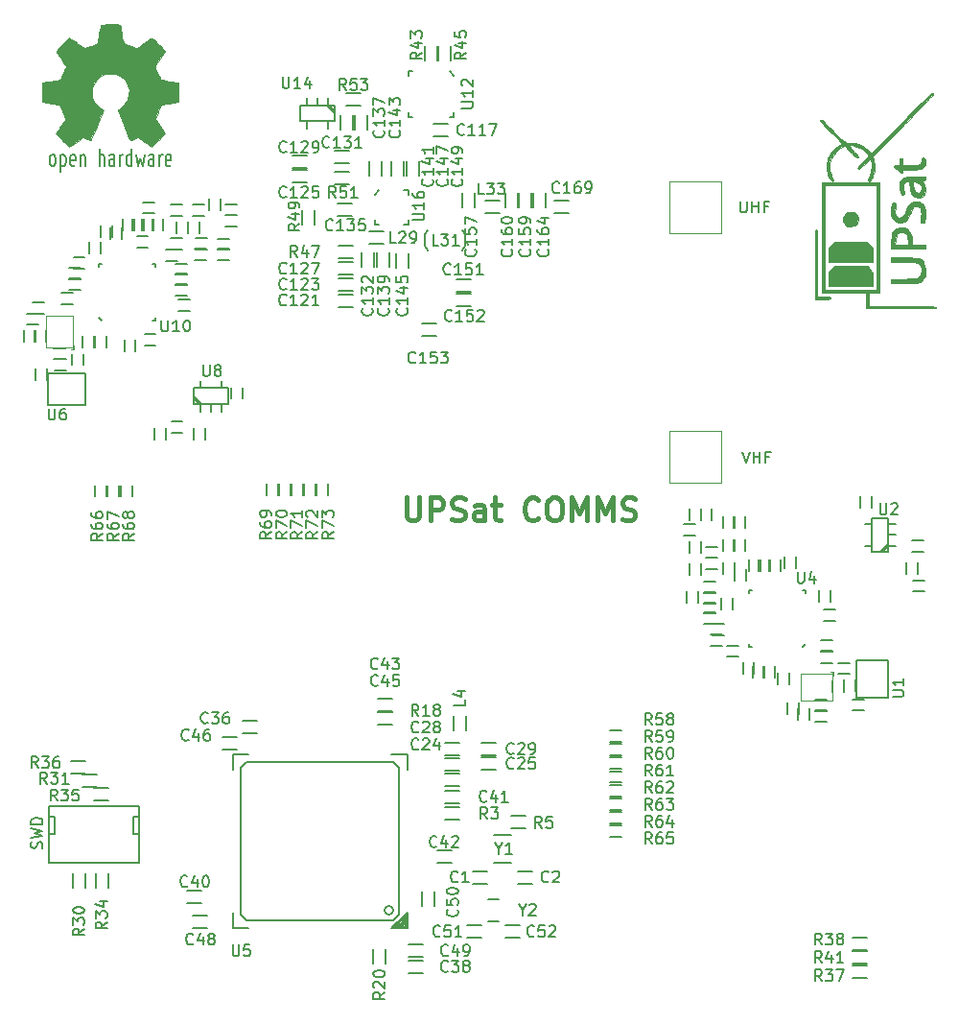
<source format=gbr>
G04 #@! TF.FileFunction,Legend,Top*
%FSLAX46Y46*%
G04 Gerber Fmt 4.6, Leading zero omitted, Abs format (unit mm)*
G04 Created by KiCad (PCBNEW 4.0.2-1.fc23-product) date Fri 22 Apr 2016 01:08:18 PM EEST*
%MOMM*%
G01*
G04 APERTURE LIST*
%ADD10C,0.100000*%
%ADD11C,0.400000*%
%ADD12C,0.150000*%
%ADD13C,0.149860*%
%ADD14C,0.127000*%
%ADD15C,0.010000*%
%ADD16C,0.200000*%
%ADD17C,0.170000*%
%ADD18C,0.002540*%
G04 APERTURE END LIST*
D10*
D11*
X141002381Y-102204762D02*
X141002381Y-103823810D01*
X141097620Y-104014286D01*
X141192858Y-104109524D01*
X141383334Y-104204762D01*
X141764286Y-104204762D01*
X141954762Y-104109524D01*
X142050001Y-104014286D01*
X142145239Y-103823810D01*
X142145239Y-102204762D01*
X143097619Y-104204762D02*
X143097619Y-102204762D01*
X143859524Y-102204762D01*
X144050000Y-102300000D01*
X144145239Y-102395238D01*
X144240477Y-102585714D01*
X144240477Y-102871429D01*
X144145239Y-103061905D01*
X144050000Y-103157143D01*
X143859524Y-103252381D01*
X143097619Y-103252381D01*
X145002381Y-104109524D02*
X145288096Y-104204762D01*
X145764286Y-104204762D01*
X145954762Y-104109524D01*
X146050000Y-104014286D01*
X146145239Y-103823810D01*
X146145239Y-103633333D01*
X146050000Y-103442857D01*
X145954762Y-103347619D01*
X145764286Y-103252381D01*
X145383334Y-103157143D01*
X145192858Y-103061905D01*
X145097619Y-102966667D01*
X145002381Y-102776190D01*
X145002381Y-102585714D01*
X145097619Y-102395238D01*
X145192858Y-102300000D01*
X145383334Y-102204762D01*
X145859524Y-102204762D01*
X146145239Y-102300000D01*
X147859524Y-104204762D02*
X147859524Y-103157143D01*
X147764286Y-102966667D01*
X147573810Y-102871429D01*
X147192858Y-102871429D01*
X147002381Y-102966667D01*
X147859524Y-104109524D02*
X147669048Y-104204762D01*
X147192858Y-104204762D01*
X147002381Y-104109524D01*
X146907143Y-103919048D01*
X146907143Y-103728571D01*
X147002381Y-103538095D01*
X147192858Y-103442857D01*
X147669048Y-103442857D01*
X147859524Y-103347619D01*
X148526191Y-102871429D02*
X149288096Y-102871429D01*
X148811905Y-102204762D02*
X148811905Y-103919048D01*
X148907144Y-104109524D01*
X149097620Y-104204762D01*
X149288096Y-104204762D01*
X152621430Y-104014286D02*
X152526192Y-104109524D01*
X152240477Y-104204762D01*
X152050001Y-104204762D01*
X151764287Y-104109524D01*
X151573811Y-103919048D01*
X151478572Y-103728571D01*
X151383334Y-103347619D01*
X151383334Y-103061905D01*
X151478572Y-102680952D01*
X151573811Y-102490476D01*
X151764287Y-102300000D01*
X152050001Y-102204762D01*
X152240477Y-102204762D01*
X152526192Y-102300000D01*
X152621430Y-102395238D01*
X153859525Y-102204762D02*
X154240477Y-102204762D01*
X154430953Y-102300000D01*
X154621430Y-102490476D01*
X154716668Y-102871429D01*
X154716668Y-103538095D01*
X154621430Y-103919048D01*
X154430953Y-104109524D01*
X154240477Y-104204762D01*
X153859525Y-104204762D01*
X153669049Y-104109524D01*
X153478572Y-103919048D01*
X153383334Y-103538095D01*
X153383334Y-102871429D01*
X153478572Y-102490476D01*
X153669049Y-102300000D01*
X153859525Y-102204762D01*
X155573810Y-104204762D02*
X155573810Y-102204762D01*
X156240477Y-103633333D01*
X156907144Y-102204762D01*
X156907144Y-104204762D01*
X157859524Y-104204762D02*
X157859524Y-102204762D01*
X158526191Y-103633333D01*
X159192858Y-102204762D01*
X159192858Y-104204762D01*
X160050000Y-104109524D02*
X160335715Y-104204762D01*
X160811905Y-104204762D01*
X161002381Y-104109524D01*
X161097619Y-104014286D01*
X161192858Y-103823810D01*
X161192858Y-103633333D01*
X161097619Y-103442857D01*
X161002381Y-103347619D01*
X160811905Y-103252381D01*
X160430953Y-103157143D01*
X160240477Y-103061905D01*
X160145238Y-102966667D01*
X160050000Y-102776190D01*
X160050000Y-102585714D01*
X160145238Y-102395238D01*
X160240477Y-102300000D01*
X160430953Y-102204762D01*
X160907143Y-102204762D01*
X161192858Y-102300000D01*
D12*
X109400000Y-134400000D02*
X117400000Y-134400000D01*
X109400000Y-129400000D02*
X117400000Y-129400000D01*
X117400000Y-130400000D02*
X116900000Y-130400000D01*
X116900000Y-130400000D02*
X116900000Y-131900000D01*
X116900000Y-131900000D02*
X117400000Y-131900000D01*
X109400000Y-130400000D02*
X109900000Y-130400000D01*
X109900000Y-130400000D02*
X109900000Y-131900000D01*
X109900000Y-131900000D02*
X109400000Y-131900000D01*
X117400000Y-129400000D02*
X117400000Y-134400000D01*
X109400000Y-134400000D02*
X109400000Y-129400000D01*
X144800000Y-64600000D02*
X145175000Y-64975000D01*
X145175000Y-68225000D02*
X145175000Y-68600000D01*
X145175000Y-68600000D02*
X144800000Y-68600000D01*
X141175000Y-64975000D02*
X141175000Y-64600000D01*
X141175000Y-64600000D02*
X141550000Y-64600000D01*
X141175000Y-68225000D02*
X141175000Y-68600000D01*
X141175000Y-68600000D02*
X141550000Y-68600000D01*
D13*
X140851500Y-140224620D02*
X141049620Y-140026500D01*
X141049620Y-139825840D02*
X140650840Y-140224620D01*
X140450180Y-140224620D02*
X141049620Y-139625180D01*
X141049620Y-139427060D02*
X140252060Y-140224620D01*
X140051400Y-140224620D02*
X141049620Y-139226400D01*
X141049620Y-139025740D02*
X139850740Y-140224620D01*
X141049620Y-138825080D02*
X141049620Y-140224620D01*
X141049620Y-140224620D02*
X139650080Y-140224620D01*
X139650080Y-140224620D02*
X141049620Y-138825080D01*
X139650080Y-124827140D02*
X141049620Y-124827140D01*
X141049620Y-124827140D02*
X141049620Y-126226680D01*
X125652140Y-126226680D02*
X125652140Y-124827140D01*
X125652140Y-124827140D02*
X126950080Y-124827140D01*
X126950080Y-124827140D02*
X127051680Y-124827140D01*
X127051680Y-140224620D02*
X125652140Y-140224620D01*
X125652140Y-140224620D02*
X125652140Y-138825080D01*
X140351120Y-139025740D02*
X139850740Y-139526120D01*
X139850740Y-139526120D02*
X126851020Y-139526120D01*
X126851020Y-139526120D02*
X126350640Y-139025740D01*
X126350640Y-139025740D02*
X126350640Y-126026020D01*
X126350640Y-126026020D02*
X126851020Y-125525640D01*
X126851020Y-125525640D02*
X139850740Y-125525640D01*
X139850740Y-125525640D02*
X140351120Y-126026020D01*
X140351120Y-126026020D02*
X140351120Y-139025740D01*
D14*
X139820260Y-138614260D02*
G75*
G03X139820260Y-138614260I-381000J0D01*
G01*
D10*
X168794769Y-96320741D02*
X164194769Y-96320741D01*
X168794769Y-100920741D02*
X168794769Y-96320741D01*
X164194769Y-100920741D02*
X168794769Y-100920741D01*
X164194769Y-96320741D02*
X164194769Y-100920741D01*
X168800000Y-74280000D02*
X164200000Y-74280000D01*
X168800000Y-78880000D02*
X168800000Y-74280000D01*
X164200000Y-78880000D02*
X168800000Y-78880000D01*
X164200000Y-74280000D02*
X164200000Y-78880000D01*
D15*
G36*
X181576092Y-84560805D02*
X181583720Y-84367893D01*
X181601661Y-84257062D01*
X181634192Y-84205859D01*
X181685590Y-84191831D01*
X181701500Y-84191500D01*
X181761839Y-84201050D01*
X181799332Y-84245812D01*
X181819352Y-84349960D01*
X181827270Y-84537665D01*
X181828500Y-84763000D01*
X181828500Y-85334500D01*
X184781250Y-85334500D01*
X185477305Y-85334899D01*
X186056705Y-85336317D01*
X186529793Y-85339089D01*
X186906911Y-85343548D01*
X187198402Y-85350027D01*
X187414609Y-85358860D01*
X187565875Y-85370382D01*
X187662543Y-85384925D01*
X187714954Y-85402823D01*
X187733454Y-85424410D01*
X187734000Y-85429750D01*
X187721744Y-85451773D01*
X187678222Y-85470181D01*
X187593302Y-85485288D01*
X187456851Y-85497407D01*
X187258737Y-85506852D01*
X186988829Y-85513936D01*
X186636994Y-85518973D01*
X186193099Y-85522275D01*
X185647014Y-85524156D01*
X184988605Y-85524930D01*
X184654250Y-85525000D01*
X181574500Y-85525000D01*
X181574500Y-84858250D01*
X181576092Y-84560805D01*
X181576092Y-84560805D01*
G37*
X181576092Y-84560805D02*
X181583720Y-84367893D01*
X181601661Y-84257062D01*
X181634192Y-84205859D01*
X181685590Y-84191831D01*
X181701500Y-84191500D01*
X181761839Y-84201050D01*
X181799332Y-84245812D01*
X181819352Y-84349960D01*
X181827270Y-84537665D01*
X181828500Y-84763000D01*
X181828500Y-85334500D01*
X184781250Y-85334500D01*
X185477305Y-85334899D01*
X186056705Y-85336317D01*
X186529793Y-85339089D01*
X186906911Y-85343548D01*
X187198402Y-85350027D01*
X187414609Y-85358860D01*
X187565875Y-85370382D01*
X187662543Y-85384925D01*
X187714954Y-85402823D01*
X187733454Y-85424410D01*
X187734000Y-85429750D01*
X187721744Y-85451773D01*
X187678222Y-85470181D01*
X187593302Y-85485288D01*
X187456851Y-85497407D01*
X187258737Y-85506852D01*
X186988829Y-85513936D01*
X186636994Y-85518973D01*
X186193099Y-85522275D01*
X185647014Y-85524156D01*
X184988605Y-85524930D01*
X184654250Y-85525000D01*
X181574500Y-85525000D01*
X181574500Y-84858250D01*
X181576092Y-84560805D01*
G36*
X177525484Y-68894640D02*
X177575935Y-68872500D01*
X177670100Y-68911653D01*
X177816226Y-69018253D01*
X178022559Y-69198454D01*
X178297348Y-69458412D01*
X178648839Y-69804280D01*
X178717233Y-69872484D01*
X179054030Y-70208158D01*
X179314072Y-70464087D01*
X179510210Y-70650524D01*
X179655295Y-70777723D01*
X179762178Y-70855938D01*
X179843708Y-70895422D01*
X179912738Y-70906430D01*
X179982117Y-70899215D01*
X179999931Y-70895970D01*
X180261986Y-70885415D01*
X180584842Y-70928241D01*
X180918861Y-71015128D01*
X181174079Y-71116469D01*
X181372044Y-71237581D01*
X181592991Y-71409562D01*
X181726387Y-71533120D01*
X182007928Y-71818694D01*
X184660156Y-69144395D01*
X185170563Y-68631616D01*
X185646046Y-68157609D01*
X186079602Y-67729146D01*
X186464227Y-67352999D01*
X186792919Y-67035940D01*
X187058674Y-66784742D01*
X187254488Y-66606177D01*
X187373358Y-66507016D01*
X187406805Y-66488423D01*
X187503766Y-66541388D01*
X187521506Y-66570250D01*
X187481787Y-66625630D01*
X187360302Y-66763217D01*
X187164687Y-66975014D01*
X186902576Y-67253024D01*
X186581605Y-67589250D01*
X186209407Y-67975697D01*
X185793617Y-68404367D01*
X185341870Y-68867264D01*
X184861802Y-69356392D01*
X184850118Y-69368263D01*
X182158449Y-72102775D01*
X182251690Y-72448013D01*
X182317445Y-72905221D01*
X182285838Y-73384221D01*
X182161590Y-73834718D01*
X182110774Y-73949039D01*
X181979754Y-74171650D01*
X181863538Y-74277459D01*
X181766501Y-74263264D01*
X181734721Y-74224381D01*
X181740504Y-74138338D01*
X181795241Y-73981046D01*
X181856928Y-73847555D01*
X182003625Y-73451872D01*
X182065463Y-73034568D01*
X182036391Y-72642533D01*
X182020835Y-72577523D01*
X181945567Y-72298295D01*
X181479724Y-72761029D01*
X181227390Y-72999377D01*
X181047270Y-73140579D01*
X180934401Y-73188350D01*
X180913190Y-73185125D01*
X180825919Y-73125891D01*
X180812499Y-73095279D01*
X180854945Y-73032046D01*
X180969689Y-72901205D01*
X181137846Y-72723547D01*
X181288749Y-72571001D01*
X181485075Y-72369926D01*
X181642062Y-72197607D01*
X181740717Y-72075616D01*
X181765000Y-72030186D01*
X181716258Y-71931448D01*
X181589060Y-71789212D01*
X181411940Y-71628400D01*
X181213437Y-71473932D01*
X181022088Y-71350729D01*
X180939500Y-71309286D01*
X180738093Y-71235449D01*
X180516398Y-71175390D01*
X180307096Y-71134987D01*
X180142872Y-71120118D01*
X180056407Y-71136660D01*
X180050499Y-71149422D01*
X180092627Y-71214348D01*
X180206135Y-71346434D01*
X180371710Y-71523941D01*
X180498597Y-71653872D01*
X180701347Y-71861709D01*
X180824219Y-72001009D01*
X180879411Y-72090702D01*
X180879125Y-72149716D01*
X180844176Y-72190062D01*
X180790351Y-72216528D01*
X180721337Y-72201520D01*
X180619839Y-72132888D01*
X180468558Y-71998483D01*
X180250199Y-71786155D01*
X180204362Y-71740638D01*
X179667065Y-71206133D01*
X179313975Y-71390999D01*
X178937041Y-71655636D01*
X178646927Y-71997608D01*
X178450264Y-72395768D01*
X178353679Y-72828970D01*
X178363801Y-73276070D01*
X178487261Y-73715921D01*
X178546029Y-73840683D01*
X178632465Y-74027226D01*
X178680013Y-74170496D01*
X178681559Y-74227971D01*
X178592876Y-74289435D01*
X178482741Y-74232271D01*
X178357872Y-74061689D01*
X178284861Y-73920375D01*
X178197801Y-73714793D01*
X178145936Y-73525756D01*
X178120762Y-73306723D01*
X178113777Y-73011155D01*
X178113750Y-72983750D01*
X178117545Y-72698953D01*
X178135726Y-72495845D01*
X178178485Y-72329186D01*
X178256013Y-72153735D01*
X178334053Y-72005842D01*
X178518912Y-71725378D01*
X178750997Y-71460788D01*
X178999197Y-71242281D01*
X179232400Y-71100067D01*
X179288982Y-71078597D01*
X179391152Y-71027985D01*
X179415500Y-70994302D01*
X179372524Y-70938315D01*
X179252376Y-70806825D01*
X179068226Y-70613590D01*
X178833244Y-70372368D01*
X178560598Y-70096918D01*
X178463000Y-69999250D01*
X178180165Y-69713427D01*
X177930726Y-69454730D01*
X177727927Y-69237444D01*
X177585012Y-69075856D01*
X177515225Y-68984248D01*
X177510500Y-68971917D01*
X177525484Y-68894640D01*
X177525484Y-68894640D01*
G37*
X177525484Y-68894640D02*
X177575935Y-68872500D01*
X177670100Y-68911653D01*
X177816226Y-69018253D01*
X178022559Y-69198454D01*
X178297348Y-69458412D01*
X178648839Y-69804280D01*
X178717233Y-69872484D01*
X179054030Y-70208158D01*
X179314072Y-70464087D01*
X179510210Y-70650524D01*
X179655295Y-70777723D01*
X179762178Y-70855938D01*
X179843708Y-70895422D01*
X179912738Y-70906430D01*
X179982117Y-70899215D01*
X179999931Y-70895970D01*
X180261986Y-70885415D01*
X180584842Y-70928241D01*
X180918861Y-71015128D01*
X181174079Y-71116469D01*
X181372044Y-71237581D01*
X181592991Y-71409562D01*
X181726387Y-71533120D01*
X182007928Y-71818694D01*
X184660156Y-69144395D01*
X185170563Y-68631616D01*
X185646046Y-68157609D01*
X186079602Y-67729146D01*
X186464227Y-67352999D01*
X186792919Y-67035940D01*
X187058674Y-66784742D01*
X187254488Y-66606177D01*
X187373358Y-66507016D01*
X187406805Y-66488423D01*
X187503766Y-66541388D01*
X187521506Y-66570250D01*
X187481787Y-66625630D01*
X187360302Y-66763217D01*
X187164687Y-66975014D01*
X186902576Y-67253024D01*
X186581605Y-67589250D01*
X186209407Y-67975697D01*
X185793617Y-68404367D01*
X185341870Y-68867264D01*
X184861802Y-69356392D01*
X184850118Y-69368263D01*
X182158449Y-72102775D01*
X182251690Y-72448013D01*
X182317445Y-72905221D01*
X182285838Y-73384221D01*
X182161590Y-73834718D01*
X182110774Y-73949039D01*
X181979754Y-74171650D01*
X181863538Y-74277459D01*
X181766501Y-74263264D01*
X181734721Y-74224381D01*
X181740504Y-74138338D01*
X181795241Y-73981046D01*
X181856928Y-73847555D01*
X182003625Y-73451872D01*
X182065463Y-73034568D01*
X182036391Y-72642533D01*
X182020835Y-72577523D01*
X181945567Y-72298295D01*
X181479724Y-72761029D01*
X181227390Y-72999377D01*
X181047270Y-73140579D01*
X180934401Y-73188350D01*
X180913190Y-73185125D01*
X180825919Y-73125891D01*
X180812499Y-73095279D01*
X180854945Y-73032046D01*
X180969689Y-72901205D01*
X181137846Y-72723547D01*
X181288749Y-72571001D01*
X181485075Y-72369926D01*
X181642062Y-72197607D01*
X181740717Y-72075616D01*
X181765000Y-72030186D01*
X181716258Y-71931448D01*
X181589060Y-71789212D01*
X181411940Y-71628400D01*
X181213437Y-71473932D01*
X181022088Y-71350729D01*
X180939500Y-71309286D01*
X180738093Y-71235449D01*
X180516398Y-71175390D01*
X180307096Y-71134987D01*
X180142872Y-71120118D01*
X180056407Y-71136660D01*
X180050499Y-71149422D01*
X180092627Y-71214348D01*
X180206135Y-71346434D01*
X180371710Y-71523941D01*
X180498597Y-71653872D01*
X180701347Y-71861709D01*
X180824219Y-72001009D01*
X180879411Y-72090702D01*
X180879125Y-72149716D01*
X180844176Y-72190062D01*
X180790351Y-72216528D01*
X180721337Y-72201520D01*
X180619839Y-72132888D01*
X180468558Y-71998483D01*
X180250199Y-71786155D01*
X180204362Y-71740638D01*
X179667065Y-71206133D01*
X179313975Y-71390999D01*
X178937041Y-71655636D01*
X178646927Y-71997608D01*
X178450264Y-72395768D01*
X178353679Y-72828970D01*
X178363801Y-73276070D01*
X178487261Y-73715921D01*
X178546029Y-73840683D01*
X178632465Y-74027226D01*
X178680013Y-74170496D01*
X178681559Y-74227971D01*
X178592876Y-74289435D01*
X178482741Y-74232271D01*
X178357872Y-74061689D01*
X178284861Y-73920375D01*
X178197801Y-73714793D01*
X178145936Y-73525756D01*
X178120762Y-73306723D01*
X178113777Y-73011155D01*
X178113750Y-72983750D01*
X178117545Y-72698953D01*
X178135726Y-72495845D01*
X178178485Y-72329186D01*
X178256013Y-72153735D01*
X178334053Y-72005842D01*
X178518912Y-71725378D01*
X178750997Y-71460788D01*
X178999197Y-71242281D01*
X179232400Y-71100067D01*
X179288982Y-71078597D01*
X179391152Y-71027985D01*
X179415500Y-70994302D01*
X179372524Y-70938315D01*
X179252376Y-70806825D01*
X179068226Y-70613590D01*
X178833244Y-70372368D01*
X178560598Y-70096918D01*
X178463000Y-69999250D01*
X178180165Y-69713427D01*
X177930726Y-69454730D01*
X177727927Y-69237444D01*
X177585012Y-69075856D01*
X177515225Y-68984248D01*
X177510500Y-68971917D01*
X177525484Y-68894640D01*
G36*
X184938716Y-82909634D02*
X185344918Y-82902127D01*
X185643990Y-82893942D01*
X185855783Y-82882219D01*
X186000149Y-82864098D01*
X186096939Y-82836717D01*
X186166003Y-82797217D01*
X186227193Y-82742736D01*
X186249244Y-82720779D01*
X186377631Y-82515956D01*
X186445809Y-82249672D01*
X186445880Y-81976197D01*
X186386424Y-81778500D01*
X186299253Y-81648117D01*
X186180769Y-81550285D01*
X186013394Y-81480707D01*
X185779553Y-81435083D01*
X185461669Y-81409117D01*
X185042165Y-81398509D01*
X184828875Y-81397599D01*
X183797000Y-81397500D01*
X183797000Y-81008803D01*
X184999057Y-81028527D01*
X185459993Y-81038194D01*
X185812735Y-81053712D01*
X186076089Y-81080512D01*
X186268861Y-81124029D01*
X186409856Y-81189696D01*
X186517880Y-81282946D01*
X186611738Y-81409212D01*
X186674693Y-81512648D01*
X186763885Y-81748330D01*
X186812461Y-82049852D01*
X186815300Y-82361118D01*
X186774287Y-82604000D01*
X186688054Y-82802378D01*
X186572575Y-82972293D01*
X186569949Y-82975159D01*
X186458787Y-83085775D01*
X186344887Y-83168357D01*
X186208128Y-83226953D01*
X186028393Y-83265612D01*
X185785561Y-83288383D01*
X185459514Y-83299313D01*
X185030132Y-83302451D01*
X184943153Y-83302500D01*
X183797000Y-83302500D01*
X183797000Y-82929517D01*
X184938716Y-82909634D01*
X184938716Y-82909634D01*
G37*
X184938716Y-82909634D02*
X185344918Y-82902127D01*
X185643990Y-82893942D01*
X185855783Y-82882219D01*
X186000149Y-82864098D01*
X186096939Y-82836717D01*
X186166003Y-82797217D01*
X186227193Y-82742736D01*
X186249244Y-82720779D01*
X186377631Y-82515956D01*
X186445809Y-82249672D01*
X186445880Y-81976197D01*
X186386424Y-81778500D01*
X186299253Y-81648117D01*
X186180769Y-81550285D01*
X186013394Y-81480707D01*
X185779553Y-81435083D01*
X185461669Y-81409117D01*
X185042165Y-81398509D01*
X184828875Y-81397599D01*
X183797000Y-81397500D01*
X183797000Y-81008803D01*
X184999057Y-81028527D01*
X185459993Y-81038194D01*
X185812735Y-81053712D01*
X186076089Y-81080512D01*
X186268861Y-81124029D01*
X186409856Y-81189696D01*
X186517880Y-81282946D01*
X186611738Y-81409212D01*
X186674693Y-81512648D01*
X186763885Y-81748330D01*
X186812461Y-82049852D01*
X186815300Y-82361118D01*
X186774287Y-82604000D01*
X186688054Y-82802378D01*
X186572575Y-82972293D01*
X186569949Y-82975159D01*
X186458787Y-83085775D01*
X186344887Y-83168357D01*
X186208128Y-83226953D01*
X186028393Y-83265612D01*
X185785561Y-83288383D01*
X185459514Y-83299313D01*
X185030132Y-83302451D01*
X184943153Y-83302500D01*
X183797000Y-83302500D01*
X183797000Y-82929517D01*
X184938716Y-82909634D01*
G36*
X183784365Y-76594907D02*
X183818367Y-76444500D01*
X183875726Y-76266663D01*
X183938018Y-76187844D01*
X184019632Y-76179932D01*
X184142404Y-76215875D01*
X184200850Y-76289919D01*
X184204149Y-76430685D01*
X184167155Y-76639971D01*
X184128004Y-76987919D01*
X184169942Y-77255593D01*
X184289498Y-77435159D01*
X184483199Y-77518782D01*
X184558926Y-77524000D01*
X184721324Y-77484693D01*
X184865659Y-77357818D01*
X185003000Y-77129951D01*
X185126987Y-76834893D01*
X185235108Y-76599130D01*
X185366466Y-76385529D01*
X185457311Y-76276830D01*
X185592636Y-76166879D01*
X185734264Y-76112517D01*
X185935833Y-76095704D01*
X185997128Y-76095250D01*
X186211323Y-76103676D01*
X186350090Y-76141972D01*
X186464578Y-76229668D01*
X186528789Y-76298241D01*
X186718430Y-76600290D01*
X186821790Y-76968829D01*
X186831691Y-77370989D01*
X186803411Y-77555750D01*
X186767164Y-77726572D01*
X186746067Y-77825625D01*
X186690904Y-77931556D01*
X186562932Y-77967505D01*
X186521244Y-77968500D01*
X186391773Y-77959904D01*
X186352078Y-77908639D01*
X186375927Y-77776491D01*
X186379579Y-77762125D01*
X186425808Y-77486536D01*
X186436065Y-77195066D01*
X186412716Y-76926560D01*
X186358131Y-76719862D01*
X186311283Y-76641573D01*
X186127473Y-76526830D01*
X185897514Y-76519488D01*
X185796076Y-76548988D01*
X185725337Y-76621372D01*
X185620805Y-76783336D01*
X185498863Y-77007794D01*
X185418912Y-77172467D01*
X185283866Y-77451898D01*
X185176803Y-77638630D01*
X185079364Y-77758209D01*
X184973190Y-77836182D01*
X184923557Y-77861730D01*
X184610231Y-77956815D01*
X184331245Y-77939548D01*
X184096112Y-77822129D01*
X183914344Y-77616757D01*
X183795455Y-77335630D01*
X183748958Y-76990947D01*
X183784365Y-76594907D01*
X183784365Y-76594907D01*
G37*
X183784365Y-76594907D02*
X183818367Y-76444500D01*
X183875726Y-76266663D01*
X183938018Y-76187844D01*
X184019632Y-76179932D01*
X184142404Y-76215875D01*
X184200850Y-76289919D01*
X184204149Y-76430685D01*
X184167155Y-76639971D01*
X184128004Y-76987919D01*
X184169942Y-77255593D01*
X184289498Y-77435159D01*
X184483199Y-77518782D01*
X184558926Y-77524000D01*
X184721324Y-77484693D01*
X184865659Y-77357818D01*
X185003000Y-77129951D01*
X185126987Y-76834893D01*
X185235108Y-76599130D01*
X185366466Y-76385529D01*
X185457311Y-76276830D01*
X185592636Y-76166879D01*
X185734264Y-76112517D01*
X185935833Y-76095704D01*
X185997128Y-76095250D01*
X186211323Y-76103676D01*
X186350090Y-76141972D01*
X186464578Y-76229668D01*
X186528789Y-76298241D01*
X186718430Y-76600290D01*
X186821790Y-76968829D01*
X186831691Y-77370989D01*
X186803411Y-77555750D01*
X186767164Y-77726572D01*
X186746067Y-77825625D01*
X186690904Y-77931556D01*
X186562932Y-77967505D01*
X186521244Y-77968500D01*
X186391773Y-77959904D01*
X186352078Y-77908639D01*
X186375927Y-77776491D01*
X186379579Y-77762125D01*
X186425808Y-77486536D01*
X186436065Y-77195066D01*
X186412716Y-76926560D01*
X186358131Y-76719862D01*
X186311283Y-76641573D01*
X186127473Y-76526830D01*
X185897514Y-76519488D01*
X185796076Y-76548988D01*
X185725337Y-76621372D01*
X185620805Y-76783336D01*
X185498863Y-77007794D01*
X185418912Y-77172467D01*
X185283866Y-77451898D01*
X185176803Y-77638630D01*
X185079364Y-77758209D01*
X184973190Y-77836182D01*
X184923557Y-77861730D01*
X184610231Y-77956815D01*
X184331245Y-77939548D01*
X184096112Y-77822129D01*
X183914344Y-77616757D01*
X183795455Y-77335630D01*
X183748958Y-76990947D01*
X183784365Y-76594907D01*
G36*
X184514994Y-74458919D02*
X184567798Y-74259799D01*
X184651959Y-74128889D01*
X184779599Y-74032890D01*
X184968372Y-73967156D01*
X185235929Y-73927043D01*
X185599925Y-73907905D01*
X185917971Y-73904500D01*
X186781500Y-73904500D01*
X186781500Y-74058971D01*
X186731905Y-74204710D01*
X186649070Y-74255474D01*
X186516640Y-74297505D01*
X186650896Y-74440415D01*
X186756873Y-74627935D01*
X186814871Y-74883444D01*
X186818982Y-75155102D01*
X186763297Y-75391067D01*
X186760080Y-75398290D01*
X186608293Y-75595942D01*
X186391821Y-75711935D01*
X186143607Y-75745835D01*
X186113656Y-75739939D01*
X186113656Y-75343128D01*
X186212195Y-75330614D01*
X186305250Y-75275590D01*
X186420172Y-75163469D01*
X186461999Y-75000786D01*
X186464000Y-74933166D01*
X186438087Y-74734472D01*
X186374898Y-74568360D01*
X186366877Y-74556097D01*
X186246097Y-74455124D01*
X186056014Y-74360902D01*
X185853052Y-74298134D01*
X185749625Y-74285855D01*
X185714096Y-74341474D01*
X185704040Y-74484601D01*
X185718364Y-74678551D01*
X185755978Y-74886640D01*
X185769004Y-74936976D01*
X185852968Y-75122083D01*
X185972272Y-75264115D01*
X185990900Y-75277654D01*
X186113656Y-75343128D01*
X186113656Y-75739939D01*
X185896595Y-75697209D01*
X185683726Y-75565626D01*
X185567218Y-75413961D01*
X185524674Y-75285564D01*
X185480608Y-75074523D01*
X185444067Y-74824755D01*
X185441864Y-74805521D01*
X185412593Y-74573949D01*
X185383952Y-74396324D01*
X185361476Y-74306211D01*
X185358855Y-74302189D01*
X185268670Y-74290593D01*
X185130135Y-74343106D01*
X184987139Y-74436537D01*
X184883572Y-74547699D01*
X184878772Y-74555831D01*
X184828794Y-74667136D01*
X184821490Y-74780705D01*
X184858165Y-74943136D01*
X184892788Y-75055308D01*
X184949058Y-75240345D01*
X184981981Y-75366711D01*
X184985765Y-75401304D01*
X184921814Y-75426469D01*
X184827592Y-75457048D01*
X184724449Y-75468252D01*
X184651574Y-75404615D01*
X184589467Y-75276476D01*
X184523765Y-75030377D01*
X184498540Y-74739083D01*
X184514994Y-74458919D01*
X184514994Y-74458919D01*
G37*
X184514994Y-74458919D02*
X184567798Y-74259799D01*
X184651959Y-74128889D01*
X184779599Y-74032890D01*
X184968372Y-73967156D01*
X185235929Y-73927043D01*
X185599925Y-73907905D01*
X185917971Y-73904500D01*
X186781500Y-73904500D01*
X186781500Y-74058971D01*
X186731905Y-74204710D01*
X186649070Y-74255474D01*
X186516640Y-74297505D01*
X186650896Y-74440415D01*
X186756873Y-74627935D01*
X186814871Y-74883444D01*
X186818982Y-75155102D01*
X186763297Y-75391067D01*
X186760080Y-75398290D01*
X186608293Y-75595942D01*
X186391821Y-75711935D01*
X186143607Y-75745835D01*
X186113656Y-75739939D01*
X186113656Y-75343128D01*
X186212195Y-75330614D01*
X186305250Y-75275590D01*
X186420172Y-75163469D01*
X186461999Y-75000786D01*
X186464000Y-74933166D01*
X186438087Y-74734472D01*
X186374898Y-74568360D01*
X186366877Y-74556097D01*
X186246097Y-74455124D01*
X186056014Y-74360902D01*
X185853052Y-74298134D01*
X185749625Y-74285855D01*
X185714096Y-74341474D01*
X185704040Y-74484601D01*
X185718364Y-74678551D01*
X185755978Y-74886640D01*
X185769004Y-74936976D01*
X185852968Y-75122083D01*
X185972272Y-75264115D01*
X185990900Y-75277654D01*
X186113656Y-75343128D01*
X186113656Y-75739939D01*
X185896595Y-75697209D01*
X185683726Y-75565626D01*
X185567218Y-75413961D01*
X185524674Y-75285564D01*
X185480608Y-75074523D01*
X185444067Y-74824755D01*
X185441864Y-74805521D01*
X185412593Y-74573949D01*
X185383952Y-74396324D01*
X185361476Y-74306211D01*
X185358855Y-74302189D01*
X185268670Y-74290593D01*
X185130135Y-74343106D01*
X184987139Y-74436537D01*
X184883572Y-74547699D01*
X184878772Y-74555831D01*
X184828794Y-74667136D01*
X184821490Y-74780705D01*
X184858165Y-74943136D01*
X184892788Y-75055308D01*
X184949058Y-75240345D01*
X184981981Y-75366711D01*
X184985765Y-75401304D01*
X184921814Y-75426469D01*
X184827592Y-75457048D01*
X184724449Y-75468252D01*
X184651574Y-75404615D01*
X184589467Y-75276476D01*
X184523765Y-75030377D01*
X184498540Y-74739083D01*
X184514994Y-74458919D01*
G36*
X184012868Y-72928122D02*
X184109906Y-72894185D01*
X184241500Y-72888500D01*
X184495500Y-72888500D01*
X184495500Y-72571000D01*
X184500646Y-72382567D01*
X184526913Y-72288563D01*
X184590539Y-72256508D01*
X184654250Y-72253500D01*
X184748466Y-72263794D01*
X184795468Y-72316328D01*
X184811496Y-72443580D01*
X184813000Y-72571000D01*
X184813000Y-72888500D01*
X185497370Y-72888500D01*
X185871434Y-72881226D01*
X186136707Y-72853947D01*
X186310847Y-72798476D01*
X186411512Y-72706629D01*
X186456359Y-72570219D01*
X186464000Y-72440400D01*
X186473320Y-72277874D01*
X186515610Y-72206264D01*
X186612366Y-72190005D01*
X186615343Y-72190000D01*
X186749227Y-72243459D01*
X186825435Y-72386932D01*
X186839389Y-72595072D01*
X186786514Y-72842526D01*
X186750126Y-72936609D01*
X186678016Y-73063687D01*
X186576053Y-73154477D01*
X186423949Y-73214705D01*
X186201421Y-73250098D01*
X185888182Y-73266381D01*
X185570866Y-73269500D01*
X184813000Y-73269500D01*
X184813000Y-73428250D01*
X184777896Y-73554534D01*
X184696338Y-73583428D01*
X184603953Y-73514452D01*
X184560295Y-73431659D01*
X184443005Y-73288799D01*
X184244367Y-73199357D01*
X184060301Y-73121159D01*
X183989334Y-73026569D01*
X183987500Y-73005449D01*
X184012868Y-72928122D01*
X184012868Y-72928122D01*
G37*
X184012868Y-72928122D02*
X184109906Y-72894185D01*
X184241500Y-72888500D01*
X184495500Y-72888500D01*
X184495500Y-72571000D01*
X184500646Y-72382567D01*
X184526913Y-72288563D01*
X184590539Y-72256508D01*
X184654250Y-72253500D01*
X184748466Y-72263794D01*
X184795468Y-72316328D01*
X184811496Y-72443580D01*
X184813000Y-72571000D01*
X184813000Y-72888500D01*
X185497370Y-72888500D01*
X185871434Y-72881226D01*
X186136707Y-72853947D01*
X186310847Y-72798476D01*
X186411512Y-72706629D01*
X186456359Y-72570219D01*
X186464000Y-72440400D01*
X186473320Y-72277874D01*
X186515610Y-72206264D01*
X186612366Y-72190005D01*
X186615343Y-72190000D01*
X186749227Y-72243459D01*
X186825435Y-72386932D01*
X186839389Y-72595072D01*
X186786514Y-72842526D01*
X186750126Y-72936609D01*
X186678016Y-73063687D01*
X186576053Y-73154477D01*
X186423949Y-73214705D01*
X186201421Y-73250098D01*
X185888182Y-73266381D01*
X185570866Y-73269500D01*
X184813000Y-73269500D01*
X184813000Y-73428250D01*
X184777896Y-73554534D01*
X184696338Y-73583428D01*
X184603953Y-73514452D01*
X184560295Y-73431659D01*
X184443005Y-73288799D01*
X184244367Y-73199357D01*
X184060301Y-73121159D01*
X183989334Y-73026569D01*
X183987500Y-73005449D01*
X184012868Y-72928122D01*
G36*
X183798394Y-79667125D02*
X183819629Y-79229105D01*
X183884832Y-78897576D01*
X183999789Y-78657909D01*
X184170281Y-78495473D01*
X184285175Y-78435676D01*
X184572031Y-78368859D01*
X184882444Y-78379711D01*
X185159267Y-78464257D01*
X185223512Y-78500945D01*
X185408411Y-78682332D01*
X185535088Y-78952430D01*
X185609188Y-79324520D01*
X185620053Y-79433764D01*
X185656919Y-79873500D01*
X186781500Y-79873500D01*
X186781500Y-80254500D01*
X185257500Y-80254500D01*
X185257500Y-79873500D01*
X185257500Y-79552847D01*
X185237962Y-79322116D01*
X185188642Y-79112458D01*
X185161095Y-79045767D01*
X185012812Y-78881807D01*
X184806458Y-78800433D01*
X184582852Y-78804547D01*
X184382812Y-78897050D01*
X184299155Y-78984500D01*
X184227956Y-79136903D01*
X184167662Y-79357008D01*
X184142684Y-79508375D01*
X184099866Y-79873500D01*
X185257500Y-79873500D01*
X185257500Y-80254500D01*
X183797000Y-80254500D01*
X183798394Y-79667125D01*
X183798394Y-79667125D01*
G37*
X183798394Y-79667125D02*
X183819629Y-79229105D01*
X183884832Y-78897576D01*
X183999789Y-78657909D01*
X184170281Y-78495473D01*
X184285175Y-78435676D01*
X184572031Y-78368859D01*
X184882444Y-78379711D01*
X185159267Y-78464257D01*
X185223512Y-78500945D01*
X185408411Y-78682332D01*
X185535088Y-78952430D01*
X185609188Y-79324520D01*
X185620053Y-79433764D01*
X185656919Y-79873500D01*
X186781500Y-79873500D01*
X186781500Y-80254500D01*
X185257500Y-80254500D01*
X185257500Y-79873500D01*
X185257500Y-79552847D01*
X185237962Y-79322116D01*
X185188642Y-79112458D01*
X185161095Y-79045767D01*
X185012812Y-78881807D01*
X184806458Y-78800433D01*
X184582852Y-78804547D01*
X184382812Y-78897050D01*
X184299155Y-78984500D01*
X184227956Y-79136903D01*
X184167662Y-79357008D01*
X184142684Y-79508375D01*
X184099866Y-79873500D01*
X185257500Y-79873500D01*
X185257500Y-80254500D01*
X183797000Y-80254500D01*
X183798394Y-79667125D01*
G36*
X182717500Y-74412500D02*
X182717500Y-84128000D01*
X177955000Y-84128000D01*
X177955000Y-83874000D01*
X182463500Y-83874000D01*
X182463500Y-74666500D01*
X177955000Y-74666500D01*
X177955000Y-83874000D01*
X177955000Y-84128000D01*
X177701000Y-84128000D01*
X177701000Y-74412500D01*
X182717500Y-74412500D01*
X182717500Y-74412500D01*
G37*
X182717500Y-74412500D02*
X182717500Y-84128000D01*
X177955000Y-84128000D01*
X177955000Y-83874000D01*
X182463500Y-83874000D01*
X182463500Y-74666500D01*
X177955000Y-74666500D01*
X177955000Y-83874000D01*
X177955000Y-84128000D01*
X177701000Y-84128000D01*
X177701000Y-74412500D01*
X182717500Y-74412500D01*
G36*
X177066379Y-80907691D02*
X177067725Y-80312498D01*
X177070351Y-79824039D01*
X177074571Y-79432181D01*
X177080698Y-79126794D01*
X177089046Y-78897744D01*
X177099928Y-78734899D01*
X177113656Y-78628128D01*
X177130545Y-78567298D01*
X177150909Y-78542277D01*
X177161250Y-78540000D01*
X177183703Y-78552358D01*
X177202393Y-78596326D01*
X177217654Y-78682248D01*
X177229819Y-78820465D01*
X177239222Y-79021321D01*
X177246197Y-79295159D01*
X177251076Y-79652322D01*
X177254194Y-80103152D01*
X177255885Y-80657992D01*
X177256482Y-81327186D01*
X177256500Y-81492750D01*
X177256500Y-84445500D01*
X177828000Y-84445500D01*
X178099526Y-84447623D01*
X178268248Y-84457570D01*
X178358337Y-84480714D01*
X178393965Y-84522426D01*
X178399500Y-84572500D01*
X178391140Y-84629157D01*
X178351091Y-84665902D01*
X178256899Y-84687013D01*
X178086113Y-84696765D01*
X177816277Y-84699438D01*
X177732750Y-84699500D01*
X177066000Y-84699500D01*
X177066000Y-81619750D01*
X177066379Y-80907691D01*
X177066379Y-80907691D01*
G37*
X177066379Y-80907691D02*
X177067725Y-80312498D01*
X177070351Y-79824039D01*
X177074571Y-79432181D01*
X177080698Y-79126794D01*
X177089046Y-78897744D01*
X177099928Y-78734899D01*
X177113656Y-78628128D01*
X177130545Y-78567298D01*
X177150909Y-78542277D01*
X177161250Y-78540000D01*
X177183703Y-78552358D01*
X177202393Y-78596326D01*
X177217654Y-78682248D01*
X177229819Y-78820465D01*
X177239222Y-79021321D01*
X177246197Y-79295159D01*
X177251076Y-79652322D01*
X177254194Y-80103152D01*
X177255885Y-80657992D01*
X177256482Y-81327186D01*
X177256500Y-81492750D01*
X177256500Y-84445500D01*
X177828000Y-84445500D01*
X178099526Y-84447623D01*
X178268248Y-84457570D01*
X178358337Y-84480714D01*
X178393965Y-84522426D01*
X178399500Y-84572500D01*
X178391140Y-84629157D01*
X178351091Y-84665902D01*
X178256899Y-84687013D01*
X178086113Y-84696765D01*
X177816277Y-84699438D01*
X177732750Y-84699500D01*
X177066000Y-84699500D01*
X177066000Y-81619750D01*
X177066379Y-80907691D01*
G36*
X178513302Y-82013638D02*
X178754104Y-81778500D01*
X181692997Y-81778500D01*
X181919498Y-82054915D01*
X182023921Y-82186755D01*
X182090005Y-82296433D01*
X182126520Y-82418371D01*
X182142237Y-82586992D01*
X182145927Y-82836718D01*
X182146000Y-82943915D01*
X182146000Y-83556500D01*
X178272500Y-83556500D01*
X178272500Y-82248775D01*
X178513302Y-82013638D01*
X178513302Y-82013638D01*
G37*
X178513302Y-82013638D02*
X178754104Y-81778500D01*
X181692997Y-81778500D01*
X181919498Y-82054915D01*
X182023921Y-82186755D01*
X182090005Y-82296433D01*
X182126520Y-82418371D01*
X182142237Y-82586992D01*
X182145927Y-82836718D01*
X182146000Y-82943915D01*
X182146000Y-83556500D01*
X178272500Y-83556500D01*
X178272500Y-82248775D01*
X178513302Y-82013638D01*
G36*
X178513302Y-79918138D02*
X178754104Y-79683000D01*
X181675725Y-79683000D01*
X181910862Y-79923803D01*
X182146000Y-80164605D01*
X182146000Y-81461000D01*
X178272500Y-81461000D01*
X178272500Y-80153275D01*
X178513302Y-79918138D01*
X178513302Y-79918138D01*
G37*
X178513302Y-79918138D02*
X178754104Y-79683000D01*
X181675725Y-79683000D01*
X181910862Y-79923803D01*
X182146000Y-80164605D01*
X182146000Y-81461000D01*
X178272500Y-81461000D01*
X178272500Y-80153275D01*
X178513302Y-79918138D01*
G36*
X179555072Y-77528970D02*
X179655471Y-77285574D01*
X179727791Y-77191627D01*
X179867506Y-77058238D01*
X180008504Y-76998099D01*
X180209250Y-76984250D01*
X180412597Y-76998627D01*
X180553080Y-77059730D01*
X180690708Y-77191627D01*
X180842574Y-77445850D01*
X180870906Y-77722538D01*
X180794805Y-77968500D01*
X180685096Y-78103097D01*
X180519944Y-78225291D01*
X180494116Y-78239120D01*
X180231000Y-78315184D01*
X179990022Y-78285449D01*
X179786561Y-78170939D01*
X179635996Y-77992675D01*
X179553706Y-77771678D01*
X179555072Y-77528970D01*
X179555072Y-77528970D01*
G37*
X179555072Y-77528970D02*
X179655471Y-77285574D01*
X179727791Y-77191627D01*
X179867506Y-77058238D01*
X180008504Y-76998099D01*
X180209250Y-76984250D01*
X180412597Y-76998627D01*
X180553080Y-77059730D01*
X180690708Y-77191627D01*
X180842574Y-77445850D01*
X180870906Y-77722538D01*
X180794805Y-77968500D01*
X180685096Y-78103097D01*
X180519944Y-78225291D01*
X180494116Y-78239120D01*
X180231000Y-78315184D01*
X179990022Y-78285449D01*
X179786561Y-78170939D01*
X179635996Y-77992675D01*
X179553706Y-77771678D01*
X179555072Y-77528970D01*
D10*
X178719692Y-117605988D02*
X178619692Y-117705988D01*
X178719692Y-117605988D02*
X178719692Y-117905988D01*
X178719692Y-117605988D02*
X178419692Y-117605988D01*
X178619692Y-120105988D02*
X175819692Y-120105988D01*
X175819692Y-120105988D02*
X175819692Y-117705988D01*
X175819692Y-117705988D02*
X178619692Y-117705988D01*
X178619692Y-117705988D02*
X178619692Y-120105988D01*
X111643880Y-89091764D02*
X111543880Y-88991764D01*
X111643880Y-89091764D02*
X111343880Y-89091764D01*
X111643880Y-89091764D02*
X111643880Y-88791764D01*
X109143880Y-88991764D02*
X109143880Y-86191764D01*
X109143880Y-86191764D02*
X111543880Y-86191764D01*
X111543880Y-86191764D02*
X111543880Y-88991764D01*
X111543880Y-88991764D02*
X109143880Y-88991764D01*
D12*
X114084760Y-86581328D02*
X113834760Y-86331328D01*
X113834760Y-81831328D02*
X113834760Y-81581328D01*
X113834760Y-81581328D02*
X114084760Y-81581328D01*
X118834760Y-86331328D02*
X118834760Y-86581328D01*
X118834760Y-86581328D02*
X118584760Y-86581328D01*
X118834760Y-81831328D02*
X118834760Y-81581328D01*
X118834760Y-81581328D02*
X118584760Y-81581328D01*
X176259692Y-115155988D02*
X176009692Y-115405988D01*
X171509692Y-115405988D02*
X171259692Y-115405988D01*
X171259692Y-115405988D02*
X171259692Y-115155988D01*
X176009692Y-110405988D02*
X176259692Y-110405988D01*
X176259692Y-110405988D02*
X176259692Y-110655988D01*
X171509692Y-110405988D02*
X171259692Y-110405988D01*
X171259692Y-110405988D02*
X171259692Y-110655988D01*
X138172380Y-75481328D02*
X138572380Y-75081328D01*
X138172380Y-78081328D02*
X138172380Y-77681328D01*
X138572380Y-78081328D02*
X138172380Y-78081328D01*
X141172380Y-78081328D02*
X140772380Y-78081328D01*
X141172380Y-77681328D02*
X141172380Y-78081328D01*
X141172380Y-75081328D02*
X141172380Y-75481328D01*
X140772380Y-75081328D02*
X141172380Y-75081328D01*
D16*
X180634690Y-118250340D02*
X180634690Y-119260340D01*
X179634690Y-119260340D02*
X179634690Y-118250340D01*
X186649692Y-107005988D02*
X185639692Y-107005988D01*
X185639692Y-106005988D02*
X186649692Y-106005988D01*
X178569692Y-115755988D02*
X177559692Y-115755988D01*
X177559692Y-114755988D02*
X178569692Y-114755988D01*
X178884769Y-113110741D02*
X177874769Y-113110741D01*
X177874769Y-112110741D02*
X178884769Y-112110741D01*
X178409692Y-110415988D02*
X178409692Y-111425988D01*
X177409692Y-111425988D02*
X177409692Y-110415988D01*
X182034690Y-102050340D02*
X182034690Y-103060340D01*
X181034690Y-103060340D02*
X181034690Y-102050340D01*
X180124690Y-117780988D02*
X179114690Y-117780988D01*
X179114690Y-116780988D02*
X180124690Y-116780988D01*
X179609692Y-118365988D02*
X179609692Y-119375988D01*
X178609692Y-119375988D02*
X178609692Y-118365988D01*
X177039692Y-120075988D02*
X178049692Y-120075988D01*
X178049692Y-121075988D02*
X177039692Y-121075988D01*
X175609692Y-120325988D02*
X175609692Y-121335988D01*
X174609692Y-121335988D02*
X174609692Y-120325988D01*
X186694692Y-110505988D02*
X185684692Y-110505988D01*
X185684692Y-109505988D02*
X186694692Y-109505988D01*
X177039692Y-120985988D02*
X178049692Y-120985988D01*
X178049692Y-121985988D02*
X177039692Y-121985988D01*
X175359692Y-107415988D02*
X175359692Y-108425988D01*
X174359692Y-108425988D02*
X174359692Y-107415988D01*
X174759692Y-117695988D02*
X174759692Y-118705988D01*
X173759692Y-118705988D02*
X173759692Y-117695988D01*
X173984692Y-107670988D02*
X173984692Y-108680988D01*
X172984692Y-108680988D02*
X172984692Y-107670988D01*
X173499692Y-117065988D02*
X173499692Y-118075988D01*
X172499692Y-118075988D02*
X172499692Y-117065988D01*
X170319692Y-116255988D02*
X169309692Y-116255988D01*
X169309692Y-115255988D02*
X170319692Y-115255988D01*
X172589692Y-117065988D02*
X172589692Y-118075988D01*
X171589692Y-118075988D02*
X171589692Y-117065988D01*
X172209692Y-107670988D02*
X172209692Y-108680988D01*
X171209692Y-108680988D02*
X171209692Y-107670988D01*
X171684692Y-116765988D02*
X171684692Y-117775988D01*
X170684692Y-117775988D02*
X170684692Y-116765988D01*
X168829692Y-115295988D02*
X167819692Y-115295988D01*
X167819692Y-114295988D02*
X168829692Y-114295988D01*
X169049692Y-114355988D02*
X168039692Y-114355988D01*
X168039692Y-113355988D02*
X169049692Y-113355988D01*
X169959692Y-103865988D02*
X169959692Y-104875988D01*
X168959692Y-104875988D02*
X168959692Y-103865988D01*
X168934690Y-108930340D02*
X168934690Y-107920340D01*
X169934690Y-107920340D02*
X169934690Y-108930340D01*
X169959692Y-105920988D02*
X169959692Y-106930988D01*
X168959692Y-106930988D02*
X168959692Y-105920988D01*
X170884692Y-103895988D02*
X170884692Y-104905988D01*
X169884692Y-104905988D02*
X169884692Y-103895988D01*
X168424690Y-107540340D02*
X167414690Y-107540340D01*
X167414690Y-106540340D02*
X168424690Y-106540340D01*
X168294692Y-113305988D02*
X167284692Y-113305988D01*
X167284692Y-112305988D02*
X168294692Y-112305988D01*
X168294692Y-111555988D02*
X167284692Y-111555988D01*
X167284692Y-110555988D02*
X168294692Y-110555988D01*
X166959692Y-108045988D02*
X166959692Y-109055988D01*
X165959692Y-109055988D02*
X165959692Y-108045988D01*
X165474692Y-104555988D02*
X166484692Y-104555988D01*
X166484692Y-105555988D02*
X165474692Y-105555988D01*
X166959692Y-104190988D02*
X166959692Y-103180988D01*
X167959692Y-103180988D02*
X167959692Y-104190988D01*
X110982380Y-90981328D02*
X109972380Y-90981328D01*
X109972380Y-89981328D02*
X110982380Y-89981328D01*
X122247380Y-97055664D02*
X122247380Y-96045664D01*
X123247380Y-96045664D02*
X123247380Y-97055664D01*
X113522380Y-88925664D02*
X113522380Y-87915664D01*
X114522380Y-87915664D02*
X114522380Y-88925664D01*
X116084760Y-89291328D02*
X116084760Y-88281328D01*
X117084760Y-88281328D02*
X117084760Y-89291328D01*
X118862380Y-88815664D02*
X117852380Y-88815664D01*
X117852380Y-87815664D02*
X118862380Y-87815664D01*
X125500000Y-93490000D02*
X125500000Y-92480000D01*
X126500000Y-92480000D02*
X126500000Y-93490000D01*
X111472380Y-90525664D02*
X111472380Y-89515664D01*
X112472380Y-89515664D02*
X112472380Y-90525664D01*
X110882380Y-90015664D02*
X109872380Y-90015664D01*
X109872380Y-89015664D02*
X110882380Y-89015664D01*
X109172380Y-87425664D02*
X109172380Y-88435664D01*
X108172380Y-88435664D02*
X108172380Y-87425664D01*
X108994760Y-85981328D02*
X107984760Y-85981328D01*
X107984760Y-84981328D02*
X108994760Y-84981328D01*
X118747380Y-97050664D02*
X118747380Y-96040664D01*
X119747380Y-96040664D02*
X119747380Y-97050664D01*
X108222380Y-87425664D02*
X108222380Y-88435664D01*
X107222380Y-88435664D02*
X107222380Y-87425664D01*
X121882380Y-85715664D02*
X120872380Y-85715664D01*
X120872380Y-84715664D02*
X121882380Y-84715664D01*
X111562380Y-85115664D02*
X110552380Y-85115664D01*
X110552380Y-84115664D02*
X111562380Y-84115664D01*
X121594760Y-84381328D02*
X120584760Y-84381328D01*
X120584760Y-83381328D02*
X121594760Y-83381328D01*
X112182380Y-83865664D02*
X111172380Y-83865664D01*
X111172380Y-82865664D02*
X112182380Y-82865664D01*
X112972380Y-80691328D02*
X112972380Y-79681328D01*
X113972380Y-79681328D02*
X113972380Y-80691328D01*
X112212380Y-82965664D02*
X111202380Y-82965664D01*
X111202380Y-81965664D02*
X112212380Y-81965664D01*
X121582380Y-82565664D02*
X120572380Y-82565664D01*
X120572380Y-81565664D02*
X121582380Y-81565664D01*
X112594760Y-81981328D02*
X111584760Y-81981328D01*
X111584760Y-80981328D02*
X112594760Y-80981328D01*
X113972380Y-79205664D02*
X113972380Y-78195664D01*
X114972380Y-78195664D02*
X114972380Y-79205664D01*
X114872380Y-79425664D02*
X114872380Y-78415664D01*
X115872380Y-78415664D02*
X115872380Y-79425664D01*
X125352380Y-80355664D02*
X124342380Y-80355664D01*
X124342380Y-79355664D02*
X125352380Y-79355664D01*
X120202380Y-79315664D02*
X121212380Y-79315664D01*
X121212380Y-80315664D02*
X120202380Y-80315664D01*
X123352380Y-80315664D02*
X122342380Y-80315664D01*
X122342380Y-79315664D02*
X123352380Y-79315664D01*
X125352380Y-81245664D02*
X124342380Y-81245664D01*
X124342380Y-80245664D02*
X125352380Y-80245664D01*
X121732380Y-78865664D02*
X121732380Y-77855664D01*
X122732380Y-77855664D02*
X122732380Y-78865664D01*
X115952380Y-78645664D02*
X115952380Y-77635664D01*
X116952380Y-77635664D02*
X116952380Y-78645664D01*
X117672380Y-78645664D02*
X117672380Y-77635664D01*
X118672380Y-77635664D02*
X118672380Y-78645664D01*
X121152380Y-77335664D02*
X120142380Y-77335664D01*
X120142380Y-76335664D02*
X121152380Y-76335664D01*
X124562380Y-75815664D02*
X124562380Y-76825664D01*
X123562380Y-76825664D02*
X123562380Y-75815664D01*
X125002380Y-77265664D02*
X126012380Y-77265664D01*
X126012380Y-78265664D02*
X125002380Y-78265664D01*
X186134692Y-107895988D02*
X186134692Y-108905988D01*
X185134692Y-108905988D02*
X185134692Y-107895988D01*
X170934690Y-108550340D02*
X170934690Y-109560340D01*
X169934690Y-109560340D02*
X169934690Y-108550340D01*
X169779692Y-111055988D02*
X169779692Y-112065988D01*
X168779692Y-112065988D02*
X168779692Y-111055988D01*
X168424690Y-108540340D02*
X167414690Y-108540340D01*
X167414690Y-107540340D02*
X168424690Y-107540340D01*
X168299692Y-112455988D02*
X167289692Y-112455988D01*
X167289692Y-111455988D02*
X168299692Y-111455988D01*
X168294692Y-110655988D02*
X167284692Y-110655988D01*
X167284692Y-109655988D02*
X168294692Y-109655988D01*
X165984692Y-107065988D02*
X165984692Y-106055988D01*
X166984692Y-106055988D02*
X166984692Y-107065988D01*
X166734690Y-110450340D02*
X166734690Y-111460340D01*
X165734690Y-111460340D02*
X165734690Y-110450340D01*
X165984692Y-104190988D02*
X165984692Y-103180988D01*
X166984692Y-103180988D02*
X166984692Y-104190988D01*
X121232380Y-96515664D02*
X120222380Y-96515664D01*
X120222380Y-95515664D02*
X121232380Y-95515664D01*
X120792380Y-81325664D02*
X119782380Y-81325664D01*
X119782380Y-80325664D02*
X120792380Y-80325664D01*
X118182380Y-80155664D02*
X117172380Y-80155664D01*
X117172380Y-79155664D02*
X118182380Y-79155664D01*
X120684760Y-78871328D02*
X120684760Y-77861328D01*
X121684760Y-77861328D02*
X121684760Y-78871328D01*
X116802380Y-78645664D02*
X116802380Y-77635664D01*
X117802380Y-77635664D02*
X117802380Y-78645664D01*
X118532380Y-78655664D02*
X118532380Y-77645664D01*
X119532380Y-77645664D02*
X119532380Y-78655664D01*
X122132380Y-76335664D02*
X123142380Y-76335664D01*
X123142380Y-77335664D02*
X122132380Y-77335664D01*
X118762380Y-77135664D02*
X117752380Y-77135664D01*
X117752380Y-76135664D02*
X118762380Y-76135664D01*
X124982380Y-76315664D02*
X125992380Y-76315664D01*
X125992380Y-77315664D02*
X124982380Y-77315664D01*
X181399692Y-121005988D02*
X180389692Y-121005988D01*
X180389692Y-120005988D02*
X181399692Y-120005988D01*
X176589692Y-120805988D02*
X176589692Y-121815988D01*
X175589692Y-121815988D02*
X175589692Y-120805988D01*
X177569692Y-115805988D02*
X178579692Y-115805988D01*
X178579692Y-116805988D02*
X177569692Y-116805988D01*
X173109692Y-107670988D02*
X173109692Y-108680988D01*
X172109692Y-108680988D02*
X172109692Y-107670988D01*
X170909692Y-105920988D02*
X170909692Y-106930988D01*
X169909692Y-106930988D02*
X169909692Y-105920988D01*
X108272380Y-91805664D02*
X108272380Y-90795664D01*
X109272380Y-90795664D02*
X109272380Y-91805664D01*
X108462380Y-86965664D02*
X107452380Y-86965664D01*
X107452380Y-85965664D02*
X108462380Y-85965664D01*
X113372380Y-87925664D02*
X113372380Y-88935664D01*
X112372380Y-88935664D02*
X112372380Y-87925664D01*
X121594760Y-83481328D02*
X120584760Y-83481328D01*
X120584760Y-82481328D02*
X121594760Y-82481328D01*
X123332380Y-81275664D02*
X122322380Y-81275664D01*
X122322380Y-80275664D02*
X123332380Y-80275664D01*
X159929259Y-124954769D02*
X158919259Y-124954769D01*
X158919259Y-123954769D02*
X159929259Y-123954769D01*
X159929259Y-126154769D02*
X158919259Y-126154769D01*
X158919259Y-125154769D02*
X159929259Y-125154769D01*
X159929259Y-127354769D02*
X158919259Y-127354769D01*
X158919259Y-126354769D02*
X159929259Y-126354769D01*
X159929259Y-128554769D02*
X158919259Y-128554769D01*
X158919259Y-127554769D02*
X159929259Y-127554769D01*
X159929259Y-129754769D02*
X158919259Y-129754769D01*
X158919259Y-128754769D02*
X159929259Y-128754769D01*
X159929259Y-130954769D02*
X158919259Y-130954769D01*
X158919259Y-129954769D02*
X159929259Y-129954769D01*
X159929259Y-132154769D02*
X158919259Y-132154769D01*
X158919259Y-131154769D02*
X159929259Y-131154769D01*
X114472380Y-101115664D02*
X114472380Y-102125664D01*
X113472380Y-102125664D02*
X113472380Y-101115664D01*
X115617380Y-101115664D02*
X115617380Y-102125664D01*
X114617380Y-102125664D02*
X114617380Y-101115664D01*
X116762380Y-101115664D02*
X116762380Y-102125664D01*
X115762380Y-102125664D02*
X115762380Y-101115664D01*
X129662380Y-100990000D02*
X129662380Y-102000000D01*
X128662380Y-102000000D02*
X128662380Y-100990000D01*
X130752380Y-100990000D02*
X130752380Y-102000000D01*
X129752380Y-102000000D02*
X129752380Y-100990000D01*
X131842380Y-100990000D02*
X131842380Y-102000000D01*
X130842380Y-102000000D02*
X130842380Y-100990000D01*
X132932380Y-100990000D02*
X132932380Y-102000000D01*
X131932380Y-102000000D02*
X131932380Y-100990000D01*
X134022380Y-100990000D02*
X134022380Y-102000000D01*
X133022380Y-102000000D02*
X133022380Y-100990000D01*
X159929259Y-123754769D02*
X158919259Y-123754769D01*
X158919259Y-122754769D02*
X159929259Y-122754769D01*
D17*
X135682380Y-67645664D02*
X136952380Y-67645664D01*
X135682380Y-66545664D02*
X136952380Y-66545664D01*
X134684760Y-74531328D02*
X135954760Y-74531328D01*
X134684760Y-73431328D02*
X135954760Y-73431328D01*
X131802380Y-76825664D02*
X131802380Y-78095664D01*
X132902380Y-76825664D02*
X132902380Y-78095664D01*
X135002380Y-81065664D02*
X136272380Y-81065664D01*
X135002380Y-79965664D02*
X136272380Y-79965664D01*
X143834760Y-62381328D02*
X143834760Y-63651328D01*
X144934760Y-62381328D02*
X144934760Y-63651328D01*
X142634760Y-62381328D02*
X142634760Y-63651328D01*
X143734760Y-62381328D02*
X143734760Y-63651328D01*
X180400000Y-143350000D02*
X181670000Y-143350000D01*
X180400000Y-142250000D02*
X181670000Y-142250000D01*
X181670000Y-141050000D02*
X180400000Y-141050000D01*
X181670000Y-142150000D02*
X180400000Y-142150000D01*
X181670000Y-143450000D02*
X180400000Y-143450000D01*
X181670000Y-144550000D02*
X180400000Y-144550000D01*
X112670000Y-125450000D02*
X111400000Y-125450000D01*
X112670000Y-126550000D02*
X111400000Y-126550000D01*
X114670000Y-127850000D02*
X113400000Y-127850000D01*
X114670000Y-128950000D02*
X113400000Y-128950000D01*
X114650000Y-136670000D02*
X114650000Y-135400000D01*
X113550000Y-136670000D02*
X113550000Y-135400000D01*
X112400000Y-127750000D02*
X113670000Y-127750000D01*
X112400000Y-126650000D02*
X113670000Y-126650000D01*
X111550000Y-135400000D02*
X111550000Y-136670000D01*
X112650000Y-135400000D02*
X112650000Y-136670000D01*
X138070000Y-142010000D02*
X138070000Y-143280000D01*
X139170000Y-142010000D02*
X139170000Y-143280000D01*
X144400000Y-124950000D02*
X145670000Y-124950000D01*
X144400000Y-123850000D02*
X145670000Y-123850000D01*
X150230000Y-131353015D02*
X151500000Y-131353015D01*
X150230000Y-130253015D02*
X151500000Y-130253015D01*
X144400000Y-130650000D02*
X145670000Y-130650000D01*
X144400000Y-129550000D02*
X145670000Y-129550000D01*
X149184760Y-76031328D02*
X147914760Y-76031328D01*
X149184760Y-77131328D02*
X147914760Y-77131328D01*
X138952380Y-78755664D02*
X137682380Y-78755664D01*
X138952380Y-79855664D02*
X137682380Y-79855664D01*
X146230000Y-122710000D02*
X146230000Y-121440000D01*
X145130000Y-122710000D02*
X145130000Y-121440000D01*
X155280000Y-76031328D02*
X154010000Y-76031328D01*
X155280000Y-77131328D02*
X154010000Y-77131328D01*
X153250000Y-76580000D02*
X153250000Y-75310000D01*
X152150000Y-76580000D02*
X152150000Y-75310000D01*
X150850000Y-76581328D02*
X150850000Y-75311328D01*
X149750000Y-76581328D02*
X149750000Y-75311328D01*
X150950000Y-75311328D02*
X150950000Y-76581328D01*
X152050000Y-75311328D02*
X152050000Y-76581328D01*
X145934760Y-75310000D02*
X145934760Y-76580000D01*
X147034760Y-75310000D02*
X147034760Y-76580000D01*
X142332380Y-87915664D02*
X143602380Y-87915664D01*
X142332380Y-86815664D02*
X143602380Y-86815664D01*
X145384760Y-85331328D02*
X146654760Y-85331328D01*
X145384760Y-84231328D02*
X146654760Y-84231328D01*
X145384760Y-84031328D02*
X146654760Y-84031328D01*
X145384760Y-82931328D02*
X146654760Y-82931328D01*
X142134760Y-73781328D02*
X142134760Y-72511328D01*
X141034760Y-73781328D02*
X141034760Y-72511328D01*
X140722380Y-73781328D02*
X140722380Y-72511328D01*
X139622380Y-73781328D02*
X139622380Y-72511328D01*
X140102380Y-80635664D02*
X140102380Y-81905664D01*
X141202380Y-80635664D02*
X141202380Y-81905664D01*
X136400000Y-68440000D02*
X136400000Y-69710000D01*
X137500000Y-68440000D02*
X137500000Y-69710000D01*
X138822380Y-73781328D02*
X138822380Y-72511328D01*
X137722380Y-73781328D02*
X137722380Y-72511328D01*
X138422380Y-80615664D02*
X138422380Y-81885664D01*
X139522380Y-80615664D02*
X139522380Y-81885664D01*
X136234760Y-69715664D02*
X136234760Y-68445664D01*
X135134760Y-69715664D02*
X135134760Y-68445664D01*
X136172380Y-76275664D02*
X134902380Y-76275664D01*
X136172380Y-77375664D02*
X134902380Y-77375664D01*
X137034760Y-80611328D02*
X137034760Y-81881328D01*
X138134760Y-80611328D02*
X138134760Y-81881328D01*
X134672380Y-72665664D02*
X135942380Y-72665664D01*
X134672380Y-71565664D02*
X135942380Y-71565664D01*
X132184760Y-72031328D02*
X130914760Y-72031328D01*
X132184760Y-73131328D02*
X130914760Y-73131328D01*
X134998044Y-82565664D02*
X136268044Y-82565664D01*
X134998044Y-81465664D02*
X136268044Y-81465664D01*
X132182380Y-73325664D02*
X130912380Y-73325664D01*
X132182380Y-74425664D02*
X130912380Y-74425664D01*
X134998044Y-83965664D02*
X136268044Y-83965664D01*
X134998044Y-82865664D02*
X136268044Y-82865664D01*
X134998044Y-85365664D02*
X136268044Y-85365664D01*
X134998044Y-84265664D02*
X136268044Y-84265664D01*
X144684760Y-69231328D02*
X143414760Y-69231328D01*
X144684760Y-70331328D02*
X143414760Y-70331328D01*
X149700000Y-141050000D02*
X150970000Y-141050000D01*
X149700000Y-139950000D02*
X150970000Y-139950000D01*
X147600000Y-139950000D02*
X146330000Y-139950000D01*
X147600000Y-141050000D02*
X146330000Y-141050000D01*
X142350000Y-137000000D02*
X142350000Y-138270000D01*
X143450000Y-137000000D02*
X143450000Y-138270000D01*
X141140000Y-142740000D02*
X142410000Y-142740000D01*
X141140000Y-141640000D02*
X142410000Y-141640000D01*
X123400000Y-139100000D02*
X122130000Y-139100000D01*
X123400000Y-140200000D02*
X122130000Y-140200000D01*
X126000000Y-123350000D02*
X124730000Y-123350000D01*
X126000000Y-124450000D02*
X124730000Y-124450000D01*
X138450000Y-122270000D02*
X139720000Y-122270000D01*
X138450000Y-121170000D02*
X139720000Y-121170000D01*
X138450000Y-121020000D02*
X139720000Y-121020000D01*
X138450000Y-119920000D02*
X139720000Y-119920000D01*
X143700000Y-134450000D02*
X144970000Y-134450000D01*
X143700000Y-133350000D02*
X144970000Y-133350000D01*
X144400000Y-129150000D02*
X145670000Y-129150000D01*
X144400000Y-128050000D02*
X145670000Y-128050000D01*
X122912380Y-136915664D02*
X121642380Y-136915664D01*
X122912380Y-138015664D02*
X121642380Y-138015664D01*
X141140000Y-144140000D02*
X142410000Y-144140000D01*
X141140000Y-143040000D02*
X142410000Y-143040000D01*
X127820000Y-121900000D02*
X126550000Y-121900000D01*
X127820000Y-123000000D02*
X126550000Y-123000000D01*
X148920000Y-123840000D02*
X147650000Y-123840000D01*
X148920000Y-124940000D02*
X147650000Y-124940000D01*
X144400000Y-126260000D02*
X145670000Y-126260000D01*
X144400000Y-125160000D02*
X145670000Y-125160000D01*
X148920000Y-125140000D02*
X147650000Y-125140000D01*
X148920000Y-126240000D02*
X147650000Y-126240000D01*
X144400000Y-127650000D02*
X145670000Y-127650000D01*
X144400000Y-126550000D02*
X145670000Y-126550000D01*
X150800000Y-136250000D02*
X152070000Y-136250000D01*
X150800000Y-135150000D02*
X152070000Y-135150000D01*
X148112339Y-135150000D02*
X146842339Y-135150000D01*
X148112339Y-136250000D02*
X146842339Y-136250000D01*
X148712339Y-134403015D02*
X150212339Y-134403015D01*
X148712339Y-132003015D02*
X150212339Y-132003015D01*
X148189840Y-139550000D02*
X149139840Y-139550000D01*
X148189840Y-137650000D02*
X149139840Y-137650000D01*
X112672380Y-91215664D02*
X109322380Y-91215664D01*
X112672380Y-94015664D02*
X112672380Y-91215664D01*
X109322380Y-94015664D02*
X112672380Y-94015664D01*
X109322380Y-91215664D02*
X109322380Y-94015664D01*
X180750000Y-116550000D02*
X180750000Y-119900000D01*
X183550000Y-116550000D02*
X180750000Y-116550000D01*
X183550000Y-119900000D02*
X183550000Y-116550000D01*
X180750000Y-119900000D02*
X183550000Y-119900000D01*
D14*
X183505140Y-106353400D02*
X182857440Y-107001100D01*
X183505140Y-106505800D02*
X183009840Y-107001100D01*
X182108140Y-104550000D02*
X181447740Y-104550000D01*
X182108140Y-106455000D02*
X181447740Y-106455000D01*
X183505140Y-105502500D02*
X184165540Y-105502500D01*
X183505140Y-104550000D02*
X184165540Y-104550000D01*
X183505140Y-106455000D02*
X184165540Y-106455000D01*
X182108140Y-107001100D02*
X182108140Y-104003900D01*
X182108140Y-104003900D02*
X183505140Y-104003900D01*
X183505140Y-104003900D02*
X183505140Y-107001100D01*
X183505140Y-107001100D02*
X182108140Y-107001100D01*
X122873980Y-93948500D02*
X122226280Y-93300800D01*
X122721580Y-93948500D02*
X122226280Y-93453200D01*
X124677380Y-92551500D02*
X124677380Y-91891100D01*
X122772380Y-92551500D02*
X122772380Y-91891100D01*
X123724880Y-93948500D02*
X123724880Y-94608900D01*
X124677380Y-93948500D02*
X124677380Y-94608900D01*
X122772380Y-93948500D02*
X122772380Y-94608900D01*
X122226280Y-92551500D02*
X125223480Y-92551500D01*
X125223480Y-92551500D02*
X125223480Y-93948500D01*
X125223480Y-93948500D02*
X122226280Y-93948500D01*
X122226280Y-93948500D02*
X122226280Y-92551500D01*
X133983160Y-67612828D02*
X134630860Y-68260528D01*
X134135560Y-67612828D02*
X134630860Y-68108128D01*
X132179760Y-69009828D02*
X132179760Y-69670228D01*
X134084760Y-69009828D02*
X134084760Y-69670228D01*
X133132260Y-67612828D02*
X133132260Y-66952428D01*
X132179760Y-67612828D02*
X132179760Y-66952428D01*
X134084760Y-67612828D02*
X134084760Y-66952428D01*
X134630860Y-69009828D02*
X131633660Y-69009828D01*
X131633660Y-69009828D02*
X131633660Y-67612828D01*
X131633660Y-67612828D02*
X134630860Y-67612828D01*
X134630860Y-67612828D02*
X134630860Y-69009828D01*
D12*
X120060000Y-72960000D02*
X120160000Y-72890000D01*
X119880000Y-72960000D02*
X120060000Y-72960000D01*
X119780000Y-72890000D02*
X119880000Y-72960000D01*
X119730000Y-72750000D02*
X119780000Y-72890000D01*
X119730000Y-72170000D02*
X119730000Y-72750000D01*
X119790000Y-72020000D02*
X119730000Y-72170000D01*
X119890000Y-71950000D02*
X119790000Y-72020000D01*
X120060000Y-71950000D02*
X119890000Y-71950000D01*
X120160000Y-72040000D02*
X120060000Y-71950000D01*
X120210000Y-72170000D02*
X120160000Y-72040000D01*
X120210000Y-72440000D02*
X120210000Y-72170000D01*
X119730000Y-72440000D02*
X120210000Y-72440000D01*
X119160000Y-71960000D02*
X119160000Y-72960000D01*
X119210000Y-72100000D02*
X119160000Y-72270000D01*
X119250000Y-72040000D02*
X119210000Y-72100000D01*
X119350000Y-71960000D02*
X119250000Y-72040000D01*
X119460000Y-71960000D02*
X119350000Y-71960000D01*
X117110000Y-71950000D02*
X117300000Y-72960000D01*
X117300000Y-72960000D02*
X117490000Y-72240000D01*
X117490000Y-72240000D02*
X117680000Y-72960000D01*
X117680000Y-72960000D02*
X117880000Y-71950000D01*
X116730000Y-72880000D02*
X116640000Y-72960000D01*
X116640000Y-72960000D02*
X116450000Y-72960000D01*
X116450000Y-72960000D02*
X116380000Y-72910000D01*
X116380000Y-72910000D02*
X116310000Y-72830000D01*
X116310000Y-72830000D02*
X116250000Y-72670000D01*
X116250000Y-72670000D02*
X116250000Y-72250000D01*
X116250000Y-72250000D02*
X116300000Y-72100000D01*
X116300000Y-72100000D02*
X116370000Y-72010000D01*
X116370000Y-72010000D02*
X116450000Y-71960000D01*
X116450000Y-71960000D02*
X116630000Y-71960000D01*
X116630000Y-71960000D02*
X116730000Y-72040000D01*
X116730000Y-71460000D02*
X116730000Y-72960000D01*
X115980000Y-71960000D02*
X115870000Y-71960000D01*
X115870000Y-71960000D02*
X115770000Y-72040000D01*
X115770000Y-72040000D02*
X115730000Y-72100000D01*
X115730000Y-72100000D02*
X115680000Y-72270000D01*
X115680000Y-71960000D02*
X115680000Y-72960000D01*
X118690000Y-72170000D02*
X118690000Y-72960000D01*
X118630000Y-72020000D02*
X118690000Y-72170000D01*
X118540000Y-71950000D02*
X118630000Y-72020000D01*
X118360000Y-71950000D02*
X118540000Y-71950000D01*
X118250000Y-72030000D02*
X118360000Y-71950000D01*
X118210000Y-72730000D02*
X118250000Y-72870000D01*
X118210000Y-72600000D02*
X118210000Y-72730000D01*
X118260000Y-72460000D02*
X118210000Y-72600000D01*
X118360000Y-72380000D02*
X118260000Y-72460000D01*
X118600000Y-72380000D02*
X118360000Y-72380000D01*
X118690000Y-72310000D02*
X118600000Y-72380000D01*
X118590000Y-72960000D02*
X118690000Y-72880000D01*
X118360000Y-72960000D02*
X118590000Y-72960000D01*
X118250000Y-72870000D02*
X118360000Y-72960000D01*
X114770000Y-72870000D02*
X114880000Y-72960000D01*
X114880000Y-72960000D02*
X115110000Y-72960000D01*
X115110000Y-72960000D02*
X115210000Y-72880000D01*
X115210000Y-72310000D02*
X115120000Y-72380000D01*
X115120000Y-72380000D02*
X114880000Y-72380000D01*
X114880000Y-72380000D02*
X114780000Y-72460000D01*
X114780000Y-72460000D02*
X114730000Y-72600000D01*
X114730000Y-72600000D02*
X114730000Y-72730000D01*
X114730000Y-72730000D02*
X114770000Y-72870000D01*
X114770000Y-72030000D02*
X114880000Y-71950000D01*
X114880000Y-71950000D02*
X115060000Y-71950000D01*
X115060000Y-71950000D02*
X115150000Y-72020000D01*
X115150000Y-72020000D02*
X115210000Y-72170000D01*
X115210000Y-72170000D02*
X115210000Y-72960000D01*
X113870000Y-72960000D02*
X113870000Y-71460000D01*
X113930000Y-72020000D02*
X113870000Y-72090000D01*
X114010000Y-71960000D02*
X113930000Y-72020000D01*
X114150000Y-71960000D02*
X114010000Y-71960000D01*
X114250000Y-72030000D02*
X114150000Y-71960000D01*
X114300000Y-72180000D02*
X114250000Y-72030000D01*
X114300000Y-72960000D02*
X114300000Y-72180000D01*
X112640000Y-72960000D02*
X112640000Y-72180000D01*
X112640000Y-72180000D02*
X112590000Y-72030000D01*
X112590000Y-72030000D02*
X112490000Y-71960000D01*
X112490000Y-71960000D02*
X112350000Y-71960000D01*
X112350000Y-71960000D02*
X112270000Y-72020000D01*
X112270000Y-72020000D02*
X112210000Y-72090000D01*
X112210000Y-71960000D02*
X112210000Y-72960000D01*
X111300000Y-72440000D02*
X111780000Y-72440000D01*
X111780000Y-72440000D02*
X111780000Y-72170000D01*
X111780000Y-72170000D02*
X111730000Y-72040000D01*
X111730000Y-72040000D02*
X111630000Y-71950000D01*
X111630000Y-71950000D02*
X111460000Y-71950000D01*
X111460000Y-71950000D02*
X111360000Y-72020000D01*
X111360000Y-72020000D02*
X111300000Y-72170000D01*
X111300000Y-72170000D02*
X111300000Y-72750000D01*
X111300000Y-72750000D02*
X111350000Y-72890000D01*
X111350000Y-72890000D02*
X111450000Y-72960000D01*
X111450000Y-72960000D02*
X111630000Y-72960000D01*
X111630000Y-72960000D02*
X111730000Y-72890000D01*
X110440000Y-71950000D02*
X110440000Y-73460000D01*
X110550000Y-71950000D02*
X110730000Y-71950000D01*
X110550000Y-72950000D02*
X110740000Y-72950000D01*
X110550000Y-71950000D02*
X110470000Y-72010000D01*
X110820000Y-72020000D02*
X110730000Y-71950000D01*
X110870000Y-72090000D02*
X110820000Y-72020000D01*
X110920000Y-72250000D02*
X110870000Y-72090000D01*
X110920000Y-72660000D02*
X110920000Y-72250000D01*
X110870000Y-72800000D02*
X110920000Y-72660000D01*
X110830000Y-72870000D02*
X110870000Y-72800000D01*
X110730000Y-72950000D02*
X110830000Y-72870000D01*
X110450000Y-72880000D02*
X110550000Y-72950000D01*
X109490000Y-72250000D02*
X109490000Y-72660000D01*
X109490000Y-72660000D02*
X109540000Y-72800000D01*
X109540000Y-72800000D02*
X109590000Y-72890000D01*
X109590000Y-72890000D02*
X109690000Y-72960000D01*
X109690000Y-72960000D02*
X109830000Y-72960000D01*
X109830000Y-72960000D02*
X109930000Y-72880000D01*
X109930000Y-72880000D02*
X109970000Y-72810000D01*
X109970000Y-72810000D02*
X110020000Y-72670000D01*
X110020000Y-72670000D02*
X110020000Y-72260000D01*
X110020000Y-72260000D02*
X109970000Y-72100000D01*
X109970000Y-72100000D02*
X109920000Y-72030000D01*
X109920000Y-72030000D02*
X109830000Y-71960000D01*
X109830000Y-71960000D02*
X109680000Y-71960000D01*
X109680000Y-71960000D02*
X109600000Y-72020000D01*
X109600000Y-72020000D02*
X109540000Y-72100000D01*
X109540000Y-72100000D02*
X109490000Y-72250000D01*
D18*
G36*
X111212720Y-71239880D02*
X111276220Y-71206860D01*
X111415920Y-71117960D01*
X111616580Y-70988420D01*
X111852800Y-70828400D01*
X112091560Y-70668380D01*
X112287140Y-70536300D01*
X112424300Y-70449940D01*
X112480180Y-70416920D01*
X112510660Y-70427080D01*
X112624960Y-70482960D01*
X112787520Y-70569320D01*
X112884040Y-70617580D01*
X113033900Y-70683620D01*
X113107560Y-70696320D01*
X113120260Y-70676000D01*
X113176140Y-70559160D01*
X113262500Y-70363580D01*
X113376800Y-70101960D01*
X113506340Y-69799700D01*
X113643500Y-69469500D01*
X113783200Y-69134220D01*
X113915280Y-68816720D01*
X114034660Y-68529700D01*
X114128640Y-68296020D01*
X114189600Y-68133460D01*
X114212460Y-68062340D01*
X114204840Y-68047100D01*
X114131180Y-67975980D01*
X113999100Y-67876920D01*
X113714620Y-67645780D01*
X113435220Y-67295260D01*
X113265040Y-66899020D01*
X113206620Y-66457060D01*
X113254880Y-66048120D01*
X113417440Y-65654420D01*
X113691760Y-65301360D01*
X114024500Y-65037200D01*
X114413120Y-64872100D01*
X114850000Y-64816220D01*
X115269100Y-64864480D01*
X115670420Y-65021960D01*
X116023480Y-65291200D01*
X116173340Y-65463920D01*
X116379080Y-65822060D01*
X116495920Y-66208140D01*
X116508620Y-66304660D01*
X116490840Y-66726300D01*
X116366380Y-67130160D01*
X116145400Y-67490840D01*
X115835520Y-67788020D01*
X115797420Y-67815960D01*
X115652640Y-67922640D01*
X115558660Y-67996300D01*
X115482460Y-68057260D01*
X116018400Y-69350120D01*
X116104760Y-69555860D01*
X116252080Y-69906380D01*
X116381620Y-70211180D01*
X116485760Y-70455020D01*
X116556880Y-70615040D01*
X116587360Y-70681080D01*
X116592440Y-70683620D01*
X116638160Y-70691240D01*
X116737220Y-70655680D01*
X116917560Y-70569320D01*
X117036940Y-70508360D01*
X117174100Y-70442320D01*
X117235060Y-70416920D01*
X117288400Y-70444860D01*
X117420480Y-70531220D01*
X117610980Y-70660760D01*
X117842120Y-70815700D01*
X118063100Y-70965560D01*
X118266300Y-71100180D01*
X118413620Y-71194160D01*
X118484740Y-71232260D01*
X118494900Y-71232260D01*
X118558400Y-71196700D01*
X118675240Y-71100180D01*
X118850500Y-70932540D01*
X119099420Y-70688700D01*
X119137520Y-70650600D01*
X119343260Y-70442320D01*
X119508360Y-70267060D01*
X119620120Y-70142600D01*
X119660760Y-70086720D01*
X119660760Y-70086720D01*
X119622660Y-70015600D01*
X119531220Y-69868280D01*
X119396600Y-69665080D01*
X119234040Y-69423780D01*
X118804780Y-68804020D01*
X119041000Y-68217280D01*
X119112120Y-68036940D01*
X119203560Y-67818500D01*
X119272140Y-67663560D01*
X119307700Y-67594980D01*
X119371200Y-67572120D01*
X119531220Y-67534020D01*
X119764900Y-67485760D01*
X120041760Y-67434960D01*
X120305920Y-67386700D01*
X120544680Y-67340980D01*
X120717400Y-67307960D01*
X120796140Y-67292720D01*
X120813920Y-67280020D01*
X120829160Y-67241920D01*
X120839320Y-67160640D01*
X120844400Y-67015860D01*
X120849480Y-66787260D01*
X120849480Y-66457060D01*
X120849480Y-66421500D01*
X120844400Y-66106540D01*
X120839320Y-65855080D01*
X120831700Y-65689980D01*
X120819000Y-65623940D01*
X120819000Y-65623940D01*
X120745340Y-65606160D01*
X120575160Y-65570600D01*
X120336400Y-65522340D01*
X120051920Y-65469000D01*
X120034140Y-65466460D01*
X119749660Y-65410580D01*
X119513440Y-65362320D01*
X119345800Y-65324220D01*
X119277220Y-65301360D01*
X119261980Y-65281040D01*
X119203560Y-65169280D01*
X119122280Y-64994020D01*
X119028300Y-64780660D01*
X118936860Y-64557140D01*
X118855580Y-64356480D01*
X118802240Y-64206620D01*
X118787000Y-64138040D01*
X118787000Y-64138040D01*
X118830180Y-64069460D01*
X118926700Y-63922140D01*
X119066400Y-63718940D01*
X119231500Y-63477640D01*
X119244200Y-63457320D01*
X119406760Y-63218560D01*
X119538840Y-63015360D01*
X119627740Y-62870580D01*
X119660760Y-62807080D01*
X119660760Y-62802000D01*
X119604880Y-62730880D01*
X119482960Y-62593720D01*
X119307700Y-62410840D01*
X119099420Y-62200020D01*
X119030840Y-62133980D01*
X118799700Y-61905380D01*
X118637140Y-61758060D01*
X118535540Y-61676780D01*
X118487280Y-61659000D01*
X118484740Y-61661540D01*
X118413620Y-61704720D01*
X118261220Y-61803780D01*
X118055480Y-61943480D01*
X117811640Y-62108580D01*
X117796400Y-62118740D01*
X117555100Y-62281300D01*
X117356980Y-62418460D01*
X117214740Y-62512440D01*
X117151240Y-62548000D01*
X117141080Y-62548000D01*
X117044560Y-62520060D01*
X116874380Y-62461640D01*
X116663560Y-62380360D01*
X116442580Y-62291460D01*
X116239380Y-62205100D01*
X116089520Y-62136520D01*
X116018400Y-62095880D01*
X116015860Y-62093340D01*
X115990460Y-62006980D01*
X115949820Y-61826640D01*
X115896480Y-61580260D01*
X115843140Y-61285620D01*
X115832980Y-61239900D01*
X115779640Y-60952880D01*
X115733920Y-60716660D01*
X115698360Y-60554100D01*
X115683120Y-60485520D01*
X115642480Y-60477900D01*
X115502780Y-60467740D01*
X115289420Y-60460120D01*
X115030340Y-60457580D01*
X114758560Y-60460120D01*
X114494400Y-60465200D01*
X114268340Y-60472820D01*
X114105780Y-60485520D01*
X114037200Y-60498220D01*
X114034660Y-60503300D01*
X114011800Y-60592200D01*
X113971160Y-60770000D01*
X113920360Y-61018920D01*
X113864480Y-61313560D01*
X113854320Y-61366900D01*
X113800980Y-61651380D01*
X113752720Y-61885060D01*
X113717160Y-62045080D01*
X113699380Y-62108580D01*
X113673980Y-62121280D01*
X113557140Y-62174620D01*
X113366640Y-62253360D01*
X113127880Y-62349880D01*
X112579240Y-62570860D01*
X111906140Y-62108580D01*
X111845180Y-62067940D01*
X111601340Y-61902840D01*
X111403220Y-61770760D01*
X111263520Y-61681860D01*
X111207640Y-61648840D01*
X111202560Y-61651380D01*
X111133980Y-61709800D01*
X111001900Y-61834260D01*
X110819020Y-62012060D01*
X110608200Y-62222880D01*
X110450720Y-62380360D01*
X110265300Y-62568320D01*
X110148460Y-62695320D01*
X110082420Y-62776600D01*
X110059560Y-62827400D01*
X110067180Y-62860420D01*
X110110360Y-62929000D01*
X110209420Y-63076320D01*
X110346580Y-63282060D01*
X110511680Y-63518280D01*
X110646300Y-63718940D01*
X110793620Y-63945000D01*
X110887600Y-64105020D01*
X110920620Y-64183760D01*
X110913000Y-64216780D01*
X110864740Y-64348860D01*
X110786000Y-64549520D01*
X110684400Y-64785740D01*
X110450720Y-65319140D01*
X110100200Y-65385180D01*
X109889380Y-65425820D01*
X109592200Y-65484240D01*
X109307720Y-65537580D01*
X108865760Y-65623940D01*
X108850520Y-67249540D01*
X108919100Y-67280020D01*
X108985140Y-67297800D01*
X109147700Y-67333360D01*
X109381380Y-67379080D01*
X109658240Y-67432420D01*
X109894460Y-67475600D01*
X110130680Y-67521320D01*
X110300860Y-67554340D01*
X110377060Y-67569580D01*
X110394840Y-67594980D01*
X110455800Y-67711820D01*
X110539620Y-67892160D01*
X110633600Y-68113140D01*
X110727580Y-68339200D01*
X110811400Y-68550020D01*
X110869820Y-68710040D01*
X110892680Y-68793860D01*
X110859660Y-68854820D01*
X110770760Y-68994520D01*
X110638680Y-69192640D01*
X110478660Y-69428860D01*
X110316100Y-69665080D01*
X110181480Y-69865740D01*
X110084960Y-70010520D01*
X110046860Y-70076560D01*
X110067180Y-70122280D01*
X110161160Y-70236580D01*
X110338960Y-70419460D01*
X110603120Y-70681080D01*
X110646300Y-70724260D01*
X110857120Y-70924920D01*
X111034920Y-71090020D01*
X111156840Y-71199240D01*
X111212720Y-71239880D01*
X111212720Y-71239880D01*
G37*
X111212720Y-71239880D02*
X111276220Y-71206860D01*
X111415920Y-71117960D01*
X111616580Y-70988420D01*
X111852800Y-70828400D01*
X112091560Y-70668380D01*
X112287140Y-70536300D01*
X112424300Y-70449940D01*
X112480180Y-70416920D01*
X112510660Y-70427080D01*
X112624960Y-70482960D01*
X112787520Y-70569320D01*
X112884040Y-70617580D01*
X113033900Y-70683620D01*
X113107560Y-70696320D01*
X113120260Y-70676000D01*
X113176140Y-70559160D01*
X113262500Y-70363580D01*
X113376800Y-70101960D01*
X113506340Y-69799700D01*
X113643500Y-69469500D01*
X113783200Y-69134220D01*
X113915280Y-68816720D01*
X114034660Y-68529700D01*
X114128640Y-68296020D01*
X114189600Y-68133460D01*
X114212460Y-68062340D01*
X114204840Y-68047100D01*
X114131180Y-67975980D01*
X113999100Y-67876920D01*
X113714620Y-67645780D01*
X113435220Y-67295260D01*
X113265040Y-66899020D01*
X113206620Y-66457060D01*
X113254880Y-66048120D01*
X113417440Y-65654420D01*
X113691760Y-65301360D01*
X114024500Y-65037200D01*
X114413120Y-64872100D01*
X114850000Y-64816220D01*
X115269100Y-64864480D01*
X115670420Y-65021960D01*
X116023480Y-65291200D01*
X116173340Y-65463920D01*
X116379080Y-65822060D01*
X116495920Y-66208140D01*
X116508620Y-66304660D01*
X116490840Y-66726300D01*
X116366380Y-67130160D01*
X116145400Y-67490840D01*
X115835520Y-67788020D01*
X115797420Y-67815960D01*
X115652640Y-67922640D01*
X115558660Y-67996300D01*
X115482460Y-68057260D01*
X116018400Y-69350120D01*
X116104760Y-69555860D01*
X116252080Y-69906380D01*
X116381620Y-70211180D01*
X116485760Y-70455020D01*
X116556880Y-70615040D01*
X116587360Y-70681080D01*
X116592440Y-70683620D01*
X116638160Y-70691240D01*
X116737220Y-70655680D01*
X116917560Y-70569320D01*
X117036940Y-70508360D01*
X117174100Y-70442320D01*
X117235060Y-70416920D01*
X117288400Y-70444860D01*
X117420480Y-70531220D01*
X117610980Y-70660760D01*
X117842120Y-70815700D01*
X118063100Y-70965560D01*
X118266300Y-71100180D01*
X118413620Y-71194160D01*
X118484740Y-71232260D01*
X118494900Y-71232260D01*
X118558400Y-71196700D01*
X118675240Y-71100180D01*
X118850500Y-70932540D01*
X119099420Y-70688700D01*
X119137520Y-70650600D01*
X119343260Y-70442320D01*
X119508360Y-70267060D01*
X119620120Y-70142600D01*
X119660760Y-70086720D01*
X119660760Y-70086720D01*
X119622660Y-70015600D01*
X119531220Y-69868280D01*
X119396600Y-69665080D01*
X119234040Y-69423780D01*
X118804780Y-68804020D01*
X119041000Y-68217280D01*
X119112120Y-68036940D01*
X119203560Y-67818500D01*
X119272140Y-67663560D01*
X119307700Y-67594980D01*
X119371200Y-67572120D01*
X119531220Y-67534020D01*
X119764900Y-67485760D01*
X120041760Y-67434960D01*
X120305920Y-67386700D01*
X120544680Y-67340980D01*
X120717400Y-67307960D01*
X120796140Y-67292720D01*
X120813920Y-67280020D01*
X120829160Y-67241920D01*
X120839320Y-67160640D01*
X120844400Y-67015860D01*
X120849480Y-66787260D01*
X120849480Y-66457060D01*
X120849480Y-66421500D01*
X120844400Y-66106540D01*
X120839320Y-65855080D01*
X120831700Y-65689980D01*
X120819000Y-65623940D01*
X120819000Y-65623940D01*
X120745340Y-65606160D01*
X120575160Y-65570600D01*
X120336400Y-65522340D01*
X120051920Y-65469000D01*
X120034140Y-65466460D01*
X119749660Y-65410580D01*
X119513440Y-65362320D01*
X119345800Y-65324220D01*
X119277220Y-65301360D01*
X119261980Y-65281040D01*
X119203560Y-65169280D01*
X119122280Y-64994020D01*
X119028300Y-64780660D01*
X118936860Y-64557140D01*
X118855580Y-64356480D01*
X118802240Y-64206620D01*
X118787000Y-64138040D01*
X118787000Y-64138040D01*
X118830180Y-64069460D01*
X118926700Y-63922140D01*
X119066400Y-63718940D01*
X119231500Y-63477640D01*
X119244200Y-63457320D01*
X119406760Y-63218560D01*
X119538840Y-63015360D01*
X119627740Y-62870580D01*
X119660760Y-62807080D01*
X119660760Y-62802000D01*
X119604880Y-62730880D01*
X119482960Y-62593720D01*
X119307700Y-62410840D01*
X119099420Y-62200020D01*
X119030840Y-62133980D01*
X118799700Y-61905380D01*
X118637140Y-61758060D01*
X118535540Y-61676780D01*
X118487280Y-61659000D01*
X118484740Y-61661540D01*
X118413620Y-61704720D01*
X118261220Y-61803780D01*
X118055480Y-61943480D01*
X117811640Y-62108580D01*
X117796400Y-62118740D01*
X117555100Y-62281300D01*
X117356980Y-62418460D01*
X117214740Y-62512440D01*
X117151240Y-62548000D01*
X117141080Y-62548000D01*
X117044560Y-62520060D01*
X116874380Y-62461640D01*
X116663560Y-62380360D01*
X116442580Y-62291460D01*
X116239380Y-62205100D01*
X116089520Y-62136520D01*
X116018400Y-62095880D01*
X116015860Y-62093340D01*
X115990460Y-62006980D01*
X115949820Y-61826640D01*
X115896480Y-61580260D01*
X115843140Y-61285620D01*
X115832980Y-61239900D01*
X115779640Y-60952880D01*
X115733920Y-60716660D01*
X115698360Y-60554100D01*
X115683120Y-60485520D01*
X115642480Y-60477900D01*
X115502780Y-60467740D01*
X115289420Y-60460120D01*
X115030340Y-60457580D01*
X114758560Y-60460120D01*
X114494400Y-60465200D01*
X114268340Y-60472820D01*
X114105780Y-60485520D01*
X114037200Y-60498220D01*
X114034660Y-60503300D01*
X114011800Y-60592200D01*
X113971160Y-60770000D01*
X113920360Y-61018920D01*
X113864480Y-61313560D01*
X113854320Y-61366900D01*
X113800980Y-61651380D01*
X113752720Y-61885060D01*
X113717160Y-62045080D01*
X113699380Y-62108580D01*
X113673980Y-62121280D01*
X113557140Y-62174620D01*
X113366640Y-62253360D01*
X113127880Y-62349880D01*
X112579240Y-62570860D01*
X111906140Y-62108580D01*
X111845180Y-62067940D01*
X111601340Y-61902840D01*
X111403220Y-61770760D01*
X111263520Y-61681860D01*
X111207640Y-61648840D01*
X111202560Y-61651380D01*
X111133980Y-61709800D01*
X111001900Y-61834260D01*
X110819020Y-62012060D01*
X110608200Y-62222880D01*
X110450720Y-62380360D01*
X110265300Y-62568320D01*
X110148460Y-62695320D01*
X110082420Y-62776600D01*
X110059560Y-62827400D01*
X110067180Y-62860420D01*
X110110360Y-62929000D01*
X110209420Y-63076320D01*
X110346580Y-63282060D01*
X110511680Y-63518280D01*
X110646300Y-63718940D01*
X110793620Y-63945000D01*
X110887600Y-64105020D01*
X110920620Y-64183760D01*
X110913000Y-64216780D01*
X110864740Y-64348860D01*
X110786000Y-64549520D01*
X110684400Y-64785740D01*
X110450720Y-65319140D01*
X110100200Y-65385180D01*
X109889380Y-65425820D01*
X109592200Y-65484240D01*
X109307720Y-65537580D01*
X108865760Y-65623940D01*
X108850520Y-67249540D01*
X108919100Y-67280020D01*
X108985140Y-67297800D01*
X109147700Y-67333360D01*
X109381380Y-67379080D01*
X109658240Y-67432420D01*
X109894460Y-67475600D01*
X110130680Y-67521320D01*
X110300860Y-67554340D01*
X110377060Y-67569580D01*
X110394840Y-67594980D01*
X110455800Y-67711820D01*
X110539620Y-67892160D01*
X110633600Y-68113140D01*
X110727580Y-68339200D01*
X110811400Y-68550020D01*
X110869820Y-68710040D01*
X110892680Y-68793860D01*
X110859660Y-68854820D01*
X110770760Y-68994520D01*
X110638680Y-69192640D01*
X110478660Y-69428860D01*
X110316100Y-69665080D01*
X110181480Y-69865740D01*
X110084960Y-70010520D01*
X110046860Y-70076560D01*
X110067180Y-70122280D01*
X110161160Y-70236580D01*
X110338960Y-70419460D01*
X110603120Y-70681080D01*
X110646300Y-70724260D01*
X110857120Y-70924920D01*
X111034920Y-71090020D01*
X111156840Y-71199240D01*
X111212720Y-71239880D01*
D17*
X142650000Y-80000000D02*
X142850000Y-80400000D01*
X142650000Y-79000000D02*
X142650000Y-80000000D01*
X142850000Y-78600000D02*
X142650000Y-79000000D01*
X146150000Y-80000000D02*
X145950000Y-80400000D01*
X146150000Y-79000000D02*
X146150000Y-80000000D01*
X145950000Y-78600000D02*
X146150000Y-79000000D01*
X108804762Y-133157143D02*
X108852381Y-133014286D01*
X108852381Y-132776190D01*
X108804762Y-132680952D01*
X108757143Y-132633333D01*
X108661905Y-132585714D01*
X108566667Y-132585714D01*
X108471429Y-132633333D01*
X108423810Y-132680952D01*
X108376190Y-132776190D01*
X108328571Y-132966667D01*
X108280952Y-133061905D01*
X108233333Y-133109524D01*
X108138095Y-133157143D01*
X108042857Y-133157143D01*
X107947619Y-133109524D01*
X107900000Y-133061905D01*
X107852381Y-132966667D01*
X107852381Y-132728571D01*
X107900000Y-132585714D01*
X107852381Y-132252381D02*
X108852381Y-132014286D01*
X108138095Y-131823809D01*
X108852381Y-131633333D01*
X107852381Y-131395238D01*
X108852381Y-131014286D02*
X107852381Y-131014286D01*
X107852381Y-130776191D01*
X107900000Y-130633333D01*
X107995238Y-130538095D01*
X108090476Y-130490476D01*
X108280952Y-130442857D01*
X108423810Y-130442857D01*
X108614286Y-130490476D01*
X108709524Y-130538095D01*
X108804762Y-130633333D01*
X108852381Y-130776191D01*
X108852381Y-131014286D01*
X145852381Y-67838095D02*
X146661905Y-67838095D01*
X146757143Y-67790476D01*
X146804762Y-67742857D01*
X146852381Y-67647619D01*
X146852381Y-67457142D01*
X146804762Y-67361904D01*
X146757143Y-67314285D01*
X146661905Y-67266666D01*
X145852381Y-67266666D01*
X146852381Y-66266666D02*
X146852381Y-66838095D01*
X146852381Y-66552381D02*
X145852381Y-66552381D01*
X145995238Y-66647619D01*
X146090476Y-66742857D01*
X146138095Y-66838095D01*
X145947619Y-65885714D02*
X145900000Y-65838095D01*
X145852381Y-65742857D01*
X145852381Y-65504761D01*
X145900000Y-65409523D01*
X145947619Y-65361904D01*
X146042857Y-65314285D01*
X146138095Y-65314285D01*
X146280952Y-65361904D01*
X146852381Y-65933333D01*
X146852381Y-65314285D01*
X125638095Y-141652381D02*
X125638095Y-142461905D01*
X125685714Y-142557143D01*
X125733333Y-142604762D01*
X125828571Y-142652381D01*
X126019048Y-142652381D01*
X126114286Y-142604762D01*
X126161905Y-142557143D01*
X126209524Y-142461905D01*
X126209524Y-141652381D01*
X127161905Y-141652381D02*
X126685714Y-141652381D01*
X126638095Y-142128571D01*
X126685714Y-142080952D01*
X126780952Y-142033333D01*
X127019048Y-142033333D01*
X127114286Y-142080952D01*
X127161905Y-142128571D01*
X127209524Y-142223810D01*
X127209524Y-142461905D01*
X127161905Y-142557143D01*
X127114286Y-142604762D01*
X127019048Y-142652381D01*
X126780952Y-142652381D01*
X126685714Y-142604762D01*
X126638095Y-142557143D01*
X170614286Y-98152381D02*
X170947619Y-99152381D01*
X171280953Y-98152381D01*
X171614286Y-99152381D02*
X171614286Y-98152381D01*
X171614286Y-98628571D02*
X172185715Y-98628571D01*
X172185715Y-99152381D02*
X172185715Y-98152381D01*
X172995239Y-98628571D02*
X172661905Y-98628571D01*
X172661905Y-99152381D02*
X172661905Y-98152381D01*
X173138096Y-98152381D01*
X170461905Y-76052381D02*
X170461905Y-76861905D01*
X170509524Y-76957143D01*
X170557143Y-77004762D01*
X170652381Y-77052381D01*
X170842858Y-77052381D01*
X170938096Y-77004762D01*
X170985715Y-76957143D01*
X171033334Y-76861905D01*
X171033334Y-76052381D01*
X171509524Y-77052381D02*
X171509524Y-76052381D01*
X171509524Y-76528571D02*
X172080953Y-76528571D01*
X172080953Y-77052381D02*
X172080953Y-76052381D01*
X172890477Y-76528571D02*
X172557143Y-76528571D01*
X172557143Y-77052381D02*
X172557143Y-76052381D01*
X173033334Y-76052381D01*
X119361905Y-86552381D02*
X119361905Y-87361905D01*
X119409524Y-87457143D01*
X119457143Y-87504762D01*
X119552381Y-87552381D01*
X119742858Y-87552381D01*
X119838096Y-87504762D01*
X119885715Y-87457143D01*
X119933334Y-87361905D01*
X119933334Y-86552381D01*
X120933334Y-87552381D02*
X120361905Y-87552381D01*
X120647619Y-87552381D02*
X120647619Y-86552381D01*
X120552381Y-86695238D01*
X120457143Y-86790476D01*
X120361905Y-86838095D01*
X121552381Y-86552381D02*
X121647620Y-86552381D01*
X121742858Y-86600000D01*
X121790477Y-86647619D01*
X121838096Y-86742857D01*
X121885715Y-86933333D01*
X121885715Y-87171429D01*
X121838096Y-87361905D01*
X121790477Y-87457143D01*
X121742858Y-87504762D01*
X121647620Y-87552381D01*
X121552381Y-87552381D01*
X121457143Y-87504762D01*
X121409524Y-87457143D01*
X121361905Y-87361905D01*
X121314286Y-87171429D01*
X121314286Y-86933333D01*
X121361905Y-86742857D01*
X121409524Y-86647619D01*
X121457143Y-86600000D01*
X121552381Y-86552381D01*
X175538095Y-108752381D02*
X175538095Y-109561905D01*
X175585714Y-109657143D01*
X175633333Y-109704762D01*
X175728571Y-109752381D01*
X175919048Y-109752381D01*
X176014286Y-109704762D01*
X176061905Y-109657143D01*
X176109524Y-109561905D01*
X176109524Y-108752381D01*
X177014286Y-109085714D02*
X177014286Y-109752381D01*
X176776190Y-108704762D02*
X176538095Y-109419048D01*
X177157143Y-109419048D01*
X141552381Y-77738095D02*
X142361905Y-77738095D01*
X142457143Y-77690476D01*
X142504762Y-77642857D01*
X142552381Y-77547619D01*
X142552381Y-77357142D01*
X142504762Y-77261904D01*
X142457143Y-77214285D01*
X142361905Y-77166666D01*
X141552381Y-77166666D01*
X142552381Y-76166666D02*
X142552381Y-76738095D01*
X142552381Y-76452381D02*
X141552381Y-76452381D01*
X141695238Y-76547619D01*
X141790476Y-76642857D01*
X141838095Y-76738095D01*
X141552381Y-75309523D02*
X141552381Y-75500000D01*
X141600000Y-75595238D01*
X141647619Y-75642857D01*
X141790476Y-75738095D01*
X141980952Y-75785714D01*
X142361905Y-75785714D01*
X142457143Y-75738095D01*
X142504762Y-75690476D01*
X142552381Y-75595238D01*
X142552381Y-75404761D01*
X142504762Y-75309523D01*
X142457143Y-75261904D01*
X142361905Y-75214285D01*
X142123810Y-75214285D01*
X142028571Y-75261904D01*
X141980952Y-75309523D01*
X141933333Y-75404761D01*
X141933333Y-75595238D01*
X141980952Y-75690476D01*
X142028571Y-75738095D01*
X142123810Y-75785714D01*
X162657143Y-123752381D02*
X162323809Y-123276190D01*
X162085714Y-123752381D02*
X162085714Y-122752381D01*
X162466667Y-122752381D01*
X162561905Y-122800000D01*
X162609524Y-122847619D01*
X162657143Y-122942857D01*
X162657143Y-123085714D01*
X162609524Y-123180952D01*
X162561905Y-123228571D01*
X162466667Y-123276190D01*
X162085714Y-123276190D01*
X163561905Y-122752381D02*
X163085714Y-122752381D01*
X163038095Y-123228571D01*
X163085714Y-123180952D01*
X163180952Y-123133333D01*
X163419048Y-123133333D01*
X163514286Y-123180952D01*
X163561905Y-123228571D01*
X163609524Y-123323810D01*
X163609524Y-123561905D01*
X163561905Y-123657143D01*
X163514286Y-123704762D01*
X163419048Y-123752381D01*
X163180952Y-123752381D01*
X163085714Y-123704762D01*
X163038095Y-123657143D01*
X164085714Y-123752381D02*
X164276190Y-123752381D01*
X164371429Y-123704762D01*
X164419048Y-123657143D01*
X164514286Y-123514286D01*
X164561905Y-123323810D01*
X164561905Y-122942857D01*
X164514286Y-122847619D01*
X164466667Y-122800000D01*
X164371429Y-122752381D01*
X164180952Y-122752381D01*
X164085714Y-122800000D01*
X164038095Y-122847619D01*
X163990476Y-122942857D01*
X163990476Y-123180952D01*
X164038095Y-123276190D01*
X164085714Y-123323810D01*
X164180952Y-123371429D01*
X164371429Y-123371429D01*
X164466667Y-123323810D01*
X164514286Y-123276190D01*
X164561905Y-123180952D01*
X162657143Y-125252381D02*
X162323809Y-124776190D01*
X162085714Y-125252381D02*
X162085714Y-124252381D01*
X162466667Y-124252381D01*
X162561905Y-124300000D01*
X162609524Y-124347619D01*
X162657143Y-124442857D01*
X162657143Y-124585714D01*
X162609524Y-124680952D01*
X162561905Y-124728571D01*
X162466667Y-124776190D01*
X162085714Y-124776190D01*
X163514286Y-124252381D02*
X163323809Y-124252381D01*
X163228571Y-124300000D01*
X163180952Y-124347619D01*
X163085714Y-124490476D01*
X163038095Y-124680952D01*
X163038095Y-125061905D01*
X163085714Y-125157143D01*
X163133333Y-125204762D01*
X163228571Y-125252381D01*
X163419048Y-125252381D01*
X163514286Y-125204762D01*
X163561905Y-125157143D01*
X163609524Y-125061905D01*
X163609524Y-124823810D01*
X163561905Y-124728571D01*
X163514286Y-124680952D01*
X163419048Y-124633333D01*
X163228571Y-124633333D01*
X163133333Y-124680952D01*
X163085714Y-124728571D01*
X163038095Y-124823810D01*
X164228571Y-124252381D02*
X164323810Y-124252381D01*
X164419048Y-124300000D01*
X164466667Y-124347619D01*
X164514286Y-124442857D01*
X164561905Y-124633333D01*
X164561905Y-124871429D01*
X164514286Y-125061905D01*
X164466667Y-125157143D01*
X164419048Y-125204762D01*
X164323810Y-125252381D01*
X164228571Y-125252381D01*
X164133333Y-125204762D01*
X164085714Y-125157143D01*
X164038095Y-125061905D01*
X163990476Y-124871429D01*
X163990476Y-124633333D01*
X164038095Y-124442857D01*
X164085714Y-124347619D01*
X164133333Y-124300000D01*
X164228571Y-124252381D01*
X162657143Y-126752381D02*
X162323809Y-126276190D01*
X162085714Y-126752381D02*
X162085714Y-125752381D01*
X162466667Y-125752381D01*
X162561905Y-125800000D01*
X162609524Y-125847619D01*
X162657143Y-125942857D01*
X162657143Y-126085714D01*
X162609524Y-126180952D01*
X162561905Y-126228571D01*
X162466667Y-126276190D01*
X162085714Y-126276190D01*
X163514286Y-125752381D02*
X163323809Y-125752381D01*
X163228571Y-125800000D01*
X163180952Y-125847619D01*
X163085714Y-125990476D01*
X163038095Y-126180952D01*
X163038095Y-126561905D01*
X163085714Y-126657143D01*
X163133333Y-126704762D01*
X163228571Y-126752381D01*
X163419048Y-126752381D01*
X163514286Y-126704762D01*
X163561905Y-126657143D01*
X163609524Y-126561905D01*
X163609524Y-126323810D01*
X163561905Y-126228571D01*
X163514286Y-126180952D01*
X163419048Y-126133333D01*
X163228571Y-126133333D01*
X163133333Y-126180952D01*
X163085714Y-126228571D01*
X163038095Y-126323810D01*
X164561905Y-126752381D02*
X163990476Y-126752381D01*
X164276190Y-126752381D02*
X164276190Y-125752381D01*
X164180952Y-125895238D01*
X164085714Y-125990476D01*
X163990476Y-126038095D01*
X162657143Y-128252381D02*
X162323809Y-127776190D01*
X162085714Y-128252381D02*
X162085714Y-127252381D01*
X162466667Y-127252381D01*
X162561905Y-127300000D01*
X162609524Y-127347619D01*
X162657143Y-127442857D01*
X162657143Y-127585714D01*
X162609524Y-127680952D01*
X162561905Y-127728571D01*
X162466667Y-127776190D01*
X162085714Y-127776190D01*
X163514286Y-127252381D02*
X163323809Y-127252381D01*
X163228571Y-127300000D01*
X163180952Y-127347619D01*
X163085714Y-127490476D01*
X163038095Y-127680952D01*
X163038095Y-128061905D01*
X163085714Y-128157143D01*
X163133333Y-128204762D01*
X163228571Y-128252381D01*
X163419048Y-128252381D01*
X163514286Y-128204762D01*
X163561905Y-128157143D01*
X163609524Y-128061905D01*
X163609524Y-127823810D01*
X163561905Y-127728571D01*
X163514286Y-127680952D01*
X163419048Y-127633333D01*
X163228571Y-127633333D01*
X163133333Y-127680952D01*
X163085714Y-127728571D01*
X163038095Y-127823810D01*
X163990476Y-127347619D02*
X164038095Y-127300000D01*
X164133333Y-127252381D01*
X164371429Y-127252381D01*
X164466667Y-127300000D01*
X164514286Y-127347619D01*
X164561905Y-127442857D01*
X164561905Y-127538095D01*
X164514286Y-127680952D01*
X163942857Y-128252381D01*
X164561905Y-128252381D01*
X162657143Y-129752381D02*
X162323809Y-129276190D01*
X162085714Y-129752381D02*
X162085714Y-128752381D01*
X162466667Y-128752381D01*
X162561905Y-128800000D01*
X162609524Y-128847619D01*
X162657143Y-128942857D01*
X162657143Y-129085714D01*
X162609524Y-129180952D01*
X162561905Y-129228571D01*
X162466667Y-129276190D01*
X162085714Y-129276190D01*
X163514286Y-128752381D02*
X163323809Y-128752381D01*
X163228571Y-128800000D01*
X163180952Y-128847619D01*
X163085714Y-128990476D01*
X163038095Y-129180952D01*
X163038095Y-129561905D01*
X163085714Y-129657143D01*
X163133333Y-129704762D01*
X163228571Y-129752381D01*
X163419048Y-129752381D01*
X163514286Y-129704762D01*
X163561905Y-129657143D01*
X163609524Y-129561905D01*
X163609524Y-129323810D01*
X163561905Y-129228571D01*
X163514286Y-129180952D01*
X163419048Y-129133333D01*
X163228571Y-129133333D01*
X163133333Y-129180952D01*
X163085714Y-129228571D01*
X163038095Y-129323810D01*
X163942857Y-128752381D02*
X164561905Y-128752381D01*
X164228571Y-129133333D01*
X164371429Y-129133333D01*
X164466667Y-129180952D01*
X164514286Y-129228571D01*
X164561905Y-129323810D01*
X164561905Y-129561905D01*
X164514286Y-129657143D01*
X164466667Y-129704762D01*
X164371429Y-129752381D01*
X164085714Y-129752381D01*
X163990476Y-129704762D01*
X163942857Y-129657143D01*
X162657143Y-131252381D02*
X162323809Y-130776190D01*
X162085714Y-131252381D02*
X162085714Y-130252381D01*
X162466667Y-130252381D01*
X162561905Y-130300000D01*
X162609524Y-130347619D01*
X162657143Y-130442857D01*
X162657143Y-130585714D01*
X162609524Y-130680952D01*
X162561905Y-130728571D01*
X162466667Y-130776190D01*
X162085714Y-130776190D01*
X163514286Y-130252381D02*
X163323809Y-130252381D01*
X163228571Y-130300000D01*
X163180952Y-130347619D01*
X163085714Y-130490476D01*
X163038095Y-130680952D01*
X163038095Y-131061905D01*
X163085714Y-131157143D01*
X163133333Y-131204762D01*
X163228571Y-131252381D01*
X163419048Y-131252381D01*
X163514286Y-131204762D01*
X163561905Y-131157143D01*
X163609524Y-131061905D01*
X163609524Y-130823810D01*
X163561905Y-130728571D01*
X163514286Y-130680952D01*
X163419048Y-130633333D01*
X163228571Y-130633333D01*
X163133333Y-130680952D01*
X163085714Y-130728571D01*
X163038095Y-130823810D01*
X164466667Y-130585714D02*
X164466667Y-131252381D01*
X164228571Y-130204762D02*
X163990476Y-130919048D01*
X164609524Y-130919048D01*
X162657143Y-132752381D02*
X162323809Y-132276190D01*
X162085714Y-132752381D02*
X162085714Y-131752381D01*
X162466667Y-131752381D01*
X162561905Y-131800000D01*
X162609524Y-131847619D01*
X162657143Y-131942857D01*
X162657143Y-132085714D01*
X162609524Y-132180952D01*
X162561905Y-132228571D01*
X162466667Y-132276190D01*
X162085714Y-132276190D01*
X163514286Y-131752381D02*
X163323809Y-131752381D01*
X163228571Y-131800000D01*
X163180952Y-131847619D01*
X163085714Y-131990476D01*
X163038095Y-132180952D01*
X163038095Y-132561905D01*
X163085714Y-132657143D01*
X163133333Y-132704762D01*
X163228571Y-132752381D01*
X163419048Y-132752381D01*
X163514286Y-132704762D01*
X163561905Y-132657143D01*
X163609524Y-132561905D01*
X163609524Y-132323810D01*
X163561905Y-132228571D01*
X163514286Y-132180952D01*
X163419048Y-132133333D01*
X163228571Y-132133333D01*
X163133333Y-132180952D01*
X163085714Y-132228571D01*
X163038095Y-132323810D01*
X164514286Y-131752381D02*
X164038095Y-131752381D01*
X163990476Y-132228571D01*
X164038095Y-132180952D01*
X164133333Y-132133333D01*
X164371429Y-132133333D01*
X164466667Y-132180952D01*
X164514286Y-132228571D01*
X164561905Y-132323810D01*
X164561905Y-132561905D01*
X164514286Y-132657143D01*
X164466667Y-132704762D01*
X164371429Y-132752381D01*
X164133333Y-132752381D01*
X164038095Y-132704762D01*
X163990476Y-132657143D01*
X114152381Y-105368521D02*
X113676190Y-105701855D01*
X114152381Y-105939950D02*
X113152381Y-105939950D01*
X113152381Y-105558997D01*
X113200000Y-105463759D01*
X113247619Y-105416140D01*
X113342857Y-105368521D01*
X113485714Y-105368521D01*
X113580952Y-105416140D01*
X113628571Y-105463759D01*
X113676190Y-105558997D01*
X113676190Y-105939950D01*
X113152381Y-104511378D02*
X113152381Y-104701855D01*
X113200000Y-104797093D01*
X113247619Y-104844712D01*
X113390476Y-104939950D01*
X113580952Y-104987569D01*
X113961905Y-104987569D01*
X114057143Y-104939950D01*
X114104762Y-104892331D01*
X114152381Y-104797093D01*
X114152381Y-104606616D01*
X114104762Y-104511378D01*
X114057143Y-104463759D01*
X113961905Y-104416140D01*
X113723810Y-104416140D01*
X113628571Y-104463759D01*
X113580952Y-104511378D01*
X113533333Y-104606616D01*
X113533333Y-104797093D01*
X113580952Y-104892331D01*
X113628571Y-104939950D01*
X113723810Y-104987569D01*
X113152381Y-103558997D02*
X113152381Y-103749474D01*
X113200000Y-103844712D01*
X113247619Y-103892331D01*
X113390476Y-103987569D01*
X113580952Y-104035188D01*
X113961905Y-104035188D01*
X114057143Y-103987569D01*
X114104762Y-103939950D01*
X114152381Y-103844712D01*
X114152381Y-103654235D01*
X114104762Y-103558997D01*
X114057143Y-103511378D01*
X113961905Y-103463759D01*
X113723810Y-103463759D01*
X113628571Y-103511378D01*
X113580952Y-103558997D01*
X113533333Y-103654235D01*
X113533333Y-103844712D01*
X113580952Y-103939950D01*
X113628571Y-103987569D01*
X113723810Y-104035188D01*
X115569761Y-105368521D02*
X115093570Y-105701855D01*
X115569761Y-105939950D02*
X114569761Y-105939950D01*
X114569761Y-105558997D01*
X114617380Y-105463759D01*
X114664999Y-105416140D01*
X114760237Y-105368521D01*
X114903094Y-105368521D01*
X114998332Y-105416140D01*
X115045951Y-105463759D01*
X115093570Y-105558997D01*
X115093570Y-105939950D01*
X114569761Y-104511378D02*
X114569761Y-104701855D01*
X114617380Y-104797093D01*
X114664999Y-104844712D01*
X114807856Y-104939950D01*
X114998332Y-104987569D01*
X115379285Y-104987569D01*
X115474523Y-104939950D01*
X115522142Y-104892331D01*
X115569761Y-104797093D01*
X115569761Y-104606616D01*
X115522142Y-104511378D01*
X115474523Y-104463759D01*
X115379285Y-104416140D01*
X115141190Y-104416140D01*
X115045951Y-104463759D01*
X114998332Y-104511378D01*
X114950713Y-104606616D01*
X114950713Y-104797093D01*
X114998332Y-104892331D01*
X115045951Y-104939950D01*
X115141190Y-104987569D01*
X114569761Y-104082807D02*
X114569761Y-103416140D01*
X115569761Y-103844712D01*
X116952381Y-105368521D02*
X116476190Y-105701855D01*
X116952381Y-105939950D02*
X115952381Y-105939950D01*
X115952381Y-105558997D01*
X116000000Y-105463759D01*
X116047619Y-105416140D01*
X116142857Y-105368521D01*
X116285714Y-105368521D01*
X116380952Y-105416140D01*
X116428571Y-105463759D01*
X116476190Y-105558997D01*
X116476190Y-105939950D01*
X115952381Y-104511378D02*
X115952381Y-104701855D01*
X116000000Y-104797093D01*
X116047619Y-104844712D01*
X116190476Y-104939950D01*
X116380952Y-104987569D01*
X116761905Y-104987569D01*
X116857143Y-104939950D01*
X116904762Y-104892331D01*
X116952381Y-104797093D01*
X116952381Y-104606616D01*
X116904762Y-104511378D01*
X116857143Y-104463759D01*
X116761905Y-104416140D01*
X116523810Y-104416140D01*
X116428571Y-104463759D01*
X116380952Y-104511378D01*
X116333333Y-104606616D01*
X116333333Y-104797093D01*
X116380952Y-104892331D01*
X116428571Y-104939950D01*
X116523810Y-104987569D01*
X116380952Y-103844712D02*
X116333333Y-103939950D01*
X116285714Y-103987569D01*
X116190476Y-104035188D01*
X116142857Y-104035188D01*
X116047619Y-103987569D01*
X116000000Y-103939950D01*
X115952381Y-103844712D01*
X115952381Y-103654235D01*
X116000000Y-103558997D01*
X116047619Y-103511378D01*
X116142857Y-103463759D01*
X116190476Y-103463759D01*
X116285714Y-103511378D01*
X116333333Y-103558997D01*
X116380952Y-103654235D01*
X116380952Y-103844712D01*
X116428571Y-103939950D01*
X116476190Y-103987569D01*
X116571429Y-104035188D01*
X116761905Y-104035188D01*
X116857143Y-103987569D01*
X116904762Y-103939950D01*
X116952381Y-103844712D01*
X116952381Y-103654235D01*
X116904762Y-103558997D01*
X116857143Y-103511378D01*
X116761905Y-103463759D01*
X116571429Y-103463759D01*
X116476190Y-103511378D01*
X116428571Y-103558997D01*
X116380952Y-103654235D01*
X129052381Y-105242857D02*
X128576190Y-105576191D01*
X129052381Y-105814286D02*
X128052381Y-105814286D01*
X128052381Y-105433333D01*
X128100000Y-105338095D01*
X128147619Y-105290476D01*
X128242857Y-105242857D01*
X128385714Y-105242857D01*
X128480952Y-105290476D01*
X128528571Y-105338095D01*
X128576190Y-105433333D01*
X128576190Y-105814286D01*
X128052381Y-104385714D02*
X128052381Y-104576191D01*
X128100000Y-104671429D01*
X128147619Y-104719048D01*
X128290476Y-104814286D01*
X128480952Y-104861905D01*
X128861905Y-104861905D01*
X128957143Y-104814286D01*
X129004762Y-104766667D01*
X129052381Y-104671429D01*
X129052381Y-104480952D01*
X129004762Y-104385714D01*
X128957143Y-104338095D01*
X128861905Y-104290476D01*
X128623810Y-104290476D01*
X128528571Y-104338095D01*
X128480952Y-104385714D01*
X128433333Y-104480952D01*
X128433333Y-104671429D01*
X128480952Y-104766667D01*
X128528571Y-104814286D01*
X128623810Y-104861905D01*
X129052381Y-103814286D02*
X129052381Y-103623810D01*
X129004762Y-103528571D01*
X128957143Y-103480952D01*
X128814286Y-103385714D01*
X128623810Y-103338095D01*
X128242857Y-103338095D01*
X128147619Y-103385714D01*
X128100000Y-103433333D01*
X128052381Y-103528571D01*
X128052381Y-103719048D01*
X128100000Y-103814286D01*
X128147619Y-103861905D01*
X128242857Y-103909524D01*
X128480952Y-103909524D01*
X128576190Y-103861905D01*
X128623810Y-103814286D01*
X128671429Y-103719048D01*
X128671429Y-103528571D01*
X128623810Y-103433333D01*
X128576190Y-103385714D01*
X128480952Y-103338095D01*
X130452381Y-105242857D02*
X129976190Y-105576191D01*
X130452381Y-105814286D02*
X129452381Y-105814286D01*
X129452381Y-105433333D01*
X129500000Y-105338095D01*
X129547619Y-105290476D01*
X129642857Y-105242857D01*
X129785714Y-105242857D01*
X129880952Y-105290476D01*
X129928571Y-105338095D01*
X129976190Y-105433333D01*
X129976190Y-105814286D01*
X129452381Y-104909524D02*
X129452381Y-104242857D01*
X130452381Y-104671429D01*
X129452381Y-103671429D02*
X129452381Y-103576190D01*
X129500000Y-103480952D01*
X129547619Y-103433333D01*
X129642857Y-103385714D01*
X129833333Y-103338095D01*
X130071429Y-103338095D01*
X130261905Y-103385714D01*
X130357143Y-103433333D01*
X130404762Y-103480952D01*
X130452381Y-103576190D01*
X130452381Y-103671429D01*
X130404762Y-103766667D01*
X130357143Y-103814286D01*
X130261905Y-103861905D01*
X130071429Y-103909524D01*
X129833333Y-103909524D01*
X129642857Y-103861905D01*
X129547619Y-103814286D01*
X129500000Y-103766667D01*
X129452381Y-103671429D01*
X131794761Y-105242857D02*
X131318570Y-105576191D01*
X131794761Y-105814286D02*
X130794761Y-105814286D01*
X130794761Y-105433333D01*
X130842380Y-105338095D01*
X130889999Y-105290476D01*
X130985237Y-105242857D01*
X131128094Y-105242857D01*
X131223332Y-105290476D01*
X131270951Y-105338095D01*
X131318570Y-105433333D01*
X131318570Y-105814286D01*
X130794761Y-104909524D02*
X130794761Y-104242857D01*
X131794761Y-104671429D01*
X131794761Y-103338095D02*
X131794761Y-103909524D01*
X131794761Y-103623810D02*
X130794761Y-103623810D01*
X130937618Y-103719048D01*
X131032856Y-103814286D01*
X131080475Y-103909524D01*
X133152381Y-105242857D02*
X132676190Y-105576191D01*
X133152381Y-105814286D02*
X132152381Y-105814286D01*
X132152381Y-105433333D01*
X132200000Y-105338095D01*
X132247619Y-105290476D01*
X132342857Y-105242857D01*
X132485714Y-105242857D01*
X132580952Y-105290476D01*
X132628571Y-105338095D01*
X132676190Y-105433333D01*
X132676190Y-105814286D01*
X132152381Y-104909524D02*
X132152381Y-104242857D01*
X133152381Y-104671429D01*
X132247619Y-103909524D02*
X132200000Y-103861905D01*
X132152381Y-103766667D01*
X132152381Y-103528571D01*
X132200000Y-103433333D01*
X132247619Y-103385714D01*
X132342857Y-103338095D01*
X132438095Y-103338095D01*
X132580952Y-103385714D01*
X133152381Y-103957143D01*
X133152381Y-103338095D01*
X134552381Y-105242857D02*
X134076190Y-105576191D01*
X134552381Y-105814286D02*
X133552381Y-105814286D01*
X133552381Y-105433333D01*
X133600000Y-105338095D01*
X133647619Y-105290476D01*
X133742857Y-105242857D01*
X133885714Y-105242857D01*
X133980952Y-105290476D01*
X134028571Y-105338095D01*
X134076190Y-105433333D01*
X134076190Y-105814286D01*
X133552381Y-104909524D02*
X133552381Y-104242857D01*
X134552381Y-104671429D01*
X133552381Y-103957143D02*
X133552381Y-103338095D01*
X133933333Y-103671429D01*
X133933333Y-103528571D01*
X133980952Y-103433333D01*
X134028571Y-103385714D01*
X134123810Y-103338095D01*
X134361905Y-103338095D01*
X134457143Y-103385714D01*
X134504762Y-103433333D01*
X134552381Y-103528571D01*
X134552381Y-103814286D01*
X134504762Y-103909524D01*
X134457143Y-103957143D01*
X162657143Y-122252381D02*
X162323809Y-121776190D01*
X162085714Y-122252381D02*
X162085714Y-121252381D01*
X162466667Y-121252381D01*
X162561905Y-121300000D01*
X162609524Y-121347619D01*
X162657143Y-121442857D01*
X162657143Y-121585714D01*
X162609524Y-121680952D01*
X162561905Y-121728571D01*
X162466667Y-121776190D01*
X162085714Y-121776190D01*
X163561905Y-121252381D02*
X163085714Y-121252381D01*
X163038095Y-121728571D01*
X163085714Y-121680952D01*
X163180952Y-121633333D01*
X163419048Y-121633333D01*
X163514286Y-121680952D01*
X163561905Y-121728571D01*
X163609524Y-121823810D01*
X163609524Y-122061905D01*
X163561905Y-122157143D01*
X163514286Y-122204762D01*
X163419048Y-122252381D01*
X163180952Y-122252381D01*
X163085714Y-122204762D01*
X163038095Y-122157143D01*
X164180952Y-121680952D02*
X164085714Y-121633333D01*
X164038095Y-121585714D01*
X163990476Y-121490476D01*
X163990476Y-121442857D01*
X164038095Y-121347619D01*
X164085714Y-121300000D01*
X164180952Y-121252381D01*
X164371429Y-121252381D01*
X164466667Y-121300000D01*
X164514286Y-121347619D01*
X164561905Y-121442857D01*
X164561905Y-121490476D01*
X164514286Y-121585714D01*
X164466667Y-121633333D01*
X164371429Y-121680952D01*
X164180952Y-121680952D01*
X164085714Y-121728571D01*
X164038095Y-121776190D01*
X163990476Y-121871429D01*
X163990476Y-122061905D01*
X164038095Y-122157143D01*
X164085714Y-122204762D01*
X164180952Y-122252381D01*
X164371429Y-122252381D01*
X164466667Y-122204762D01*
X164514286Y-122157143D01*
X164561905Y-122061905D01*
X164561905Y-121871429D01*
X164514286Y-121776190D01*
X164466667Y-121728571D01*
X164371429Y-121680952D01*
X135657143Y-66252381D02*
X135323809Y-65776190D01*
X135085714Y-66252381D02*
X135085714Y-65252381D01*
X135466667Y-65252381D01*
X135561905Y-65300000D01*
X135609524Y-65347619D01*
X135657143Y-65442857D01*
X135657143Y-65585714D01*
X135609524Y-65680952D01*
X135561905Y-65728571D01*
X135466667Y-65776190D01*
X135085714Y-65776190D01*
X136561905Y-65252381D02*
X136085714Y-65252381D01*
X136038095Y-65728571D01*
X136085714Y-65680952D01*
X136180952Y-65633333D01*
X136419048Y-65633333D01*
X136514286Y-65680952D01*
X136561905Y-65728571D01*
X136609524Y-65823810D01*
X136609524Y-66061905D01*
X136561905Y-66157143D01*
X136514286Y-66204762D01*
X136419048Y-66252381D01*
X136180952Y-66252381D01*
X136085714Y-66204762D01*
X136038095Y-66157143D01*
X136942857Y-65252381D02*
X137561905Y-65252381D01*
X137228571Y-65633333D01*
X137371429Y-65633333D01*
X137466667Y-65680952D01*
X137514286Y-65728571D01*
X137561905Y-65823810D01*
X137561905Y-66061905D01*
X137514286Y-66157143D01*
X137466667Y-66204762D01*
X137371429Y-66252381D01*
X137085714Y-66252381D01*
X136990476Y-66204762D01*
X136942857Y-66157143D01*
X134757143Y-75752381D02*
X134423809Y-75276190D01*
X134185714Y-75752381D02*
X134185714Y-74752381D01*
X134566667Y-74752381D01*
X134661905Y-74800000D01*
X134709524Y-74847619D01*
X134757143Y-74942857D01*
X134757143Y-75085714D01*
X134709524Y-75180952D01*
X134661905Y-75228571D01*
X134566667Y-75276190D01*
X134185714Y-75276190D01*
X135661905Y-74752381D02*
X135185714Y-74752381D01*
X135138095Y-75228571D01*
X135185714Y-75180952D01*
X135280952Y-75133333D01*
X135519048Y-75133333D01*
X135614286Y-75180952D01*
X135661905Y-75228571D01*
X135709524Y-75323810D01*
X135709524Y-75561905D01*
X135661905Y-75657143D01*
X135614286Y-75704762D01*
X135519048Y-75752381D01*
X135280952Y-75752381D01*
X135185714Y-75704762D01*
X135138095Y-75657143D01*
X136661905Y-75752381D02*
X136090476Y-75752381D01*
X136376190Y-75752381D02*
X136376190Y-74752381D01*
X136280952Y-74895238D01*
X136185714Y-74990476D01*
X136090476Y-75038095D01*
X131552381Y-78042857D02*
X131076190Y-78376191D01*
X131552381Y-78614286D02*
X130552381Y-78614286D01*
X130552381Y-78233333D01*
X130600000Y-78138095D01*
X130647619Y-78090476D01*
X130742857Y-78042857D01*
X130885714Y-78042857D01*
X130980952Y-78090476D01*
X131028571Y-78138095D01*
X131076190Y-78233333D01*
X131076190Y-78614286D01*
X130885714Y-77185714D02*
X131552381Y-77185714D01*
X130504762Y-77423810D02*
X131219048Y-77661905D01*
X131219048Y-77042857D01*
X131552381Y-76614286D02*
X131552381Y-76423810D01*
X131504762Y-76328571D01*
X131457143Y-76280952D01*
X131314286Y-76185714D01*
X131123810Y-76138095D01*
X130742857Y-76138095D01*
X130647619Y-76185714D01*
X130600000Y-76233333D01*
X130552381Y-76328571D01*
X130552381Y-76519048D01*
X130600000Y-76614286D01*
X130647619Y-76661905D01*
X130742857Y-76709524D01*
X130980952Y-76709524D01*
X131076190Y-76661905D01*
X131123810Y-76614286D01*
X131171429Y-76519048D01*
X131171429Y-76328571D01*
X131123810Y-76233333D01*
X131076190Y-76185714D01*
X130980952Y-76138095D01*
X131357143Y-80968045D02*
X131023809Y-80491854D01*
X130785714Y-80968045D02*
X130785714Y-79968045D01*
X131166667Y-79968045D01*
X131261905Y-80015664D01*
X131309524Y-80063283D01*
X131357143Y-80158521D01*
X131357143Y-80301378D01*
X131309524Y-80396616D01*
X131261905Y-80444235D01*
X131166667Y-80491854D01*
X130785714Y-80491854D01*
X132214286Y-80301378D02*
X132214286Y-80968045D01*
X131976190Y-79920426D02*
X131738095Y-80634712D01*
X132357143Y-80634712D01*
X132642857Y-79968045D02*
X133309524Y-79968045D01*
X132880952Y-80968045D01*
X146252381Y-62942857D02*
X145776190Y-63276191D01*
X146252381Y-63514286D02*
X145252381Y-63514286D01*
X145252381Y-63133333D01*
X145300000Y-63038095D01*
X145347619Y-62990476D01*
X145442857Y-62942857D01*
X145585714Y-62942857D01*
X145680952Y-62990476D01*
X145728571Y-63038095D01*
X145776190Y-63133333D01*
X145776190Y-63514286D01*
X145585714Y-62085714D02*
X146252381Y-62085714D01*
X145204762Y-62323810D02*
X145919048Y-62561905D01*
X145919048Y-61942857D01*
X145252381Y-61085714D02*
X145252381Y-61561905D01*
X145728571Y-61609524D01*
X145680952Y-61561905D01*
X145633333Y-61466667D01*
X145633333Y-61228571D01*
X145680952Y-61133333D01*
X145728571Y-61085714D01*
X145823810Y-61038095D01*
X146061905Y-61038095D01*
X146157143Y-61085714D01*
X146204762Y-61133333D01*
X146252381Y-61228571D01*
X146252381Y-61466667D01*
X146204762Y-61561905D01*
X146157143Y-61609524D01*
X142352381Y-62942857D02*
X141876190Y-63276191D01*
X142352381Y-63514286D02*
X141352381Y-63514286D01*
X141352381Y-63133333D01*
X141400000Y-63038095D01*
X141447619Y-62990476D01*
X141542857Y-62942857D01*
X141685714Y-62942857D01*
X141780952Y-62990476D01*
X141828571Y-63038095D01*
X141876190Y-63133333D01*
X141876190Y-63514286D01*
X141685714Y-62085714D02*
X142352381Y-62085714D01*
X141304762Y-62323810D02*
X142019048Y-62561905D01*
X142019048Y-61942857D01*
X141352381Y-61657143D02*
X141352381Y-61038095D01*
X141733333Y-61371429D01*
X141733333Y-61228571D01*
X141780952Y-61133333D01*
X141828571Y-61085714D01*
X141923810Y-61038095D01*
X142161905Y-61038095D01*
X142257143Y-61085714D01*
X142304762Y-61133333D01*
X142352381Y-61228571D01*
X142352381Y-61514286D01*
X142304762Y-61609524D01*
X142257143Y-61657143D01*
X177657143Y-143252381D02*
X177323809Y-142776190D01*
X177085714Y-143252381D02*
X177085714Y-142252381D01*
X177466667Y-142252381D01*
X177561905Y-142300000D01*
X177609524Y-142347619D01*
X177657143Y-142442857D01*
X177657143Y-142585714D01*
X177609524Y-142680952D01*
X177561905Y-142728571D01*
X177466667Y-142776190D01*
X177085714Y-142776190D01*
X178514286Y-142585714D02*
X178514286Y-143252381D01*
X178276190Y-142204762D02*
X178038095Y-142919048D01*
X178657143Y-142919048D01*
X179561905Y-143252381D02*
X178990476Y-143252381D01*
X179276190Y-143252381D02*
X179276190Y-142252381D01*
X179180952Y-142395238D01*
X179085714Y-142490476D01*
X178990476Y-142538095D01*
X177657143Y-141652381D02*
X177323809Y-141176190D01*
X177085714Y-141652381D02*
X177085714Y-140652381D01*
X177466667Y-140652381D01*
X177561905Y-140700000D01*
X177609524Y-140747619D01*
X177657143Y-140842857D01*
X177657143Y-140985714D01*
X177609524Y-141080952D01*
X177561905Y-141128571D01*
X177466667Y-141176190D01*
X177085714Y-141176190D01*
X177990476Y-140652381D02*
X178609524Y-140652381D01*
X178276190Y-141033333D01*
X178419048Y-141033333D01*
X178514286Y-141080952D01*
X178561905Y-141128571D01*
X178609524Y-141223810D01*
X178609524Y-141461905D01*
X178561905Y-141557143D01*
X178514286Y-141604762D01*
X178419048Y-141652381D01*
X178133333Y-141652381D01*
X178038095Y-141604762D01*
X177990476Y-141557143D01*
X179180952Y-141080952D02*
X179085714Y-141033333D01*
X179038095Y-140985714D01*
X178990476Y-140890476D01*
X178990476Y-140842857D01*
X179038095Y-140747619D01*
X179085714Y-140700000D01*
X179180952Y-140652381D01*
X179371429Y-140652381D01*
X179466667Y-140700000D01*
X179514286Y-140747619D01*
X179561905Y-140842857D01*
X179561905Y-140890476D01*
X179514286Y-140985714D01*
X179466667Y-141033333D01*
X179371429Y-141080952D01*
X179180952Y-141080952D01*
X179085714Y-141128571D01*
X179038095Y-141176190D01*
X178990476Y-141271429D01*
X178990476Y-141461905D01*
X179038095Y-141557143D01*
X179085714Y-141604762D01*
X179180952Y-141652381D01*
X179371429Y-141652381D01*
X179466667Y-141604762D01*
X179514286Y-141557143D01*
X179561905Y-141461905D01*
X179561905Y-141271429D01*
X179514286Y-141176190D01*
X179466667Y-141128571D01*
X179371429Y-141080952D01*
X177657143Y-144852381D02*
X177323809Y-144376190D01*
X177085714Y-144852381D02*
X177085714Y-143852381D01*
X177466667Y-143852381D01*
X177561905Y-143900000D01*
X177609524Y-143947619D01*
X177657143Y-144042857D01*
X177657143Y-144185714D01*
X177609524Y-144280952D01*
X177561905Y-144328571D01*
X177466667Y-144376190D01*
X177085714Y-144376190D01*
X177990476Y-143852381D02*
X178609524Y-143852381D01*
X178276190Y-144233333D01*
X178419048Y-144233333D01*
X178514286Y-144280952D01*
X178561905Y-144328571D01*
X178609524Y-144423810D01*
X178609524Y-144661905D01*
X178561905Y-144757143D01*
X178514286Y-144804762D01*
X178419048Y-144852381D01*
X178133333Y-144852381D01*
X178038095Y-144804762D01*
X177990476Y-144757143D01*
X178942857Y-143852381D02*
X179609524Y-143852381D01*
X179180952Y-144852381D01*
X108457143Y-126052381D02*
X108123809Y-125576190D01*
X107885714Y-126052381D02*
X107885714Y-125052381D01*
X108266667Y-125052381D01*
X108361905Y-125100000D01*
X108409524Y-125147619D01*
X108457143Y-125242857D01*
X108457143Y-125385714D01*
X108409524Y-125480952D01*
X108361905Y-125528571D01*
X108266667Y-125576190D01*
X107885714Y-125576190D01*
X108790476Y-125052381D02*
X109409524Y-125052381D01*
X109076190Y-125433333D01*
X109219048Y-125433333D01*
X109314286Y-125480952D01*
X109361905Y-125528571D01*
X109409524Y-125623810D01*
X109409524Y-125861905D01*
X109361905Y-125957143D01*
X109314286Y-126004762D01*
X109219048Y-126052381D01*
X108933333Y-126052381D01*
X108838095Y-126004762D01*
X108790476Y-125957143D01*
X110266667Y-125052381D02*
X110076190Y-125052381D01*
X109980952Y-125100000D01*
X109933333Y-125147619D01*
X109838095Y-125290476D01*
X109790476Y-125480952D01*
X109790476Y-125861905D01*
X109838095Y-125957143D01*
X109885714Y-126004762D01*
X109980952Y-126052381D01*
X110171429Y-126052381D01*
X110266667Y-126004762D01*
X110314286Y-125957143D01*
X110361905Y-125861905D01*
X110361905Y-125623810D01*
X110314286Y-125528571D01*
X110266667Y-125480952D01*
X110171429Y-125433333D01*
X109980952Y-125433333D01*
X109885714Y-125480952D01*
X109838095Y-125528571D01*
X109790476Y-125623810D01*
X110157143Y-128952381D02*
X109823809Y-128476190D01*
X109585714Y-128952381D02*
X109585714Y-127952381D01*
X109966667Y-127952381D01*
X110061905Y-128000000D01*
X110109524Y-128047619D01*
X110157143Y-128142857D01*
X110157143Y-128285714D01*
X110109524Y-128380952D01*
X110061905Y-128428571D01*
X109966667Y-128476190D01*
X109585714Y-128476190D01*
X110490476Y-127952381D02*
X111109524Y-127952381D01*
X110776190Y-128333333D01*
X110919048Y-128333333D01*
X111014286Y-128380952D01*
X111061905Y-128428571D01*
X111109524Y-128523810D01*
X111109524Y-128761905D01*
X111061905Y-128857143D01*
X111014286Y-128904762D01*
X110919048Y-128952381D01*
X110633333Y-128952381D01*
X110538095Y-128904762D01*
X110490476Y-128857143D01*
X112014286Y-127952381D02*
X111538095Y-127952381D01*
X111490476Y-128428571D01*
X111538095Y-128380952D01*
X111633333Y-128333333D01*
X111871429Y-128333333D01*
X111966667Y-128380952D01*
X112014286Y-128428571D01*
X112061905Y-128523810D01*
X112061905Y-128761905D01*
X112014286Y-128857143D01*
X111966667Y-128904762D01*
X111871429Y-128952381D01*
X111633333Y-128952381D01*
X111538095Y-128904762D01*
X111490476Y-128857143D01*
X114552381Y-139642857D02*
X114076190Y-139976191D01*
X114552381Y-140214286D02*
X113552381Y-140214286D01*
X113552381Y-139833333D01*
X113600000Y-139738095D01*
X113647619Y-139690476D01*
X113742857Y-139642857D01*
X113885714Y-139642857D01*
X113980952Y-139690476D01*
X114028571Y-139738095D01*
X114076190Y-139833333D01*
X114076190Y-140214286D01*
X113552381Y-139309524D02*
X113552381Y-138690476D01*
X113933333Y-139023810D01*
X113933333Y-138880952D01*
X113980952Y-138785714D01*
X114028571Y-138738095D01*
X114123810Y-138690476D01*
X114361905Y-138690476D01*
X114457143Y-138738095D01*
X114504762Y-138785714D01*
X114552381Y-138880952D01*
X114552381Y-139166667D01*
X114504762Y-139261905D01*
X114457143Y-139309524D01*
X113885714Y-137833333D02*
X114552381Y-137833333D01*
X113504762Y-138071429D02*
X114219048Y-138309524D01*
X114219048Y-137690476D01*
X109257143Y-127452381D02*
X108923809Y-126976190D01*
X108685714Y-127452381D02*
X108685714Y-126452381D01*
X109066667Y-126452381D01*
X109161905Y-126500000D01*
X109209524Y-126547619D01*
X109257143Y-126642857D01*
X109257143Y-126785714D01*
X109209524Y-126880952D01*
X109161905Y-126928571D01*
X109066667Y-126976190D01*
X108685714Y-126976190D01*
X109590476Y-126452381D02*
X110209524Y-126452381D01*
X109876190Y-126833333D01*
X110019048Y-126833333D01*
X110114286Y-126880952D01*
X110161905Y-126928571D01*
X110209524Y-127023810D01*
X110209524Y-127261905D01*
X110161905Y-127357143D01*
X110114286Y-127404762D01*
X110019048Y-127452381D01*
X109733333Y-127452381D01*
X109638095Y-127404762D01*
X109590476Y-127357143D01*
X111161905Y-127452381D02*
X110590476Y-127452381D01*
X110876190Y-127452381D02*
X110876190Y-126452381D01*
X110780952Y-126595238D01*
X110685714Y-126690476D01*
X110590476Y-126738095D01*
X112552381Y-140242857D02*
X112076190Y-140576191D01*
X112552381Y-140814286D02*
X111552381Y-140814286D01*
X111552381Y-140433333D01*
X111600000Y-140338095D01*
X111647619Y-140290476D01*
X111742857Y-140242857D01*
X111885714Y-140242857D01*
X111980952Y-140290476D01*
X112028571Y-140338095D01*
X112076190Y-140433333D01*
X112076190Y-140814286D01*
X111552381Y-139909524D02*
X111552381Y-139290476D01*
X111933333Y-139623810D01*
X111933333Y-139480952D01*
X111980952Y-139385714D01*
X112028571Y-139338095D01*
X112123810Y-139290476D01*
X112361905Y-139290476D01*
X112457143Y-139338095D01*
X112504762Y-139385714D01*
X112552381Y-139480952D01*
X112552381Y-139766667D01*
X112504762Y-139861905D01*
X112457143Y-139909524D01*
X111552381Y-138671429D02*
X111552381Y-138576190D01*
X111600000Y-138480952D01*
X111647619Y-138433333D01*
X111742857Y-138385714D01*
X111933333Y-138338095D01*
X112171429Y-138338095D01*
X112361905Y-138385714D01*
X112457143Y-138433333D01*
X112504762Y-138480952D01*
X112552381Y-138576190D01*
X112552381Y-138671429D01*
X112504762Y-138766667D01*
X112457143Y-138814286D01*
X112361905Y-138861905D01*
X112171429Y-138909524D01*
X111933333Y-138909524D01*
X111742857Y-138861905D01*
X111647619Y-138814286D01*
X111600000Y-138766667D01*
X111552381Y-138671429D01*
X139072381Y-145842857D02*
X138596190Y-146176191D01*
X139072381Y-146414286D02*
X138072381Y-146414286D01*
X138072381Y-146033333D01*
X138120000Y-145938095D01*
X138167619Y-145890476D01*
X138262857Y-145842857D01*
X138405714Y-145842857D01*
X138500952Y-145890476D01*
X138548571Y-145938095D01*
X138596190Y-146033333D01*
X138596190Y-146414286D01*
X138167619Y-145461905D02*
X138120000Y-145414286D01*
X138072381Y-145319048D01*
X138072381Y-145080952D01*
X138120000Y-144985714D01*
X138167619Y-144938095D01*
X138262857Y-144890476D01*
X138358095Y-144890476D01*
X138500952Y-144938095D01*
X139072381Y-145509524D01*
X139072381Y-144890476D01*
X138072381Y-144271429D02*
X138072381Y-144176190D01*
X138120000Y-144080952D01*
X138167619Y-144033333D01*
X138262857Y-143985714D01*
X138453333Y-143938095D01*
X138691429Y-143938095D01*
X138881905Y-143985714D01*
X138977143Y-144033333D01*
X139024762Y-144080952D01*
X139072381Y-144176190D01*
X139072381Y-144271429D01*
X139024762Y-144366667D01*
X138977143Y-144414286D01*
X138881905Y-144461905D01*
X138691429Y-144509524D01*
X138453333Y-144509524D01*
X138262857Y-144461905D01*
X138167619Y-144414286D01*
X138120000Y-144366667D01*
X138072381Y-144271429D01*
X142057143Y-121452381D02*
X141723809Y-120976190D01*
X141485714Y-121452381D02*
X141485714Y-120452381D01*
X141866667Y-120452381D01*
X141961905Y-120500000D01*
X142009524Y-120547619D01*
X142057143Y-120642857D01*
X142057143Y-120785714D01*
X142009524Y-120880952D01*
X141961905Y-120928571D01*
X141866667Y-120976190D01*
X141485714Y-120976190D01*
X143009524Y-121452381D02*
X142438095Y-121452381D01*
X142723809Y-121452381D02*
X142723809Y-120452381D01*
X142628571Y-120595238D01*
X142533333Y-120690476D01*
X142438095Y-120738095D01*
X143580952Y-120880952D02*
X143485714Y-120833333D01*
X143438095Y-120785714D01*
X143390476Y-120690476D01*
X143390476Y-120642857D01*
X143438095Y-120547619D01*
X143485714Y-120500000D01*
X143580952Y-120452381D01*
X143771429Y-120452381D01*
X143866667Y-120500000D01*
X143914286Y-120547619D01*
X143961905Y-120642857D01*
X143961905Y-120690476D01*
X143914286Y-120785714D01*
X143866667Y-120833333D01*
X143771429Y-120880952D01*
X143580952Y-120880952D01*
X143485714Y-120928571D01*
X143438095Y-120976190D01*
X143390476Y-121071429D01*
X143390476Y-121261905D01*
X143438095Y-121357143D01*
X143485714Y-121404762D01*
X143580952Y-121452381D01*
X143771429Y-121452381D01*
X143866667Y-121404762D01*
X143914286Y-121357143D01*
X143961905Y-121261905D01*
X143961905Y-121071429D01*
X143914286Y-120976190D01*
X143866667Y-120928571D01*
X143771429Y-120880952D01*
X152933334Y-131352381D02*
X152600000Y-130876190D01*
X152361905Y-131352381D02*
X152361905Y-130352381D01*
X152742858Y-130352381D01*
X152838096Y-130400000D01*
X152885715Y-130447619D01*
X152933334Y-130542857D01*
X152933334Y-130685714D01*
X152885715Y-130780952D01*
X152838096Y-130828571D01*
X152742858Y-130876190D01*
X152361905Y-130876190D01*
X153838096Y-130352381D02*
X153361905Y-130352381D01*
X153314286Y-130828571D01*
X153361905Y-130780952D01*
X153457143Y-130733333D01*
X153695239Y-130733333D01*
X153790477Y-130780952D01*
X153838096Y-130828571D01*
X153885715Y-130923810D01*
X153885715Y-131161905D01*
X153838096Y-131257143D01*
X153790477Y-131304762D01*
X153695239Y-131352381D01*
X153457143Y-131352381D01*
X153361905Y-131304762D01*
X153314286Y-131257143D01*
X148133334Y-130552381D02*
X147800000Y-130076190D01*
X147561905Y-130552381D02*
X147561905Y-129552381D01*
X147942858Y-129552381D01*
X148038096Y-129600000D01*
X148085715Y-129647619D01*
X148133334Y-129742857D01*
X148133334Y-129885714D01*
X148085715Y-129980952D01*
X148038096Y-130028571D01*
X147942858Y-130076190D01*
X147561905Y-130076190D01*
X148466667Y-129552381D02*
X149085715Y-129552381D01*
X148752381Y-129933333D01*
X148895239Y-129933333D01*
X148990477Y-129980952D01*
X149038096Y-130028571D01*
X149085715Y-130123810D01*
X149085715Y-130361905D01*
X149038096Y-130457143D01*
X148990477Y-130504762D01*
X148895239Y-130552381D01*
X148609524Y-130552381D01*
X148514286Y-130504762D01*
X148466667Y-130457143D01*
X147857143Y-75452381D02*
X147380952Y-75452381D01*
X147380952Y-74452381D01*
X148095238Y-74452381D02*
X148714286Y-74452381D01*
X148380952Y-74833333D01*
X148523810Y-74833333D01*
X148619048Y-74880952D01*
X148666667Y-74928571D01*
X148714286Y-75023810D01*
X148714286Y-75261905D01*
X148666667Y-75357143D01*
X148619048Y-75404762D01*
X148523810Y-75452381D01*
X148238095Y-75452381D01*
X148142857Y-75404762D01*
X148095238Y-75357143D01*
X149047619Y-74452381D02*
X149666667Y-74452381D01*
X149333333Y-74833333D01*
X149476191Y-74833333D01*
X149571429Y-74880952D01*
X149619048Y-74928571D01*
X149666667Y-75023810D01*
X149666667Y-75261905D01*
X149619048Y-75357143D01*
X149571429Y-75404762D01*
X149476191Y-75452381D01*
X149190476Y-75452381D01*
X149095238Y-75404762D01*
X149047619Y-75357143D01*
X140057143Y-79752381D02*
X139580952Y-79752381D01*
X139580952Y-78752381D01*
X140342857Y-78847619D02*
X140390476Y-78800000D01*
X140485714Y-78752381D01*
X140723810Y-78752381D01*
X140819048Y-78800000D01*
X140866667Y-78847619D01*
X140914286Y-78942857D01*
X140914286Y-79038095D01*
X140866667Y-79180952D01*
X140295238Y-79752381D01*
X140914286Y-79752381D01*
X141390476Y-79752381D02*
X141580952Y-79752381D01*
X141676191Y-79704762D01*
X141723810Y-79657143D01*
X141819048Y-79514286D01*
X141866667Y-79323810D01*
X141866667Y-78942857D01*
X141819048Y-78847619D01*
X141771429Y-78800000D01*
X141676191Y-78752381D01*
X141485714Y-78752381D01*
X141390476Y-78800000D01*
X141342857Y-78847619D01*
X141295238Y-78942857D01*
X141295238Y-79180952D01*
X141342857Y-79276190D01*
X141390476Y-79323810D01*
X141485714Y-79371429D01*
X141676191Y-79371429D01*
X141771429Y-79323810D01*
X141819048Y-79276190D01*
X141866667Y-79180952D01*
X146152381Y-120066666D02*
X146152381Y-120542857D01*
X145152381Y-120542857D01*
X145485714Y-119304761D02*
X146152381Y-119304761D01*
X145104762Y-119542857D02*
X145819048Y-119780952D01*
X145819048Y-119161904D01*
X154480953Y-75257143D02*
X154433334Y-75304762D01*
X154290477Y-75352381D01*
X154195239Y-75352381D01*
X154052381Y-75304762D01*
X153957143Y-75209524D01*
X153909524Y-75114286D01*
X153861905Y-74923810D01*
X153861905Y-74780952D01*
X153909524Y-74590476D01*
X153957143Y-74495238D01*
X154052381Y-74400000D01*
X154195239Y-74352381D01*
X154290477Y-74352381D01*
X154433334Y-74400000D01*
X154480953Y-74447619D01*
X155433334Y-75352381D02*
X154861905Y-75352381D01*
X155147619Y-75352381D02*
X155147619Y-74352381D01*
X155052381Y-74495238D01*
X154957143Y-74590476D01*
X154861905Y-74638095D01*
X156290477Y-74352381D02*
X156100000Y-74352381D01*
X156004762Y-74400000D01*
X155957143Y-74447619D01*
X155861905Y-74590476D01*
X155814286Y-74780952D01*
X155814286Y-75161905D01*
X155861905Y-75257143D01*
X155909524Y-75304762D01*
X156004762Y-75352381D01*
X156195239Y-75352381D01*
X156290477Y-75304762D01*
X156338096Y-75257143D01*
X156385715Y-75161905D01*
X156385715Y-74923810D01*
X156338096Y-74828571D01*
X156290477Y-74780952D01*
X156195239Y-74733333D01*
X156004762Y-74733333D01*
X155909524Y-74780952D01*
X155861905Y-74828571D01*
X155814286Y-74923810D01*
X156861905Y-75352381D02*
X157052381Y-75352381D01*
X157147620Y-75304762D01*
X157195239Y-75257143D01*
X157290477Y-75114286D01*
X157338096Y-74923810D01*
X157338096Y-74542857D01*
X157290477Y-74447619D01*
X157242858Y-74400000D01*
X157147620Y-74352381D01*
X156957143Y-74352381D01*
X156861905Y-74400000D01*
X156814286Y-74447619D01*
X156766667Y-74542857D01*
X156766667Y-74780952D01*
X156814286Y-74876190D01*
X156861905Y-74923810D01*
X156957143Y-74971429D01*
X157147620Y-74971429D01*
X157242858Y-74923810D01*
X157290477Y-74876190D01*
X157338096Y-74780952D01*
X153457143Y-80319047D02*
X153504762Y-80366666D01*
X153552381Y-80509523D01*
X153552381Y-80604761D01*
X153504762Y-80747619D01*
X153409524Y-80842857D01*
X153314286Y-80890476D01*
X153123810Y-80938095D01*
X152980952Y-80938095D01*
X152790476Y-80890476D01*
X152695238Y-80842857D01*
X152600000Y-80747619D01*
X152552381Y-80604761D01*
X152552381Y-80509523D01*
X152600000Y-80366666D01*
X152647619Y-80319047D01*
X153552381Y-79366666D02*
X153552381Y-79938095D01*
X153552381Y-79652381D02*
X152552381Y-79652381D01*
X152695238Y-79747619D01*
X152790476Y-79842857D01*
X152838095Y-79938095D01*
X152552381Y-78509523D02*
X152552381Y-78700000D01*
X152600000Y-78795238D01*
X152647619Y-78842857D01*
X152790476Y-78938095D01*
X152980952Y-78985714D01*
X153361905Y-78985714D01*
X153457143Y-78938095D01*
X153504762Y-78890476D01*
X153552381Y-78795238D01*
X153552381Y-78604761D01*
X153504762Y-78509523D01*
X153457143Y-78461904D01*
X153361905Y-78414285D01*
X153123810Y-78414285D01*
X153028571Y-78461904D01*
X152980952Y-78509523D01*
X152933333Y-78604761D01*
X152933333Y-78795238D01*
X152980952Y-78890476D01*
X153028571Y-78938095D01*
X153123810Y-78985714D01*
X152885714Y-77557142D02*
X153552381Y-77557142D01*
X152504762Y-77795238D02*
X153219048Y-78033333D01*
X153219048Y-77414285D01*
X150257143Y-80319047D02*
X150304762Y-80366666D01*
X150352381Y-80509523D01*
X150352381Y-80604761D01*
X150304762Y-80747619D01*
X150209524Y-80842857D01*
X150114286Y-80890476D01*
X149923810Y-80938095D01*
X149780952Y-80938095D01*
X149590476Y-80890476D01*
X149495238Y-80842857D01*
X149400000Y-80747619D01*
X149352381Y-80604761D01*
X149352381Y-80509523D01*
X149400000Y-80366666D01*
X149447619Y-80319047D01*
X150352381Y-79366666D02*
X150352381Y-79938095D01*
X150352381Y-79652381D02*
X149352381Y-79652381D01*
X149495238Y-79747619D01*
X149590476Y-79842857D01*
X149638095Y-79938095D01*
X149352381Y-78509523D02*
X149352381Y-78700000D01*
X149400000Y-78795238D01*
X149447619Y-78842857D01*
X149590476Y-78938095D01*
X149780952Y-78985714D01*
X150161905Y-78985714D01*
X150257143Y-78938095D01*
X150304762Y-78890476D01*
X150352381Y-78795238D01*
X150352381Y-78604761D01*
X150304762Y-78509523D01*
X150257143Y-78461904D01*
X150161905Y-78414285D01*
X149923810Y-78414285D01*
X149828571Y-78461904D01*
X149780952Y-78509523D01*
X149733333Y-78604761D01*
X149733333Y-78795238D01*
X149780952Y-78890476D01*
X149828571Y-78938095D01*
X149923810Y-78985714D01*
X149352381Y-77795238D02*
X149352381Y-77699999D01*
X149400000Y-77604761D01*
X149447619Y-77557142D01*
X149542857Y-77509523D01*
X149733333Y-77461904D01*
X149971429Y-77461904D01*
X150161905Y-77509523D01*
X150257143Y-77557142D01*
X150304762Y-77604761D01*
X150352381Y-77699999D01*
X150352381Y-77795238D01*
X150304762Y-77890476D01*
X150257143Y-77938095D01*
X150161905Y-77985714D01*
X149971429Y-78033333D01*
X149733333Y-78033333D01*
X149542857Y-77985714D01*
X149447619Y-77938095D01*
X149400000Y-77890476D01*
X149352381Y-77795238D01*
X151857143Y-80319047D02*
X151904762Y-80366666D01*
X151952381Y-80509523D01*
X151952381Y-80604761D01*
X151904762Y-80747619D01*
X151809524Y-80842857D01*
X151714286Y-80890476D01*
X151523810Y-80938095D01*
X151380952Y-80938095D01*
X151190476Y-80890476D01*
X151095238Y-80842857D01*
X151000000Y-80747619D01*
X150952381Y-80604761D01*
X150952381Y-80509523D01*
X151000000Y-80366666D01*
X151047619Y-80319047D01*
X151952381Y-79366666D02*
X151952381Y-79938095D01*
X151952381Y-79652381D02*
X150952381Y-79652381D01*
X151095238Y-79747619D01*
X151190476Y-79842857D01*
X151238095Y-79938095D01*
X150952381Y-78461904D02*
X150952381Y-78938095D01*
X151428571Y-78985714D01*
X151380952Y-78938095D01*
X151333333Y-78842857D01*
X151333333Y-78604761D01*
X151380952Y-78509523D01*
X151428571Y-78461904D01*
X151523810Y-78414285D01*
X151761905Y-78414285D01*
X151857143Y-78461904D01*
X151904762Y-78509523D01*
X151952381Y-78604761D01*
X151952381Y-78842857D01*
X151904762Y-78938095D01*
X151857143Y-78985714D01*
X151952381Y-77938095D02*
X151952381Y-77747619D01*
X151904762Y-77652380D01*
X151857143Y-77604761D01*
X151714286Y-77509523D01*
X151523810Y-77461904D01*
X151142857Y-77461904D01*
X151047619Y-77509523D01*
X151000000Y-77557142D01*
X150952381Y-77652380D01*
X150952381Y-77842857D01*
X151000000Y-77938095D01*
X151047619Y-77985714D01*
X151142857Y-78033333D01*
X151380952Y-78033333D01*
X151476190Y-77985714D01*
X151523810Y-77938095D01*
X151571429Y-77842857D01*
X151571429Y-77652380D01*
X151523810Y-77557142D01*
X151476190Y-77509523D01*
X151380952Y-77461904D01*
X147057143Y-80319047D02*
X147104762Y-80366666D01*
X147152381Y-80509523D01*
X147152381Y-80604761D01*
X147104762Y-80747619D01*
X147009524Y-80842857D01*
X146914286Y-80890476D01*
X146723810Y-80938095D01*
X146580952Y-80938095D01*
X146390476Y-80890476D01*
X146295238Y-80842857D01*
X146200000Y-80747619D01*
X146152381Y-80604761D01*
X146152381Y-80509523D01*
X146200000Y-80366666D01*
X146247619Y-80319047D01*
X147152381Y-79366666D02*
X147152381Y-79938095D01*
X147152381Y-79652381D02*
X146152381Y-79652381D01*
X146295238Y-79747619D01*
X146390476Y-79842857D01*
X146438095Y-79938095D01*
X146152381Y-78461904D02*
X146152381Y-78938095D01*
X146628571Y-78985714D01*
X146580952Y-78938095D01*
X146533333Y-78842857D01*
X146533333Y-78604761D01*
X146580952Y-78509523D01*
X146628571Y-78461904D01*
X146723810Y-78414285D01*
X146961905Y-78414285D01*
X147057143Y-78461904D01*
X147104762Y-78509523D01*
X147152381Y-78604761D01*
X147152381Y-78842857D01*
X147104762Y-78938095D01*
X147057143Y-78985714D01*
X146152381Y-78080952D02*
X146152381Y-77414285D01*
X147152381Y-77842857D01*
X141780953Y-90257143D02*
X141733334Y-90304762D01*
X141590477Y-90352381D01*
X141495239Y-90352381D01*
X141352381Y-90304762D01*
X141257143Y-90209524D01*
X141209524Y-90114286D01*
X141161905Y-89923810D01*
X141161905Y-89780952D01*
X141209524Y-89590476D01*
X141257143Y-89495238D01*
X141352381Y-89400000D01*
X141495239Y-89352381D01*
X141590477Y-89352381D01*
X141733334Y-89400000D01*
X141780953Y-89447619D01*
X142733334Y-90352381D02*
X142161905Y-90352381D01*
X142447619Y-90352381D02*
X142447619Y-89352381D01*
X142352381Y-89495238D01*
X142257143Y-89590476D01*
X142161905Y-89638095D01*
X143638096Y-89352381D02*
X143161905Y-89352381D01*
X143114286Y-89828571D01*
X143161905Y-89780952D01*
X143257143Y-89733333D01*
X143495239Y-89733333D01*
X143590477Y-89780952D01*
X143638096Y-89828571D01*
X143685715Y-89923810D01*
X143685715Y-90161905D01*
X143638096Y-90257143D01*
X143590477Y-90304762D01*
X143495239Y-90352381D01*
X143257143Y-90352381D01*
X143161905Y-90304762D01*
X143114286Y-90257143D01*
X144019048Y-89352381D02*
X144638096Y-89352381D01*
X144304762Y-89733333D01*
X144447620Y-89733333D01*
X144542858Y-89780952D01*
X144590477Y-89828571D01*
X144638096Y-89923810D01*
X144638096Y-90161905D01*
X144590477Y-90257143D01*
X144542858Y-90304762D01*
X144447620Y-90352381D01*
X144161905Y-90352381D01*
X144066667Y-90304762D01*
X144019048Y-90257143D01*
X144980953Y-86557143D02*
X144933334Y-86604762D01*
X144790477Y-86652381D01*
X144695239Y-86652381D01*
X144552381Y-86604762D01*
X144457143Y-86509524D01*
X144409524Y-86414286D01*
X144361905Y-86223810D01*
X144361905Y-86080952D01*
X144409524Y-85890476D01*
X144457143Y-85795238D01*
X144552381Y-85700000D01*
X144695239Y-85652381D01*
X144790477Y-85652381D01*
X144933334Y-85700000D01*
X144980953Y-85747619D01*
X145933334Y-86652381D02*
X145361905Y-86652381D01*
X145647619Y-86652381D02*
X145647619Y-85652381D01*
X145552381Y-85795238D01*
X145457143Y-85890476D01*
X145361905Y-85938095D01*
X146838096Y-85652381D02*
X146361905Y-85652381D01*
X146314286Y-86128571D01*
X146361905Y-86080952D01*
X146457143Y-86033333D01*
X146695239Y-86033333D01*
X146790477Y-86080952D01*
X146838096Y-86128571D01*
X146885715Y-86223810D01*
X146885715Y-86461905D01*
X146838096Y-86557143D01*
X146790477Y-86604762D01*
X146695239Y-86652381D01*
X146457143Y-86652381D01*
X146361905Y-86604762D01*
X146314286Y-86557143D01*
X147266667Y-85747619D02*
X147314286Y-85700000D01*
X147409524Y-85652381D01*
X147647620Y-85652381D01*
X147742858Y-85700000D01*
X147790477Y-85747619D01*
X147838096Y-85842857D01*
X147838096Y-85938095D01*
X147790477Y-86080952D01*
X147219048Y-86652381D01*
X147838096Y-86652381D01*
X144880953Y-82457143D02*
X144833334Y-82504762D01*
X144690477Y-82552381D01*
X144595239Y-82552381D01*
X144452381Y-82504762D01*
X144357143Y-82409524D01*
X144309524Y-82314286D01*
X144261905Y-82123810D01*
X144261905Y-81980952D01*
X144309524Y-81790476D01*
X144357143Y-81695238D01*
X144452381Y-81600000D01*
X144595239Y-81552381D01*
X144690477Y-81552381D01*
X144833334Y-81600000D01*
X144880953Y-81647619D01*
X145833334Y-82552381D02*
X145261905Y-82552381D01*
X145547619Y-82552381D02*
X145547619Y-81552381D01*
X145452381Y-81695238D01*
X145357143Y-81790476D01*
X145261905Y-81838095D01*
X146738096Y-81552381D02*
X146261905Y-81552381D01*
X146214286Y-82028571D01*
X146261905Y-81980952D01*
X146357143Y-81933333D01*
X146595239Y-81933333D01*
X146690477Y-81980952D01*
X146738096Y-82028571D01*
X146785715Y-82123810D01*
X146785715Y-82361905D01*
X146738096Y-82457143D01*
X146690477Y-82504762D01*
X146595239Y-82552381D01*
X146357143Y-82552381D01*
X146261905Y-82504762D01*
X146214286Y-82457143D01*
X147738096Y-82552381D02*
X147166667Y-82552381D01*
X147452381Y-82552381D02*
X147452381Y-81552381D01*
X147357143Y-81695238D01*
X147261905Y-81790476D01*
X147166667Y-81838095D01*
X145857143Y-74119047D02*
X145904762Y-74166666D01*
X145952381Y-74309523D01*
X145952381Y-74404761D01*
X145904762Y-74547619D01*
X145809524Y-74642857D01*
X145714286Y-74690476D01*
X145523810Y-74738095D01*
X145380952Y-74738095D01*
X145190476Y-74690476D01*
X145095238Y-74642857D01*
X145000000Y-74547619D01*
X144952381Y-74404761D01*
X144952381Y-74309523D01*
X145000000Y-74166666D01*
X145047619Y-74119047D01*
X145952381Y-73166666D02*
X145952381Y-73738095D01*
X145952381Y-73452381D02*
X144952381Y-73452381D01*
X145095238Y-73547619D01*
X145190476Y-73642857D01*
X145238095Y-73738095D01*
X145285714Y-72309523D02*
X145952381Y-72309523D01*
X144904762Y-72547619D02*
X145619048Y-72785714D01*
X145619048Y-72166666D01*
X145952381Y-71738095D02*
X145952381Y-71547619D01*
X145904762Y-71452380D01*
X145857143Y-71404761D01*
X145714286Y-71309523D01*
X145523810Y-71261904D01*
X145142857Y-71261904D01*
X145047619Y-71309523D01*
X145000000Y-71357142D01*
X144952381Y-71452380D01*
X144952381Y-71642857D01*
X145000000Y-71738095D01*
X145047619Y-71785714D01*
X145142857Y-71833333D01*
X145380952Y-71833333D01*
X145476190Y-71785714D01*
X145523810Y-71738095D01*
X145571429Y-71642857D01*
X145571429Y-71452380D01*
X145523810Y-71357142D01*
X145476190Y-71309523D01*
X145380952Y-71261904D01*
X144557143Y-74119047D02*
X144604762Y-74166666D01*
X144652381Y-74309523D01*
X144652381Y-74404761D01*
X144604762Y-74547619D01*
X144509524Y-74642857D01*
X144414286Y-74690476D01*
X144223810Y-74738095D01*
X144080952Y-74738095D01*
X143890476Y-74690476D01*
X143795238Y-74642857D01*
X143700000Y-74547619D01*
X143652381Y-74404761D01*
X143652381Y-74309523D01*
X143700000Y-74166666D01*
X143747619Y-74119047D01*
X144652381Y-73166666D02*
X144652381Y-73738095D01*
X144652381Y-73452381D02*
X143652381Y-73452381D01*
X143795238Y-73547619D01*
X143890476Y-73642857D01*
X143938095Y-73738095D01*
X143985714Y-72309523D02*
X144652381Y-72309523D01*
X143604762Y-72547619D02*
X144319048Y-72785714D01*
X144319048Y-72166666D01*
X143652381Y-71880952D02*
X143652381Y-71214285D01*
X144652381Y-71642857D01*
X141009523Y-85519047D02*
X141057142Y-85566666D01*
X141104761Y-85709523D01*
X141104761Y-85804761D01*
X141057142Y-85947619D01*
X140961904Y-86042857D01*
X140866666Y-86090476D01*
X140676190Y-86138095D01*
X140533332Y-86138095D01*
X140342856Y-86090476D01*
X140247618Y-86042857D01*
X140152380Y-85947619D01*
X140104761Y-85804761D01*
X140104761Y-85709523D01*
X140152380Y-85566666D01*
X140199999Y-85519047D01*
X141104761Y-84566666D02*
X141104761Y-85138095D01*
X141104761Y-84852381D02*
X140104761Y-84852381D01*
X140247618Y-84947619D01*
X140342856Y-85042857D01*
X140390475Y-85138095D01*
X140438094Y-83709523D02*
X141104761Y-83709523D01*
X140057142Y-83947619D02*
X140771428Y-84185714D01*
X140771428Y-83566666D01*
X140104761Y-82709523D02*
X140104761Y-83185714D01*
X140580951Y-83233333D01*
X140533332Y-83185714D01*
X140485713Y-83090476D01*
X140485713Y-82852380D01*
X140533332Y-82757142D01*
X140580951Y-82709523D01*
X140676190Y-82661904D01*
X140914285Y-82661904D01*
X141009523Y-82709523D01*
X141057142Y-82757142D01*
X141104761Y-82852380D01*
X141104761Y-83090476D01*
X141057142Y-83185714D01*
X141009523Y-83233333D01*
X140357143Y-69819047D02*
X140404762Y-69866666D01*
X140452381Y-70009523D01*
X140452381Y-70104761D01*
X140404762Y-70247619D01*
X140309524Y-70342857D01*
X140214286Y-70390476D01*
X140023810Y-70438095D01*
X139880952Y-70438095D01*
X139690476Y-70390476D01*
X139595238Y-70342857D01*
X139500000Y-70247619D01*
X139452381Y-70104761D01*
X139452381Y-70009523D01*
X139500000Y-69866666D01*
X139547619Y-69819047D01*
X140452381Y-68866666D02*
X140452381Y-69438095D01*
X140452381Y-69152381D02*
X139452381Y-69152381D01*
X139595238Y-69247619D01*
X139690476Y-69342857D01*
X139738095Y-69438095D01*
X139785714Y-68009523D02*
X140452381Y-68009523D01*
X139404762Y-68247619D02*
X140119048Y-68485714D01*
X140119048Y-67866666D01*
X139452381Y-67580952D02*
X139452381Y-66961904D01*
X139833333Y-67295238D01*
X139833333Y-67152380D01*
X139880952Y-67057142D01*
X139928571Y-67009523D01*
X140023810Y-66961904D01*
X140261905Y-66961904D01*
X140357143Y-67009523D01*
X140404762Y-67057142D01*
X140452381Y-67152380D01*
X140452381Y-67438095D01*
X140404762Y-67533333D01*
X140357143Y-67580952D01*
X143257143Y-74119047D02*
X143304762Y-74166666D01*
X143352381Y-74309523D01*
X143352381Y-74404761D01*
X143304762Y-74547619D01*
X143209524Y-74642857D01*
X143114286Y-74690476D01*
X142923810Y-74738095D01*
X142780952Y-74738095D01*
X142590476Y-74690476D01*
X142495238Y-74642857D01*
X142400000Y-74547619D01*
X142352381Y-74404761D01*
X142352381Y-74309523D01*
X142400000Y-74166666D01*
X142447619Y-74119047D01*
X143352381Y-73166666D02*
X143352381Y-73738095D01*
X143352381Y-73452381D02*
X142352381Y-73452381D01*
X142495238Y-73547619D01*
X142590476Y-73642857D01*
X142638095Y-73738095D01*
X142685714Y-72309523D02*
X143352381Y-72309523D01*
X142304762Y-72547619D02*
X143019048Y-72785714D01*
X143019048Y-72166666D01*
X143352381Y-71261904D02*
X143352381Y-71833333D01*
X143352381Y-71547619D02*
X142352381Y-71547619D01*
X142495238Y-71642857D01*
X142590476Y-71738095D01*
X142638095Y-71833333D01*
X139357143Y-85519047D02*
X139404762Y-85566666D01*
X139452381Y-85709523D01*
X139452381Y-85804761D01*
X139404762Y-85947619D01*
X139309524Y-86042857D01*
X139214286Y-86090476D01*
X139023810Y-86138095D01*
X138880952Y-86138095D01*
X138690476Y-86090476D01*
X138595238Y-86042857D01*
X138500000Y-85947619D01*
X138452381Y-85804761D01*
X138452381Y-85709523D01*
X138500000Y-85566666D01*
X138547619Y-85519047D01*
X139452381Y-84566666D02*
X139452381Y-85138095D01*
X139452381Y-84852381D02*
X138452381Y-84852381D01*
X138595238Y-84947619D01*
X138690476Y-85042857D01*
X138738095Y-85138095D01*
X138452381Y-84233333D02*
X138452381Y-83614285D01*
X138833333Y-83947619D01*
X138833333Y-83804761D01*
X138880952Y-83709523D01*
X138928571Y-83661904D01*
X139023810Y-83614285D01*
X139261905Y-83614285D01*
X139357143Y-83661904D01*
X139404762Y-83709523D01*
X139452381Y-83804761D01*
X139452381Y-84090476D01*
X139404762Y-84185714D01*
X139357143Y-84233333D01*
X139452381Y-83138095D02*
X139452381Y-82947619D01*
X139404762Y-82852380D01*
X139357143Y-82804761D01*
X139214286Y-82709523D01*
X139023810Y-82661904D01*
X138642857Y-82661904D01*
X138547619Y-82709523D01*
X138500000Y-82757142D01*
X138452381Y-82852380D01*
X138452381Y-83042857D01*
X138500000Y-83138095D01*
X138547619Y-83185714D01*
X138642857Y-83233333D01*
X138880952Y-83233333D01*
X138976190Y-83185714D01*
X139023810Y-83138095D01*
X139071429Y-83042857D01*
X139071429Y-82852380D01*
X139023810Y-82757142D01*
X138976190Y-82709523D01*
X138880952Y-82661904D01*
X138957143Y-69819047D02*
X139004762Y-69866666D01*
X139052381Y-70009523D01*
X139052381Y-70104761D01*
X139004762Y-70247619D01*
X138909524Y-70342857D01*
X138814286Y-70390476D01*
X138623810Y-70438095D01*
X138480952Y-70438095D01*
X138290476Y-70390476D01*
X138195238Y-70342857D01*
X138100000Y-70247619D01*
X138052381Y-70104761D01*
X138052381Y-70009523D01*
X138100000Y-69866666D01*
X138147619Y-69819047D01*
X139052381Y-68866666D02*
X139052381Y-69438095D01*
X139052381Y-69152381D02*
X138052381Y-69152381D01*
X138195238Y-69247619D01*
X138290476Y-69342857D01*
X138338095Y-69438095D01*
X138052381Y-68533333D02*
X138052381Y-67914285D01*
X138433333Y-68247619D01*
X138433333Y-68104761D01*
X138480952Y-68009523D01*
X138528571Y-67961904D01*
X138623810Y-67914285D01*
X138861905Y-67914285D01*
X138957143Y-67961904D01*
X139004762Y-68009523D01*
X139052381Y-68104761D01*
X139052381Y-68390476D01*
X139004762Y-68485714D01*
X138957143Y-68533333D01*
X138052381Y-67580952D02*
X138052381Y-66914285D01*
X139052381Y-67342857D01*
X134480953Y-78557143D02*
X134433334Y-78604762D01*
X134290477Y-78652381D01*
X134195239Y-78652381D01*
X134052381Y-78604762D01*
X133957143Y-78509524D01*
X133909524Y-78414286D01*
X133861905Y-78223810D01*
X133861905Y-78080952D01*
X133909524Y-77890476D01*
X133957143Y-77795238D01*
X134052381Y-77700000D01*
X134195239Y-77652381D01*
X134290477Y-77652381D01*
X134433334Y-77700000D01*
X134480953Y-77747619D01*
X135433334Y-78652381D02*
X134861905Y-78652381D01*
X135147619Y-78652381D02*
X135147619Y-77652381D01*
X135052381Y-77795238D01*
X134957143Y-77890476D01*
X134861905Y-77938095D01*
X135766667Y-77652381D02*
X136385715Y-77652381D01*
X136052381Y-78033333D01*
X136195239Y-78033333D01*
X136290477Y-78080952D01*
X136338096Y-78128571D01*
X136385715Y-78223810D01*
X136385715Y-78461905D01*
X136338096Y-78557143D01*
X136290477Y-78604762D01*
X136195239Y-78652381D01*
X135909524Y-78652381D01*
X135814286Y-78604762D01*
X135766667Y-78557143D01*
X137290477Y-77652381D02*
X136814286Y-77652381D01*
X136766667Y-78128571D01*
X136814286Y-78080952D01*
X136909524Y-78033333D01*
X137147620Y-78033333D01*
X137242858Y-78080952D01*
X137290477Y-78128571D01*
X137338096Y-78223810D01*
X137338096Y-78461905D01*
X137290477Y-78557143D01*
X137242858Y-78604762D01*
X137147620Y-78652381D01*
X136909524Y-78652381D01*
X136814286Y-78604762D01*
X136766667Y-78557143D01*
X137941903Y-85519047D02*
X137989522Y-85566666D01*
X138037141Y-85709523D01*
X138037141Y-85804761D01*
X137989522Y-85947619D01*
X137894284Y-86042857D01*
X137799046Y-86090476D01*
X137608570Y-86138095D01*
X137465712Y-86138095D01*
X137275236Y-86090476D01*
X137179998Y-86042857D01*
X137084760Y-85947619D01*
X137037141Y-85804761D01*
X137037141Y-85709523D01*
X137084760Y-85566666D01*
X137132379Y-85519047D01*
X138037141Y-84566666D02*
X138037141Y-85138095D01*
X138037141Y-84852381D02*
X137037141Y-84852381D01*
X137179998Y-84947619D01*
X137275236Y-85042857D01*
X137322855Y-85138095D01*
X137037141Y-84233333D02*
X137037141Y-83614285D01*
X137418093Y-83947619D01*
X137418093Y-83804761D01*
X137465712Y-83709523D01*
X137513331Y-83661904D01*
X137608570Y-83614285D01*
X137846665Y-83614285D01*
X137941903Y-83661904D01*
X137989522Y-83709523D01*
X138037141Y-83804761D01*
X138037141Y-84090476D01*
X137989522Y-84185714D01*
X137941903Y-84233333D01*
X137132379Y-83233333D02*
X137084760Y-83185714D01*
X137037141Y-83090476D01*
X137037141Y-82852380D01*
X137084760Y-82757142D01*
X137132379Y-82709523D01*
X137227617Y-82661904D01*
X137322855Y-82661904D01*
X137465712Y-82709523D01*
X138037141Y-83280952D01*
X138037141Y-82661904D01*
X134180953Y-71257143D02*
X134133334Y-71304762D01*
X133990477Y-71352381D01*
X133895239Y-71352381D01*
X133752381Y-71304762D01*
X133657143Y-71209524D01*
X133609524Y-71114286D01*
X133561905Y-70923810D01*
X133561905Y-70780952D01*
X133609524Y-70590476D01*
X133657143Y-70495238D01*
X133752381Y-70400000D01*
X133895239Y-70352381D01*
X133990477Y-70352381D01*
X134133334Y-70400000D01*
X134180953Y-70447619D01*
X135133334Y-71352381D02*
X134561905Y-71352381D01*
X134847619Y-71352381D02*
X134847619Y-70352381D01*
X134752381Y-70495238D01*
X134657143Y-70590476D01*
X134561905Y-70638095D01*
X135466667Y-70352381D02*
X136085715Y-70352381D01*
X135752381Y-70733333D01*
X135895239Y-70733333D01*
X135990477Y-70780952D01*
X136038096Y-70828571D01*
X136085715Y-70923810D01*
X136085715Y-71161905D01*
X136038096Y-71257143D01*
X135990477Y-71304762D01*
X135895239Y-71352381D01*
X135609524Y-71352381D01*
X135514286Y-71304762D01*
X135466667Y-71257143D01*
X137038096Y-71352381D02*
X136466667Y-71352381D01*
X136752381Y-71352381D02*
X136752381Y-70352381D01*
X136657143Y-70495238D01*
X136561905Y-70590476D01*
X136466667Y-70638095D01*
X130380953Y-71657143D02*
X130333334Y-71704762D01*
X130190477Y-71752381D01*
X130095239Y-71752381D01*
X129952381Y-71704762D01*
X129857143Y-71609524D01*
X129809524Y-71514286D01*
X129761905Y-71323810D01*
X129761905Y-71180952D01*
X129809524Y-70990476D01*
X129857143Y-70895238D01*
X129952381Y-70800000D01*
X130095239Y-70752381D01*
X130190477Y-70752381D01*
X130333334Y-70800000D01*
X130380953Y-70847619D01*
X131333334Y-71752381D02*
X130761905Y-71752381D01*
X131047619Y-71752381D02*
X131047619Y-70752381D01*
X130952381Y-70895238D01*
X130857143Y-70990476D01*
X130761905Y-71038095D01*
X131714286Y-70847619D02*
X131761905Y-70800000D01*
X131857143Y-70752381D01*
X132095239Y-70752381D01*
X132190477Y-70800000D01*
X132238096Y-70847619D01*
X132285715Y-70942857D01*
X132285715Y-71038095D01*
X132238096Y-71180952D01*
X131666667Y-71752381D01*
X132285715Y-71752381D01*
X132761905Y-71752381D02*
X132952381Y-71752381D01*
X133047620Y-71704762D01*
X133095239Y-71657143D01*
X133190477Y-71514286D01*
X133238096Y-71323810D01*
X133238096Y-70942857D01*
X133190477Y-70847619D01*
X133142858Y-70800000D01*
X133047620Y-70752381D01*
X132857143Y-70752381D01*
X132761905Y-70800000D01*
X132714286Y-70847619D01*
X132666667Y-70942857D01*
X132666667Y-71180952D01*
X132714286Y-71276190D01*
X132761905Y-71323810D01*
X132857143Y-71371429D01*
X133047620Y-71371429D01*
X133142858Y-71323810D01*
X133190477Y-71276190D01*
X133238096Y-71180952D01*
X130380953Y-82372807D02*
X130333334Y-82420426D01*
X130190477Y-82468045D01*
X130095239Y-82468045D01*
X129952381Y-82420426D01*
X129857143Y-82325188D01*
X129809524Y-82229950D01*
X129761905Y-82039474D01*
X129761905Y-81896616D01*
X129809524Y-81706140D01*
X129857143Y-81610902D01*
X129952381Y-81515664D01*
X130095239Y-81468045D01*
X130190477Y-81468045D01*
X130333334Y-81515664D01*
X130380953Y-81563283D01*
X131333334Y-82468045D02*
X130761905Y-82468045D01*
X131047619Y-82468045D02*
X131047619Y-81468045D01*
X130952381Y-81610902D01*
X130857143Y-81706140D01*
X130761905Y-81753759D01*
X131714286Y-81563283D02*
X131761905Y-81515664D01*
X131857143Y-81468045D01*
X132095239Y-81468045D01*
X132190477Y-81515664D01*
X132238096Y-81563283D01*
X132285715Y-81658521D01*
X132285715Y-81753759D01*
X132238096Y-81896616D01*
X131666667Y-82468045D01*
X132285715Y-82468045D01*
X132619048Y-81468045D02*
X133285715Y-81468045D01*
X132857143Y-82468045D01*
X130380953Y-75657143D02*
X130333334Y-75704762D01*
X130190477Y-75752381D01*
X130095239Y-75752381D01*
X129952381Y-75704762D01*
X129857143Y-75609524D01*
X129809524Y-75514286D01*
X129761905Y-75323810D01*
X129761905Y-75180952D01*
X129809524Y-74990476D01*
X129857143Y-74895238D01*
X129952381Y-74800000D01*
X130095239Y-74752381D01*
X130190477Y-74752381D01*
X130333334Y-74800000D01*
X130380953Y-74847619D01*
X131333334Y-75752381D02*
X130761905Y-75752381D01*
X131047619Y-75752381D02*
X131047619Y-74752381D01*
X130952381Y-74895238D01*
X130857143Y-74990476D01*
X130761905Y-75038095D01*
X131714286Y-74847619D02*
X131761905Y-74800000D01*
X131857143Y-74752381D01*
X132095239Y-74752381D01*
X132190477Y-74800000D01*
X132238096Y-74847619D01*
X132285715Y-74942857D01*
X132285715Y-75038095D01*
X132238096Y-75180952D01*
X131666667Y-75752381D01*
X132285715Y-75752381D01*
X133190477Y-74752381D02*
X132714286Y-74752381D01*
X132666667Y-75228571D01*
X132714286Y-75180952D01*
X132809524Y-75133333D01*
X133047620Y-75133333D01*
X133142858Y-75180952D01*
X133190477Y-75228571D01*
X133238096Y-75323810D01*
X133238096Y-75561905D01*
X133190477Y-75657143D01*
X133142858Y-75704762D01*
X133047620Y-75752381D01*
X132809524Y-75752381D01*
X132714286Y-75704762D01*
X132666667Y-75657143D01*
X130380953Y-83772807D02*
X130333334Y-83820426D01*
X130190477Y-83868045D01*
X130095239Y-83868045D01*
X129952381Y-83820426D01*
X129857143Y-83725188D01*
X129809524Y-83629950D01*
X129761905Y-83439474D01*
X129761905Y-83296616D01*
X129809524Y-83106140D01*
X129857143Y-83010902D01*
X129952381Y-82915664D01*
X130095239Y-82868045D01*
X130190477Y-82868045D01*
X130333334Y-82915664D01*
X130380953Y-82963283D01*
X131333334Y-83868045D02*
X130761905Y-83868045D01*
X131047619Y-83868045D02*
X131047619Y-82868045D01*
X130952381Y-83010902D01*
X130857143Y-83106140D01*
X130761905Y-83153759D01*
X131714286Y-82963283D02*
X131761905Y-82915664D01*
X131857143Y-82868045D01*
X132095239Y-82868045D01*
X132190477Y-82915664D01*
X132238096Y-82963283D01*
X132285715Y-83058521D01*
X132285715Y-83153759D01*
X132238096Y-83296616D01*
X131666667Y-83868045D01*
X132285715Y-83868045D01*
X132619048Y-82868045D02*
X133238096Y-82868045D01*
X132904762Y-83248997D01*
X133047620Y-83248997D01*
X133142858Y-83296616D01*
X133190477Y-83344235D01*
X133238096Y-83439474D01*
X133238096Y-83677569D01*
X133190477Y-83772807D01*
X133142858Y-83820426D01*
X133047620Y-83868045D01*
X132761905Y-83868045D01*
X132666667Y-83820426D01*
X132619048Y-83772807D01*
X130380953Y-85172807D02*
X130333334Y-85220426D01*
X130190477Y-85268045D01*
X130095239Y-85268045D01*
X129952381Y-85220426D01*
X129857143Y-85125188D01*
X129809524Y-85029950D01*
X129761905Y-84839474D01*
X129761905Y-84696616D01*
X129809524Y-84506140D01*
X129857143Y-84410902D01*
X129952381Y-84315664D01*
X130095239Y-84268045D01*
X130190477Y-84268045D01*
X130333334Y-84315664D01*
X130380953Y-84363283D01*
X131333334Y-85268045D02*
X130761905Y-85268045D01*
X131047619Y-85268045D02*
X131047619Y-84268045D01*
X130952381Y-84410902D01*
X130857143Y-84506140D01*
X130761905Y-84553759D01*
X131714286Y-84363283D02*
X131761905Y-84315664D01*
X131857143Y-84268045D01*
X132095239Y-84268045D01*
X132190477Y-84315664D01*
X132238096Y-84363283D01*
X132285715Y-84458521D01*
X132285715Y-84553759D01*
X132238096Y-84696616D01*
X131666667Y-85268045D01*
X132285715Y-85268045D01*
X133238096Y-85268045D02*
X132666667Y-85268045D01*
X132952381Y-85268045D02*
X132952381Y-84268045D01*
X132857143Y-84410902D01*
X132761905Y-84506140D01*
X132666667Y-84553759D01*
X146080953Y-70138471D02*
X146033334Y-70186090D01*
X145890477Y-70233709D01*
X145795239Y-70233709D01*
X145652381Y-70186090D01*
X145557143Y-70090852D01*
X145509524Y-69995614D01*
X145461905Y-69805138D01*
X145461905Y-69662280D01*
X145509524Y-69471804D01*
X145557143Y-69376566D01*
X145652381Y-69281328D01*
X145795239Y-69233709D01*
X145890477Y-69233709D01*
X146033334Y-69281328D01*
X146080953Y-69328947D01*
X147033334Y-70233709D02*
X146461905Y-70233709D01*
X146747619Y-70233709D02*
X146747619Y-69233709D01*
X146652381Y-69376566D01*
X146557143Y-69471804D01*
X146461905Y-69519423D01*
X147985715Y-70233709D02*
X147414286Y-70233709D01*
X147700000Y-70233709D02*
X147700000Y-69233709D01*
X147604762Y-69376566D01*
X147509524Y-69471804D01*
X147414286Y-69519423D01*
X148319048Y-69233709D02*
X148985715Y-69233709D01*
X148557143Y-70233709D01*
X152257143Y-140857143D02*
X152209524Y-140904762D01*
X152066667Y-140952381D01*
X151971429Y-140952381D01*
X151828571Y-140904762D01*
X151733333Y-140809524D01*
X151685714Y-140714286D01*
X151638095Y-140523810D01*
X151638095Y-140380952D01*
X151685714Y-140190476D01*
X151733333Y-140095238D01*
X151828571Y-140000000D01*
X151971429Y-139952381D01*
X152066667Y-139952381D01*
X152209524Y-140000000D01*
X152257143Y-140047619D01*
X153161905Y-139952381D02*
X152685714Y-139952381D01*
X152638095Y-140428571D01*
X152685714Y-140380952D01*
X152780952Y-140333333D01*
X153019048Y-140333333D01*
X153114286Y-140380952D01*
X153161905Y-140428571D01*
X153209524Y-140523810D01*
X153209524Y-140761905D01*
X153161905Y-140857143D01*
X153114286Y-140904762D01*
X153019048Y-140952381D01*
X152780952Y-140952381D01*
X152685714Y-140904762D01*
X152638095Y-140857143D01*
X153590476Y-140047619D02*
X153638095Y-140000000D01*
X153733333Y-139952381D01*
X153971429Y-139952381D01*
X154066667Y-140000000D01*
X154114286Y-140047619D01*
X154161905Y-140142857D01*
X154161905Y-140238095D01*
X154114286Y-140380952D01*
X153542857Y-140952381D01*
X154161905Y-140952381D01*
X143957143Y-140857143D02*
X143909524Y-140904762D01*
X143766667Y-140952381D01*
X143671429Y-140952381D01*
X143528571Y-140904762D01*
X143433333Y-140809524D01*
X143385714Y-140714286D01*
X143338095Y-140523810D01*
X143338095Y-140380952D01*
X143385714Y-140190476D01*
X143433333Y-140095238D01*
X143528571Y-140000000D01*
X143671429Y-139952381D01*
X143766667Y-139952381D01*
X143909524Y-140000000D01*
X143957143Y-140047619D01*
X144861905Y-139952381D02*
X144385714Y-139952381D01*
X144338095Y-140428571D01*
X144385714Y-140380952D01*
X144480952Y-140333333D01*
X144719048Y-140333333D01*
X144814286Y-140380952D01*
X144861905Y-140428571D01*
X144909524Y-140523810D01*
X144909524Y-140761905D01*
X144861905Y-140857143D01*
X144814286Y-140904762D01*
X144719048Y-140952381D01*
X144480952Y-140952381D01*
X144385714Y-140904762D01*
X144338095Y-140857143D01*
X145861905Y-140952381D02*
X145290476Y-140952381D01*
X145576190Y-140952381D02*
X145576190Y-139952381D01*
X145480952Y-140095238D01*
X145385714Y-140190476D01*
X145290476Y-140238095D01*
X145457143Y-138542857D02*
X145504762Y-138590476D01*
X145552381Y-138733333D01*
X145552381Y-138828571D01*
X145504762Y-138971429D01*
X145409524Y-139066667D01*
X145314286Y-139114286D01*
X145123810Y-139161905D01*
X144980952Y-139161905D01*
X144790476Y-139114286D01*
X144695238Y-139066667D01*
X144600000Y-138971429D01*
X144552381Y-138828571D01*
X144552381Y-138733333D01*
X144600000Y-138590476D01*
X144647619Y-138542857D01*
X144552381Y-137638095D02*
X144552381Y-138114286D01*
X145028571Y-138161905D01*
X144980952Y-138114286D01*
X144933333Y-138019048D01*
X144933333Y-137780952D01*
X144980952Y-137685714D01*
X145028571Y-137638095D01*
X145123810Y-137590476D01*
X145361905Y-137590476D01*
X145457143Y-137638095D01*
X145504762Y-137685714D01*
X145552381Y-137780952D01*
X145552381Y-138019048D01*
X145504762Y-138114286D01*
X145457143Y-138161905D01*
X144552381Y-136971429D02*
X144552381Y-136876190D01*
X144600000Y-136780952D01*
X144647619Y-136733333D01*
X144742857Y-136685714D01*
X144933333Y-136638095D01*
X145171429Y-136638095D01*
X145361905Y-136685714D01*
X145457143Y-136733333D01*
X145504762Y-136780952D01*
X145552381Y-136876190D01*
X145552381Y-136971429D01*
X145504762Y-137066667D01*
X145457143Y-137114286D01*
X145361905Y-137161905D01*
X145171429Y-137209524D01*
X144933333Y-137209524D01*
X144742857Y-137161905D01*
X144647619Y-137114286D01*
X144600000Y-137066667D01*
X144552381Y-136971429D01*
X144657143Y-142557143D02*
X144609524Y-142604762D01*
X144466667Y-142652381D01*
X144371429Y-142652381D01*
X144228571Y-142604762D01*
X144133333Y-142509524D01*
X144085714Y-142414286D01*
X144038095Y-142223810D01*
X144038095Y-142080952D01*
X144085714Y-141890476D01*
X144133333Y-141795238D01*
X144228571Y-141700000D01*
X144371429Y-141652381D01*
X144466667Y-141652381D01*
X144609524Y-141700000D01*
X144657143Y-141747619D01*
X145514286Y-141985714D02*
X145514286Y-142652381D01*
X145276190Y-141604762D02*
X145038095Y-142319048D01*
X145657143Y-142319048D01*
X146085714Y-142652381D02*
X146276190Y-142652381D01*
X146371429Y-142604762D01*
X146419048Y-142557143D01*
X146514286Y-142414286D01*
X146561905Y-142223810D01*
X146561905Y-141842857D01*
X146514286Y-141747619D01*
X146466667Y-141700000D01*
X146371429Y-141652381D01*
X146180952Y-141652381D01*
X146085714Y-141700000D01*
X146038095Y-141747619D01*
X145990476Y-141842857D01*
X145990476Y-142080952D01*
X146038095Y-142176190D01*
X146085714Y-142223810D01*
X146180952Y-142271429D01*
X146371429Y-142271429D01*
X146466667Y-142223810D01*
X146514286Y-142176190D01*
X146561905Y-142080952D01*
X122157143Y-141557143D02*
X122109524Y-141604762D01*
X121966667Y-141652381D01*
X121871429Y-141652381D01*
X121728571Y-141604762D01*
X121633333Y-141509524D01*
X121585714Y-141414286D01*
X121538095Y-141223810D01*
X121538095Y-141080952D01*
X121585714Y-140890476D01*
X121633333Y-140795238D01*
X121728571Y-140700000D01*
X121871429Y-140652381D01*
X121966667Y-140652381D01*
X122109524Y-140700000D01*
X122157143Y-140747619D01*
X123014286Y-140985714D02*
X123014286Y-141652381D01*
X122776190Y-140604762D02*
X122538095Y-141319048D01*
X123157143Y-141319048D01*
X123680952Y-141080952D02*
X123585714Y-141033333D01*
X123538095Y-140985714D01*
X123490476Y-140890476D01*
X123490476Y-140842857D01*
X123538095Y-140747619D01*
X123585714Y-140700000D01*
X123680952Y-140652381D01*
X123871429Y-140652381D01*
X123966667Y-140700000D01*
X124014286Y-140747619D01*
X124061905Y-140842857D01*
X124061905Y-140890476D01*
X124014286Y-140985714D01*
X123966667Y-141033333D01*
X123871429Y-141080952D01*
X123680952Y-141080952D01*
X123585714Y-141128571D01*
X123538095Y-141176190D01*
X123490476Y-141271429D01*
X123490476Y-141461905D01*
X123538095Y-141557143D01*
X123585714Y-141604762D01*
X123680952Y-141652381D01*
X123871429Y-141652381D01*
X123966667Y-141604762D01*
X124014286Y-141557143D01*
X124061905Y-141461905D01*
X124061905Y-141271429D01*
X124014286Y-141176190D01*
X123966667Y-141128571D01*
X123871429Y-141080952D01*
X121757143Y-123557143D02*
X121709524Y-123604762D01*
X121566667Y-123652381D01*
X121471429Y-123652381D01*
X121328571Y-123604762D01*
X121233333Y-123509524D01*
X121185714Y-123414286D01*
X121138095Y-123223810D01*
X121138095Y-123080952D01*
X121185714Y-122890476D01*
X121233333Y-122795238D01*
X121328571Y-122700000D01*
X121471429Y-122652381D01*
X121566667Y-122652381D01*
X121709524Y-122700000D01*
X121757143Y-122747619D01*
X122614286Y-122985714D02*
X122614286Y-123652381D01*
X122376190Y-122604762D02*
X122138095Y-123319048D01*
X122757143Y-123319048D01*
X123566667Y-122652381D02*
X123376190Y-122652381D01*
X123280952Y-122700000D01*
X123233333Y-122747619D01*
X123138095Y-122890476D01*
X123090476Y-123080952D01*
X123090476Y-123461905D01*
X123138095Y-123557143D01*
X123185714Y-123604762D01*
X123280952Y-123652381D01*
X123471429Y-123652381D01*
X123566667Y-123604762D01*
X123614286Y-123557143D01*
X123661905Y-123461905D01*
X123661905Y-123223810D01*
X123614286Y-123128571D01*
X123566667Y-123080952D01*
X123471429Y-123033333D01*
X123280952Y-123033333D01*
X123185714Y-123080952D01*
X123138095Y-123128571D01*
X123090476Y-123223810D01*
X138457143Y-118757143D02*
X138409524Y-118804762D01*
X138266667Y-118852381D01*
X138171429Y-118852381D01*
X138028571Y-118804762D01*
X137933333Y-118709524D01*
X137885714Y-118614286D01*
X137838095Y-118423810D01*
X137838095Y-118280952D01*
X137885714Y-118090476D01*
X137933333Y-117995238D01*
X138028571Y-117900000D01*
X138171429Y-117852381D01*
X138266667Y-117852381D01*
X138409524Y-117900000D01*
X138457143Y-117947619D01*
X139314286Y-118185714D02*
X139314286Y-118852381D01*
X139076190Y-117804762D02*
X138838095Y-118519048D01*
X139457143Y-118519048D01*
X140314286Y-117852381D02*
X139838095Y-117852381D01*
X139790476Y-118328571D01*
X139838095Y-118280952D01*
X139933333Y-118233333D01*
X140171429Y-118233333D01*
X140266667Y-118280952D01*
X140314286Y-118328571D01*
X140361905Y-118423810D01*
X140361905Y-118661905D01*
X140314286Y-118757143D01*
X140266667Y-118804762D01*
X140171429Y-118852381D01*
X139933333Y-118852381D01*
X139838095Y-118804762D01*
X139790476Y-118757143D01*
X138457143Y-117257143D02*
X138409524Y-117304762D01*
X138266667Y-117352381D01*
X138171429Y-117352381D01*
X138028571Y-117304762D01*
X137933333Y-117209524D01*
X137885714Y-117114286D01*
X137838095Y-116923810D01*
X137838095Y-116780952D01*
X137885714Y-116590476D01*
X137933333Y-116495238D01*
X138028571Y-116400000D01*
X138171429Y-116352381D01*
X138266667Y-116352381D01*
X138409524Y-116400000D01*
X138457143Y-116447619D01*
X139314286Y-116685714D02*
X139314286Y-117352381D01*
X139076190Y-116304762D02*
X138838095Y-117019048D01*
X139457143Y-117019048D01*
X139742857Y-116352381D02*
X140361905Y-116352381D01*
X140028571Y-116733333D01*
X140171429Y-116733333D01*
X140266667Y-116780952D01*
X140314286Y-116828571D01*
X140361905Y-116923810D01*
X140361905Y-117161905D01*
X140314286Y-117257143D01*
X140266667Y-117304762D01*
X140171429Y-117352381D01*
X139885714Y-117352381D01*
X139790476Y-117304762D01*
X139742857Y-117257143D01*
X143657143Y-132957143D02*
X143609524Y-133004762D01*
X143466667Y-133052381D01*
X143371429Y-133052381D01*
X143228571Y-133004762D01*
X143133333Y-132909524D01*
X143085714Y-132814286D01*
X143038095Y-132623810D01*
X143038095Y-132480952D01*
X143085714Y-132290476D01*
X143133333Y-132195238D01*
X143228571Y-132100000D01*
X143371429Y-132052381D01*
X143466667Y-132052381D01*
X143609524Y-132100000D01*
X143657143Y-132147619D01*
X144514286Y-132385714D02*
X144514286Y-133052381D01*
X144276190Y-132004762D02*
X144038095Y-132719048D01*
X144657143Y-132719048D01*
X144990476Y-132147619D02*
X145038095Y-132100000D01*
X145133333Y-132052381D01*
X145371429Y-132052381D01*
X145466667Y-132100000D01*
X145514286Y-132147619D01*
X145561905Y-132242857D01*
X145561905Y-132338095D01*
X145514286Y-132480952D01*
X144942857Y-133052381D01*
X145561905Y-133052381D01*
X148057143Y-128957143D02*
X148009524Y-129004762D01*
X147866667Y-129052381D01*
X147771429Y-129052381D01*
X147628571Y-129004762D01*
X147533333Y-128909524D01*
X147485714Y-128814286D01*
X147438095Y-128623810D01*
X147438095Y-128480952D01*
X147485714Y-128290476D01*
X147533333Y-128195238D01*
X147628571Y-128100000D01*
X147771429Y-128052381D01*
X147866667Y-128052381D01*
X148009524Y-128100000D01*
X148057143Y-128147619D01*
X148914286Y-128385714D02*
X148914286Y-129052381D01*
X148676190Y-128004762D02*
X148438095Y-128719048D01*
X149057143Y-128719048D01*
X149961905Y-129052381D02*
X149390476Y-129052381D01*
X149676190Y-129052381D02*
X149676190Y-128052381D01*
X149580952Y-128195238D01*
X149485714Y-128290476D01*
X149390476Y-128338095D01*
X121657143Y-136457143D02*
X121609524Y-136504762D01*
X121466667Y-136552381D01*
X121371429Y-136552381D01*
X121228571Y-136504762D01*
X121133333Y-136409524D01*
X121085714Y-136314286D01*
X121038095Y-136123810D01*
X121038095Y-135980952D01*
X121085714Y-135790476D01*
X121133333Y-135695238D01*
X121228571Y-135600000D01*
X121371429Y-135552381D01*
X121466667Y-135552381D01*
X121609524Y-135600000D01*
X121657143Y-135647619D01*
X122514286Y-135885714D02*
X122514286Y-136552381D01*
X122276190Y-135504762D02*
X122038095Y-136219048D01*
X122657143Y-136219048D01*
X123228571Y-135552381D02*
X123323810Y-135552381D01*
X123419048Y-135600000D01*
X123466667Y-135647619D01*
X123514286Y-135742857D01*
X123561905Y-135933333D01*
X123561905Y-136171429D01*
X123514286Y-136361905D01*
X123466667Y-136457143D01*
X123419048Y-136504762D01*
X123323810Y-136552381D01*
X123228571Y-136552381D01*
X123133333Y-136504762D01*
X123085714Y-136457143D01*
X123038095Y-136361905D01*
X122990476Y-136171429D01*
X122990476Y-135933333D01*
X123038095Y-135742857D01*
X123085714Y-135647619D01*
X123133333Y-135600000D01*
X123228571Y-135552381D01*
X144657143Y-143957143D02*
X144609524Y-144004762D01*
X144466667Y-144052381D01*
X144371429Y-144052381D01*
X144228571Y-144004762D01*
X144133333Y-143909524D01*
X144085714Y-143814286D01*
X144038095Y-143623810D01*
X144038095Y-143480952D01*
X144085714Y-143290476D01*
X144133333Y-143195238D01*
X144228571Y-143100000D01*
X144371429Y-143052381D01*
X144466667Y-143052381D01*
X144609524Y-143100000D01*
X144657143Y-143147619D01*
X144990476Y-143052381D02*
X145609524Y-143052381D01*
X145276190Y-143433333D01*
X145419048Y-143433333D01*
X145514286Y-143480952D01*
X145561905Y-143528571D01*
X145609524Y-143623810D01*
X145609524Y-143861905D01*
X145561905Y-143957143D01*
X145514286Y-144004762D01*
X145419048Y-144052381D01*
X145133333Y-144052381D01*
X145038095Y-144004762D01*
X144990476Y-143957143D01*
X146180952Y-143480952D02*
X146085714Y-143433333D01*
X146038095Y-143385714D01*
X145990476Y-143290476D01*
X145990476Y-143242857D01*
X146038095Y-143147619D01*
X146085714Y-143100000D01*
X146180952Y-143052381D01*
X146371429Y-143052381D01*
X146466667Y-143100000D01*
X146514286Y-143147619D01*
X146561905Y-143242857D01*
X146561905Y-143290476D01*
X146514286Y-143385714D01*
X146466667Y-143433333D01*
X146371429Y-143480952D01*
X146180952Y-143480952D01*
X146085714Y-143528571D01*
X146038095Y-143576190D01*
X145990476Y-143671429D01*
X145990476Y-143861905D01*
X146038095Y-143957143D01*
X146085714Y-144004762D01*
X146180952Y-144052381D01*
X146371429Y-144052381D01*
X146466667Y-144004762D01*
X146514286Y-143957143D01*
X146561905Y-143861905D01*
X146561905Y-143671429D01*
X146514286Y-143576190D01*
X146466667Y-143528571D01*
X146371429Y-143480952D01*
X123457143Y-122057143D02*
X123409524Y-122104762D01*
X123266667Y-122152381D01*
X123171429Y-122152381D01*
X123028571Y-122104762D01*
X122933333Y-122009524D01*
X122885714Y-121914286D01*
X122838095Y-121723810D01*
X122838095Y-121580952D01*
X122885714Y-121390476D01*
X122933333Y-121295238D01*
X123028571Y-121200000D01*
X123171429Y-121152381D01*
X123266667Y-121152381D01*
X123409524Y-121200000D01*
X123457143Y-121247619D01*
X123790476Y-121152381D02*
X124409524Y-121152381D01*
X124076190Y-121533333D01*
X124219048Y-121533333D01*
X124314286Y-121580952D01*
X124361905Y-121628571D01*
X124409524Y-121723810D01*
X124409524Y-121961905D01*
X124361905Y-122057143D01*
X124314286Y-122104762D01*
X124219048Y-122152381D01*
X123933333Y-122152381D01*
X123838095Y-122104762D01*
X123790476Y-122057143D01*
X125266667Y-121152381D02*
X125076190Y-121152381D01*
X124980952Y-121200000D01*
X124933333Y-121247619D01*
X124838095Y-121390476D01*
X124790476Y-121580952D01*
X124790476Y-121961905D01*
X124838095Y-122057143D01*
X124885714Y-122104762D01*
X124980952Y-122152381D01*
X125171429Y-122152381D01*
X125266667Y-122104762D01*
X125314286Y-122057143D01*
X125361905Y-121961905D01*
X125361905Y-121723810D01*
X125314286Y-121628571D01*
X125266667Y-121580952D01*
X125171429Y-121533333D01*
X124980952Y-121533333D01*
X124885714Y-121580952D01*
X124838095Y-121628571D01*
X124790476Y-121723810D01*
X150457143Y-124757143D02*
X150409524Y-124804762D01*
X150266667Y-124852381D01*
X150171429Y-124852381D01*
X150028571Y-124804762D01*
X149933333Y-124709524D01*
X149885714Y-124614286D01*
X149838095Y-124423810D01*
X149838095Y-124280952D01*
X149885714Y-124090476D01*
X149933333Y-123995238D01*
X150028571Y-123900000D01*
X150171429Y-123852381D01*
X150266667Y-123852381D01*
X150409524Y-123900000D01*
X150457143Y-123947619D01*
X150838095Y-123947619D02*
X150885714Y-123900000D01*
X150980952Y-123852381D01*
X151219048Y-123852381D01*
X151314286Y-123900000D01*
X151361905Y-123947619D01*
X151409524Y-124042857D01*
X151409524Y-124138095D01*
X151361905Y-124280952D01*
X150790476Y-124852381D01*
X151409524Y-124852381D01*
X151885714Y-124852381D02*
X152076190Y-124852381D01*
X152171429Y-124804762D01*
X152219048Y-124757143D01*
X152314286Y-124614286D01*
X152361905Y-124423810D01*
X152361905Y-124042857D01*
X152314286Y-123947619D01*
X152266667Y-123900000D01*
X152171429Y-123852381D01*
X151980952Y-123852381D01*
X151885714Y-123900000D01*
X151838095Y-123947619D01*
X151790476Y-124042857D01*
X151790476Y-124280952D01*
X151838095Y-124376190D01*
X151885714Y-124423810D01*
X151980952Y-124471429D01*
X152171429Y-124471429D01*
X152266667Y-124423810D01*
X152314286Y-124376190D01*
X152361905Y-124280952D01*
X142057143Y-122857143D02*
X142009524Y-122904762D01*
X141866667Y-122952381D01*
X141771429Y-122952381D01*
X141628571Y-122904762D01*
X141533333Y-122809524D01*
X141485714Y-122714286D01*
X141438095Y-122523810D01*
X141438095Y-122380952D01*
X141485714Y-122190476D01*
X141533333Y-122095238D01*
X141628571Y-122000000D01*
X141771429Y-121952381D01*
X141866667Y-121952381D01*
X142009524Y-122000000D01*
X142057143Y-122047619D01*
X142438095Y-122047619D02*
X142485714Y-122000000D01*
X142580952Y-121952381D01*
X142819048Y-121952381D01*
X142914286Y-122000000D01*
X142961905Y-122047619D01*
X143009524Y-122142857D01*
X143009524Y-122238095D01*
X142961905Y-122380952D01*
X142390476Y-122952381D01*
X143009524Y-122952381D01*
X143580952Y-122380952D02*
X143485714Y-122333333D01*
X143438095Y-122285714D01*
X143390476Y-122190476D01*
X143390476Y-122142857D01*
X143438095Y-122047619D01*
X143485714Y-122000000D01*
X143580952Y-121952381D01*
X143771429Y-121952381D01*
X143866667Y-122000000D01*
X143914286Y-122047619D01*
X143961905Y-122142857D01*
X143961905Y-122190476D01*
X143914286Y-122285714D01*
X143866667Y-122333333D01*
X143771429Y-122380952D01*
X143580952Y-122380952D01*
X143485714Y-122428571D01*
X143438095Y-122476190D01*
X143390476Y-122571429D01*
X143390476Y-122761905D01*
X143438095Y-122857143D01*
X143485714Y-122904762D01*
X143580952Y-122952381D01*
X143771429Y-122952381D01*
X143866667Y-122904762D01*
X143914286Y-122857143D01*
X143961905Y-122761905D01*
X143961905Y-122571429D01*
X143914286Y-122476190D01*
X143866667Y-122428571D01*
X143771429Y-122380952D01*
X150457143Y-126047143D02*
X150409524Y-126094762D01*
X150266667Y-126142381D01*
X150171429Y-126142381D01*
X150028571Y-126094762D01*
X149933333Y-125999524D01*
X149885714Y-125904286D01*
X149838095Y-125713810D01*
X149838095Y-125570952D01*
X149885714Y-125380476D01*
X149933333Y-125285238D01*
X150028571Y-125190000D01*
X150171429Y-125142381D01*
X150266667Y-125142381D01*
X150409524Y-125190000D01*
X150457143Y-125237619D01*
X150838095Y-125237619D02*
X150885714Y-125190000D01*
X150980952Y-125142381D01*
X151219048Y-125142381D01*
X151314286Y-125190000D01*
X151361905Y-125237619D01*
X151409524Y-125332857D01*
X151409524Y-125428095D01*
X151361905Y-125570952D01*
X150790476Y-126142381D01*
X151409524Y-126142381D01*
X152314286Y-125142381D02*
X151838095Y-125142381D01*
X151790476Y-125618571D01*
X151838095Y-125570952D01*
X151933333Y-125523333D01*
X152171429Y-125523333D01*
X152266667Y-125570952D01*
X152314286Y-125618571D01*
X152361905Y-125713810D01*
X152361905Y-125951905D01*
X152314286Y-126047143D01*
X152266667Y-126094762D01*
X152171429Y-126142381D01*
X151933333Y-126142381D01*
X151838095Y-126094762D01*
X151790476Y-126047143D01*
X142057143Y-124357143D02*
X142009524Y-124404762D01*
X141866667Y-124452381D01*
X141771429Y-124452381D01*
X141628571Y-124404762D01*
X141533333Y-124309524D01*
X141485714Y-124214286D01*
X141438095Y-124023810D01*
X141438095Y-123880952D01*
X141485714Y-123690476D01*
X141533333Y-123595238D01*
X141628571Y-123500000D01*
X141771429Y-123452381D01*
X141866667Y-123452381D01*
X142009524Y-123500000D01*
X142057143Y-123547619D01*
X142438095Y-123547619D02*
X142485714Y-123500000D01*
X142580952Y-123452381D01*
X142819048Y-123452381D01*
X142914286Y-123500000D01*
X142961905Y-123547619D01*
X143009524Y-123642857D01*
X143009524Y-123738095D01*
X142961905Y-123880952D01*
X142390476Y-124452381D01*
X143009524Y-124452381D01*
X143866667Y-123785714D02*
X143866667Y-124452381D01*
X143628571Y-123404762D02*
X143390476Y-124119048D01*
X144009524Y-124119048D01*
X153533334Y-136057143D02*
X153485715Y-136104762D01*
X153342858Y-136152381D01*
X153247620Y-136152381D01*
X153104762Y-136104762D01*
X153009524Y-136009524D01*
X152961905Y-135914286D01*
X152914286Y-135723810D01*
X152914286Y-135580952D01*
X152961905Y-135390476D01*
X153009524Y-135295238D01*
X153104762Y-135200000D01*
X153247620Y-135152381D01*
X153342858Y-135152381D01*
X153485715Y-135200000D01*
X153533334Y-135247619D01*
X153914286Y-135247619D02*
X153961905Y-135200000D01*
X154057143Y-135152381D01*
X154295239Y-135152381D01*
X154390477Y-135200000D01*
X154438096Y-135247619D01*
X154485715Y-135342857D01*
X154485715Y-135438095D01*
X154438096Y-135580952D01*
X153866667Y-136152381D01*
X154485715Y-136152381D01*
X145533334Y-136057143D02*
X145485715Y-136104762D01*
X145342858Y-136152381D01*
X145247620Y-136152381D01*
X145104762Y-136104762D01*
X145009524Y-136009524D01*
X144961905Y-135914286D01*
X144914286Y-135723810D01*
X144914286Y-135580952D01*
X144961905Y-135390476D01*
X145009524Y-135295238D01*
X145104762Y-135200000D01*
X145247620Y-135152381D01*
X145342858Y-135152381D01*
X145485715Y-135200000D01*
X145533334Y-135247619D01*
X146485715Y-136152381D02*
X145914286Y-136152381D01*
X146200000Y-136152381D02*
X146200000Y-135152381D01*
X146104762Y-135295238D01*
X146009524Y-135390476D01*
X145914286Y-135438095D01*
X149123809Y-133176190D02*
X149123809Y-133652381D01*
X148790476Y-132652381D02*
X149123809Y-133176190D01*
X149457143Y-132652381D01*
X150314286Y-133652381D02*
X149742857Y-133652381D01*
X150028571Y-133652381D02*
X150028571Y-132652381D01*
X149933333Y-132795238D01*
X149838095Y-132890476D01*
X149742857Y-132938095D01*
X151223809Y-138576190D02*
X151223809Y-139052381D01*
X150890476Y-138052381D02*
X151223809Y-138576190D01*
X151557143Y-138052381D01*
X151842857Y-138147619D02*
X151890476Y-138100000D01*
X151985714Y-138052381D01*
X152223810Y-138052381D01*
X152319048Y-138100000D01*
X152366667Y-138147619D01*
X152414286Y-138242857D01*
X152414286Y-138338095D01*
X152366667Y-138480952D01*
X151795238Y-139052381D01*
X152414286Y-139052381D01*
X109388095Y-94352381D02*
X109388095Y-95161905D01*
X109435714Y-95257143D01*
X109483333Y-95304762D01*
X109578571Y-95352381D01*
X109769048Y-95352381D01*
X109864286Y-95304762D01*
X109911905Y-95257143D01*
X109959524Y-95161905D01*
X109959524Y-94352381D01*
X110864286Y-94352381D02*
X110673809Y-94352381D01*
X110578571Y-94400000D01*
X110530952Y-94447619D01*
X110435714Y-94590476D01*
X110388095Y-94780952D01*
X110388095Y-95161905D01*
X110435714Y-95257143D01*
X110483333Y-95304762D01*
X110578571Y-95352381D01*
X110769048Y-95352381D01*
X110864286Y-95304762D01*
X110911905Y-95257143D01*
X110959524Y-95161905D01*
X110959524Y-94923810D01*
X110911905Y-94828571D01*
X110864286Y-94780952D01*
X110769048Y-94733333D01*
X110578571Y-94733333D01*
X110483333Y-94780952D01*
X110435714Y-94828571D01*
X110388095Y-94923810D01*
X183902381Y-119761905D02*
X184711905Y-119761905D01*
X184807143Y-119714286D01*
X184854762Y-119666667D01*
X184902381Y-119571429D01*
X184902381Y-119380952D01*
X184854762Y-119285714D01*
X184807143Y-119238095D01*
X184711905Y-119190476D01*
X183902381Y-119190476D01*
X184902381Y-118190476D02*
X184902381Y-118761905D01*
X184902381Y-118476191D02*
X183902381Y-118476191D01*
X184045238Y-118571429D01*
X184140476Y-118666667D01*
X184188095Y-118761905D01*
X182788095Y-102702381D02*
X182788095Y-103511905D01*
X182835714Y-103607143D01*
X182883333Y-103654762D01*
X182978571Y-103702381D01*
X183169048Y-103702381D01*
X183264286Y-103654762D01*
X183311905Y-103607143D01*
X183359524Y-103511905D01*
X183359524Y-102702381D01*
X183788095Y-102797619D02*
X183835714Y-102750000D01*
X183930952Y-102702381D01*
X184169048Y-102702381D01*
X184264286Y-102750000D01*
X184311905Y-102797619D01*
X184359524Y-102892857D01*
X184359524Y-102988095D01*
X184311905Y-103130952D01*
X183740476Y-103702381D01*
X184359524Y-103702381D01*
X123038095Y-90502381D02*
X123038095Y-91311905D01*
X123085714Y-91407143D01*
X123133333Y-91454762D01*
X123228571Y-91502381D01*
X123419048Y-91502381D01*
X123514286Y-91454762D01*
X123561905Y-91407143D01*
X123609524Y-91311905D01*
X123609524Y-90502381D01*
X124228571Y-90930952D02*
X124133333Y-90883333D01*
X124085714Y-90835714D01*
X124038095Y-90740476D01*
X124038095Y-90692857D01*
X124085714Y-90597619D01*
X124133333Y-90550000D01*
X124228571Y-90502381D01*
X124419048Y-90502381D01*
X124514286Y-90550000D01*
X124561905Y-90597619D01*
X124609524Y-90692857D01*
X124609524Y-90740476D01*
X124561905Y-90835714D01*
X124514286Y-90883333D01*
X124419048Y-90930952D01*
X124228571Y-90930952D01*
X124133333Y-90978571D01*
X124085714Y-91026190D01*
X124038095Y-91121429D01*
X124038095Y-91311905D01*
X124085714Y-91407143D01*
X124133333Y-91454762D01*
X124228571Y-91502381D01*
X124419048Y-91502381D01*
X124514286Y-91454762D01*
X124561905Y-91407143D01*
X124609524Y-91311905D01*
X124609524Y-91121429D01*
X124561905Y-91026190D01*
X124514286Y-90978571D01*
X124419048Y-90930952D01*
X130061905Y-65102381D02*
X130061905Y-65911905D01*
X130109524Y-66007143D01*
X130157143Y-66054762D01*
X130252381Y-66102381D01*
X130442858Y-66102381D01*
X130538096Y-66054762D01*
X130585715Y-66007143D01*
X130633334Y-65911905D01*
X130633334Y-65102381D01*
X131633334Y-66102381D02*
X131061905Y-66102381D01*
X131347619Y-66102381D02*
X131347619Y-65102381D01*
X131252381Y-65245238D01*
X131157143Y-65340476D01*
X131061905Y-65388095D01*
X132490477Y-65435714D02*
X132490477Y-66102381D01*
X132252381Y-65054762D02*
X132014286Y-65769048D01*
X132633334Y-65769048D01*
X143824763Y-79952381D02*
X143348572Y-79952381D01*
X143348572Y-78952381D01*
X144062858Y-78952381D02*
X144681906Y-78952381D01*
X144348572Y-79333333D01*
X144491430Y-79333333D01*
X144586668Y-79380952D01*
X144634287Y-79428571D01*
X144681906Y-79523810D01*
X144681906Y-79761905D01*
X144634287Y-79857143D01*
X144586668Y-79904762D01*
X144491430Y-79952381D01*
X144205715Y-79952381D01*
X144110477Y-79904762D01*
X144062858Y-79857143D01*
X145634287Y-79952381D02*
X145062858Y-79952381D01*
X145348572Y-79952381D02*
X145348572Y-78952381D01*
X145253334Y-79095238D01*
X145158096Y-79190476D01*
X145062858Y-79238095D01*
M02*

</source>
